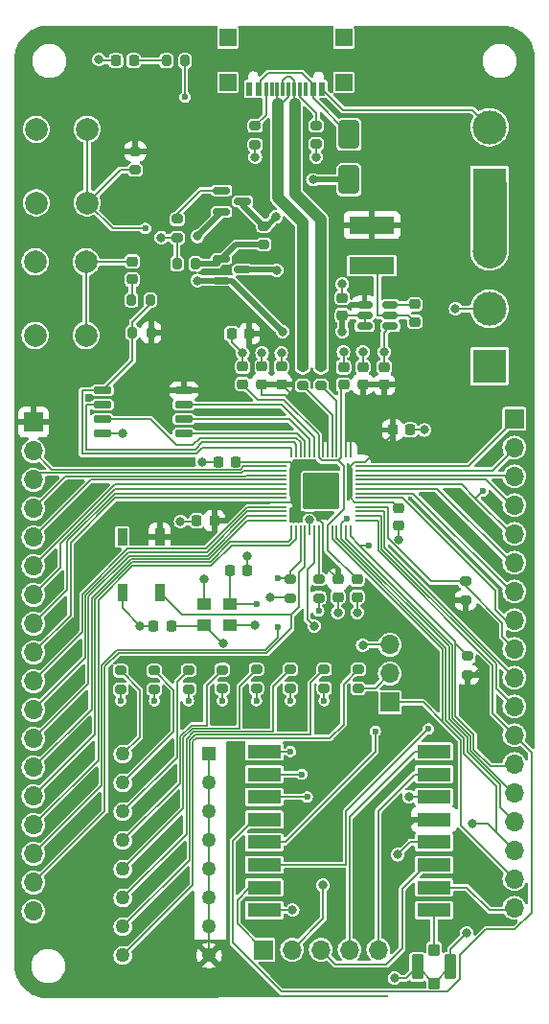
<source format=gtl>
G04 #@! TF.GenerationSoftware,KiCad,Pcbnew,8.0.6*
G04 #@! TF.CreationDate,2024-11-13T15:42:30-05:00*
G04 #@! TF.ProjectId,KiCAD-RFM69,4b694341-442d-4524-964d-36392e6b6963,rev?*
G04 #@! TF.SameCoordinates,Original*
G04 #@! TF.FileFunction,Copper,L1,Top*
G04 #@! TF.FilePolarity,Positive*
%FSLAX46Y46*%
G04 Gerber Fmt 4.6, Leading zero omitted, Abs format (unit mm)*
G04 Created by KiCad (PCBNEW 8.0.6) date 2024-11-13 15:42:30*
%MOMM*%
%LPD*%
G01*
G04 APERTURE LIST*
G04 Aperture macros list*
%AMRoundRect*
0 Rectangle with rounded corners*
0 $1 Rounding radius*
0 $2 $3 $4 $5 $6 $7 $8 $9 X,Y pos of 4 corners*
0 Add a 4 corners polygon primitive as box body*
4,1,4,$2,$3,$4,$5,$6,$7,$8,$9,$2,$3,0*
0 Add four circle primitives for the rounded corners*
1,1,$1+$1,$2,$3*
1,1,$1+$1,$4,$5*
1,1,$1+$1,$6,$7*
1,1,$1+$1,$8,$9*
0 Add four rect primitives between the rounded corners*
20,1,$1+$1,$2,$3,$4,$5,0*
20,1,$1+$1,$4,$5,$6,$7,0*
20,1,$1+$1,$6,$7,$8,$9,0*
20,1,$1+$1,$8,$9,$2,$3,0*%
G04 Aperture macros list end*
G04 #@! TA.AperFunction,SMDPad,CuDef*
%ADD10R,1.500000X1.500000*%
G04 #@! TD*
G04 #@! TA.AperFunction,SMDPad,CuDef*
%ADD11R,0.300000X1.150000*%
G04 #@! TD*
G04 #@! TA.AperFunction,SMDPad,CuDef*
%ADD12R,0.600000X1.150000*%
G04 #@! TD*
G04 #@! TA.AperFunction,SMDPad,CuDef*
%ADD13RoundRect,0.225000X0.225000X0.250000X-0.225000X0.250000X-0.225000X-0.250000X0.225000X-0.250000X0*%
G04 #@! TD*
G04 #@! TA.AperFunction,SMDPad,CuDef*
%ADD14RoundRect,0.218750X-0.218750X-0.256250X0.218750X-0.256250X0.218750X0.256250X-0.218750X0.256250X0*%
G04 #@! TD*
G04 #@! TA.AperFunction,SMDPad,CuDef*
%ADD15RoundRect,0.200000X0.275000X-0.200000X0.275000X0.200000X-0.275000X0.200000X-0.275000X-0.200000X0*%
G04 #@! TD*
G04 #@! TA.AperFunction,SMDPad,CuDef*
%ADD16RoundRect,0.090000X-0.360000X0.660000X-0.360000X-0.660000X0.360000X-0.660000X0.360000X0.660000X0*%
G04 #@! TD*
G04 #@! TA.AperFunction,ComponentPad*
%ADD17C,2.000000*%
G04 #@! TD*
G04 #@! TA.AperFunction,SMDPad,CuDef*
%ADD18R,4.000000X1.500000*%
G04 #@! TD*
G04 #@! TA.AperFunction,SMDPad,CuDef*
%ADD19RoundRect,0.200000X-0.275000X0.200000X-0.275000X-0.200000X0.275000X-0.200000X0.275000X0.200000X0*%
G04 #@! TD*
G04 #@! TA.AperFunction,ComponentPad*
%ADD20C,0.600000*%
G04 #@! TD*
G04 #@! TA.AperFunction,SMDPad,CuDef*
%ADD21RoundRect,0.144000X-1.456000X-1.456000X1.456000X-1.456000X1.456000X1.456000X-1.456000X1.456000X0*%
G04 #@! TD*
G04 #@! TA.AperFunction,SMDPad,CuDef*
%ADD22RoundRect,0.050000X-0.050000X-0.387500X0.050000X-0.387500X0.050000X0.387500X-0.050000X0.387500X0*%
G04 #@! TD*
G04 #@! TA.AperFunction,SMDPad,CuDef*
%ADD23RoundRect,0.050000X-0.387500X-0.050000X0.387500X-0.050000X0.387500X0.050000X-0.387500X0.050000X0*%
G04 #@! TD*
G04 #@! TA.AperFunction,SMDPad,CuDef*
%ADD24RoundRect,0.150000X-0.587500X-0.150000X0.587500X-0.150000X0.587500X0.150000X-0.587500X0.150000X0*%
G04 #@! TD*
G04 #@! TA.AperFunction,SMDPad,CuDef*
%ADD25RoundRect,0.100000X-0.400000X-0.400000X0.400000X-0.400000X0.400000X0.400000X-0.400000X0.400000X0*%
G04 #@! TD*
G04 #@! TA.AperFunction,SMDPad,CuDef*
%ADD26RoundRect,0.105000X-0.420000X-0.995000X0.420000X-0.995000X0.420000X0.995000X-0.420000X0.995000X0*%
G04 #@! TD*
G04 #@! TA.AperFunction,SMDPad,CuDef*
%ADD27RoundRect,0.225000X-0.250000X0.225000X-0.250000X-0.225000X0.250000X-0.225000X0.250000X0.225000X0*%
G04 #@! TD*
G04 #@! TA.AperFunction,ComponentPad*
%ADD28R,1.700000X1.700000*%
G04 #@! TD*
G04 #@! TA.AperFunction,ComponentPad*
%ADD29O,1.700000X1.700000*%
G04 #@! TD*
G04 #@! TA.AperFunction,SMDPad,CuDef*
%ADD30RoundRect,0.250000X0.650000X-1.000000X0.650000X1.000000X-0.650000X1.000000X-0.650000X-1.000000X0*%
G04 #@! TD*
G04 #@! TA.AperFunction,SMDPad,CuDef*
%ADD31RoundRect,0.225000X0.250000X-0.225000X0.250000X0.225000X-0.250000X0.225000X-0.250000X-0.225000X0*%
G04 #@! TD*
G04 #@! TA.AperFunction,SMDPad,CuDef*
%ADD32RoundRect,0.150000X-0.650000X-0.150000X0.650000X-0.150000X0.650000X0.150000X-0.650000X0.150000X0*%
G04 #@! TD*
G04 #@! TA.AperFunction,SMDPad,CuDef*
%ADD33RoundRect,0.218750X-0.256250X0.218750X-0.256250X-0.218750X0.256250X-0.218750X0.256250X0.218750X0*%
G04 #@! TD*
G04 #@! TA.AperFunction,ComponentPad*
%ADD34R,3.000000X3.000000*%
G04 #@! TD*
G04 #@! TA.AperFunction,ComponentPad*
%ADD35C,3.000000*%
G04 #@! TD*
G04 #@! TA.AperFunction,SMDPad,CuDef*
%ADD36RoundRect,0.200000X0.200000X0.275000X-0.200000X0.275000X-0.200000X-0.275000X0.200000X-0.275000X0*%
G04 #@! TD*
G04 #@! TA.AperFunction,ComponentPad*
%ADD37R,1.269000X1.269000*%
G04 #@! TD*
G04 #@! TA.AperFunction,ComponentPad*
%ADD38C,1.269000*%
G04 #@! TD*
G04 #@! TA.AperFunction,SMDPad,CuDef*
%ADD39RoundRect,0.150000X-0.512500X-0.150000X0.512500X-0.150000X0.512500X0.150000X-0.512500X0.150000X0*%
G04 #@! TD*
G04 #@! TA.AperFunction,SMDPad,CuDef*
%ADD40R,1.300000X1.050000*%
G04 #@! TD*
G04 #@! TA.AperFunction,SMDPad,CuDef*
%ADD41RoundRect,0.225000X-0.225000X-0.250000X0.225000X-0.250000X0.225000X0.250000X-0.225000X0.250000X0*%
G04 #@! TD*
G04 #@! TA.AperFunction,SMDPad,CuDef*
%ADD42RoundRect,0.200000X-0.200000X-0.275000X0.200000X-0.275000X0.200000X0.275000X-0.200000X0.275000X0*%
G04 #@! TD*
G04 #@! TA.AperFunction,SMDPad,CuDef*
%ADD43R,3.000000X1.200000*%
G04 #@! TD*
G04 #@! TA.AperFunction,ViaPad*
%ADD44C,0.600000*%
G04 #@! TD*
G04 #@! TA.AperFunction,ViaPad*
%ADD45C,0.800000*%
G04 #@! TD*
G04 #@! TA.AperFunction,Conductor*
%ADD46C,0.150000*%
G04 #@! TD*
G04 #@! TA.AperFunction,Conductor*
%ADD47C,0.200000*%
G04 #@! TD*
G04 #@! TA.AperFunction,Conductor*
%ADD48C,0.500000*%
G04 #@! TD*
G04 #@! TA.AperFunction,Conductor*
%ADD49C,3.000000*%
G04 #@! TD*
G04 #@! TA.AperFunction,Conductor*
%ADD50C,1.000000*%
G04 #@! TD*
G04 APERTURE END LIST*
D10*
X119380000Y-64570000D03*
X129620000Y-64570000D03*
X119380000Y-68500000D03*
X129620000Y-68500000D03*
D11*
X126250000Y-69075000D03*
X125250000Y-69075000D03*
X123750000Y-69075000D03*
X122750000Y-69075000D03*
D12*
X121300000Y-69075000D03*
X122100000Y-69075000D03*
D11*
X123250000Y-69075000D03*
X124250000Y-69075000D03*
X124750000Y-69075000D03*
X125750000Y-69075000D03*
D12*
X126900000Y-69075000D03*
X127700000Y-69075000D03*
D13*
X114375000Y-116500000D03*
X112825000Y-116500000D03*
D14*
X109487500Y-66600000D03*
X111062500Y-66600000D03*
D15*
X121800000Y-74000000D03*
X121800000Y-72350000D03*
D16*
X113350000Y-113550000D03*
X110050000Y-113550000D03*
X110050000Y-108650000D03*
X113350000Y-108650000D03*
D15*
X118900000Y-122025000D03*
X118900000Y-120375000D03*
D17*
X102350000Y-90850000D03*
X102350000Y-84350000D03*
X106850000Y-90850000D03*
X106850000Y-84350000D03*
D18*
X132100000Y-81100000D03*
X132100000Y-84700000D03*
D19*
X114900000Y-80575000D03*
X114900000Y-82225000D03*
D15*
X111200000Y-76225000D03*
X111200000Y-74575000D03*
D20*
X128875000Y-105875000D03*
X128875000Y-104600000D03*
X128875000Y-103325000D03*
X127600000Y-105875000D03*
D21*
X127600000Y-104600000D03*
D20*
X127600000Y-104600000D03*
X127600000Y-103325000D03*
X126325000Y-105875000D03*
X126325000Y-104600000D03*
X126325000Y-103325000D03*
D22*
X125000000Y-101162500D03*
X125400000Y-101162500D03*
X125800000Y-101162500D03*
X126200000Y-101162500D03*
X126600000Y-101162500D03*
X127000000Y-101162500D03*
X127400000Y-101162500D03*
X127800000Y-101162500D03*
X128200000Y-101162500D03*
X128600000Y-101162500D03*
X129000000Y-101162500D03*
X129400000Y-101162500D03*
X129800000Y-101162500D03*
X130200000Y-101162500D03*
D23*
X131037500Y-102000000D03*
X131037500Y-102400000D03*
X131037500Y-102800000D03*
X131037500Y-103200000D03*
X131037500Y-103600000D03*
X131037500Y-104000000D03*
X131037500Y-104400000D03*
X131037500Y-104800000D03*
X131037500Y-105200000D03*
X131037500Y-105600000D03*
X131037500Y-106000000D03*
X131037500Y-106400000D03*
X131037500Y-106800000D03*
X131037500Y-107200000D03*
D22*
X130200000Y-108037500D03*
X129800000Y-108037500D03*
X129400000Y-108037500D03*
X129000000Y-108037500D03*
X128600000Y-108037500D03*
X128200000Y-108037500D03*
X127800000Y-108037500D03*
X127400000Y-108037500D03*
X127000000Y-108037500D03*
X126600000Y-108037500D03*
X126200000Y-108037500D03*
X125800000Y-108037500D03*
X125400000Y-108037500D03*
X125000000Y-108037500D03*
D23*
X124162500Y-107200000D03*
X124162500Y-106800000D03*
X124162500Y-106400000D03*
X124162500Y-106000000D03*
X124162500Y-105600000D03*
X124162500Y-105200000D03*
X124162500Y-104800000D03*
X124162500Y-104400000D03*
X124162500Y-104000000D03*
X124162500Y-103600000D03*
X124162500Y-103200000D03*
X124162500Y-102800000D03*
X124162500Y-102400000D03*
X124162500Y-102000000D03*
D15*
X121900000Y-122000000D03*
X121900000Y-120350000D03*
D19*
X127400000Y-112375000D03*
X127400000Y-114025000D03*
D24*
X118825000Y-84100000D03*
X118825000Y-86000000D03*
X120700000Y-85050000D03*
D25*
X137600000Y-145100000D03*
D26*
X139075000Y-146600000D03*
D25*
X137600000Y-148100000D03*
D26*
X136125000Y-146600000D03*
D27*
X129100000Y-112400000D03*
X129100000Y-113950000D03*
D28*
X122520000Y-145100000D03*
D29*
X125060000Y-145100000D03*
X127600000Y-145100000D03*
X130140000Y-145100000D03*
X132680000Y-145100000D03*
D30*
X130100000Y-77100000D03*
X130100000Y-73100000D03*
D31*
X133200000Y-95200000D03*
X133200000Y-93650000D03*
D19*
X140400000Y-112575000D03*
X140400000Y-114225000D03*
D17*
X102450000Y-79150000D03*
X102450000Y-72650000D03*
X106950000Y-79150000D03*
X106950000Y-72650000D03*
D32*
X108300000Y-95695000D03*
X108300000Y-96965000D03*
X108300000Y-98235000D03*
X108300000Y-99505000D03*
X115500000Y-99505000D03*
X115500000Y-98235000D03*
X115500000Y-96965000D03*
X115500000Y-95695000D03*
D33*
X110925000Y-84312500D03*
X110925000Y-85887500D03*
D19*
X140600000Y-119175000D03*
X140600000Y-120825000D03*
X127200000Y-72300000D03*
X127200000Y-73950000D03*
D31*
X129600000Y-95200000D03*
X129600000Y-93650000D03*
D34*
X142500000Y-93580000D03*
D35*
X142500000Y-88500000D03*
X142500000Y-83420000D03*
D31*
X129500000Y-89075000D03*
X129500000Y-87525000D03*
D27*
X130800000Y-112400000D03*
X130800000Y-113950000D03*
D13*
X121275000Y-90700000D03*
X119725000Y-90700000D03*
D36*
X112525000Y-87700000D03*
X110875000Y-87700000D03*
D15*
X124900000Y-122000000D03*
X124900000Y-120350000D03*
X112900000Y-122100000D03*
X112900000Y-120450000D03*
D31*
X124100000Y-95150000D03*
X124100000Y-93600000D03*
D15*
X115900000Y-122075000D03*
X115900000Y-120425000D03*
X127900000Y-122000000D03*
X127900000Y-120350000D03*
D28*
X102200000Y-98520000D03*
D29*
X102200000Y-101060000D03*
X102200000Y-103600000D03*
X102200000Y-106140000D03*
X102200000Y-108680000D03*
X102200000Y-111220000D03*
X102200000Y-113760000D03*
X102200000Y-116300000D03*
X102200000Y-118840000D03*
X102200000Y-121380000D03*
X102200000Y-123920000D03*
X102200000Y-126460000D03*
X102200000Y-129000000D03*
X102200000Y-131540000D03*
X102200000Y-134080000D03*
X102200000Y-136620000D03*
X102200000Y-139160000D03*
X102200000Y-141700000D03*
D19*
X126000000Y-93600000D03*
X126000000Y-95250000D03*
D37*
X117720000Y-127820000D03*
D38*
X117720000Y-130360000D03*
X117720000Y-132900000D03*
X117720000Y-135440000D03*
X117720000Y-137980000D03*
X117720000Y-140520000D03*
X117720000Y-143060000D03*
X117720000Y-145600000D03*
X110100000Y-127820000D03*
X110100000Y-130360000D03*
X110100000Y-132900000D03*
X110100000Y-135440000D03*
X110100000Y-137980000D03*
X110100000Y-140520000D03*
X110100000Y-143060000D03*
X110100000Y-145600000D03*
D15*
X130900000Y-122000000D03*
X130900000Y-120350000D03*
D13*
X118175000Y-107200000D03*
X116625000Y-107200000D03*
D31*
X122400000Y-95150000D03*
X122400000Y-93600000D03*
D19*
X122562500Y-81175000D03*
X122562500Y-82825000D03*
D13*
X120075000Y-102000000D03*
X118525000Y-102000000D03*
D39*
X131462500Y-88150000D03*
X131462500Y-89100000D03*
X131462500Y-90050000D03*
X133737500Y-90050000D03*
X133737500Y-89100000D03*
X133737500Y-88150000D03*
D40*
X117300000Y-116450000D03*
X119600000Y-116450000D03*
X119600000Y-114600000D03*
X117300000Y-114600000D03*
D36*
X116525000Y-84500000D03*
X114875000Y-84500000D03*
D28*
X133700000Y-123240000D03*
D29*
X133700000Y-120700000D03*
X133700000Y-118160000D03*
D41*
X119550000Y-111600000D03*
X121100000Y-111600000D03*
D19*
X127600000Y-93600000D03*
X127600000Y-95250000D03*
D42*
X113950000Y-66600000D03*
X115600000Y-66600000D03*
D27*
X135900000Y-88100000D03*
X135900000Y-89650000D03*
X134500000Y-106100000D03*
X134500000Y-107650000D03*
D28*
X144700000Y-98220000D03*
D29*
X144700000Y-100760000D03*
X144700000Y-103300000D03*
X144700000Y-105840000D03*
X144700000Y-108380000D03*
X144700000Y-110920000D03*
X144700000Y-113460000D03*
X144700000Y-116000000D03*
X144700000Y-118540000D03*
X144700000Y-121080000D03*
X144700000Y-123620000D03*
X144700000Y-126160000D03*
X144700000Y-128700000D03*
X144700000Y-131240000D03*
X144700000Y-133780000D03*
X144700000Y-136320000D03*
X144700000Y-138860000D03*
X144700000Y-141400000D03*
D19*
X124900000Y-112375000D03*
X124900000Y-114025000D03*
D24*
X118825000Y-78050000D03*
X118825000Y-79950000D03*
X120700000Y-79000000D03*
D31*
X120700000Y-95150000D03*
X120700000Y-93600000D03*
D15*
X109900000Y-122100000D03*
X109900000Y-120450000D03*
D31*
X131300000Y-95175000D03*
X131300000Y-93625000D03*
D36*
X112600000Y-90600000D03*
X110950000Y-90600000D03*
D43*
X122600000Y-127600000D03*
X122600000Y-129600000D03*
X122600000Y-131600000D03*
X122600000Y-133600000D03*
X122600000Y-135600000D03*
X122600000Y-137600000D03*
X122600000Y-139600000D03*
X122600000Y-141600000D03*
X137600000Y-141600000D03*
X137600000Y-139600000D03*
X137600000Y-137600000D03*
X137600000Y-135600000D03*
X137600000Y-133600000D03*
X137600000Y-131600000D03*
X137600000Y-129600000D03*
X137600000Y-127600000D03*
D41*
X133950000Y-99200000D03*
X135500000Y-99200000D03*
D34*
X142500000Y-77540000D03*
D35*
X142500000Y-72460000D03*
D44*
X133700000Y-142300000D03*
X112100000Y-81400000D03*
X129900000Y-107000000D03*
X115600000Y-69800000D03*
X141900000Y-104600000D03*
X141800000Y-117000000D03*
X141800000Y-120100000D03*
X125900000Y-129600000D03*
X126400000Y-131600000D03*
X127400000Y-115200000D03*
X121900000Y-114600000D03*
X131800000Y-109400000D03*
X132400000Y-125800000D03*
X137100000Y-125600000D03*
X124900000Y-127600000D03*
X127900000Y-123100000D03*
X124900000Y-123100000D03*
X121900000Y-123100000D03*
X118900000Y-123100000D03*
X115900000Y-123100000D03*
X112900000Y-123100000D03*
X109900000Y-123100000D03*
X123800000Y-112300000D03*
X123800000Y-116600000D03*
D45*
X127800000Y-139400000D03*
X134400000Y-136700000D03*
X135400000Y-131600000D03*
X119000000Y-118000000D03*
X127000000Y-116500000D03*
X129100000Y-115300000D03*
X108000000Y-66500000D03*
X129500000Y-86300000D03*
X140500000Y-143600000D03*
X134100000Y-147600000D03*
X129600000Y-92300000D03*
X120700000Y-92400000D03*
X131300000Y-92300000D03*
X115200000Y-107300000D03*
X130800000Y-115300000D03*
X122400000Y-92400000D03*
X110100000Y-99500000D03*
X121750000Y-116450000D03*
X111600000Y-116500000D03*
X121800000Y-75100000D03*
X133200000Y-92300000D03*
X121100000Y-110300000D03*
X127200000Y-75100000D03*
X117100000Y-102000000D03*
X126600000Y-107100000D03*
X113500000Y-82200000D03*
X125100000Y-141600000D03*
X136725000Y-99200000D03*
X134500000Y-108875000D03*
X124100000Y-92400000D03*
X117300000Y-112400000D03*
X116700000Y-86000000D03*
X124200000Y-90500000D03*
X129500000Y-90500000D03*
X116700000Y-82100000D03*
X123600000Y-80400000D03*
X126900000Y-77100000D03*
X131300000Y-118200000D03*
X141000000Y-134000000D03*
X123700000Y-85100000D03*
X123100000Y-114000000D03*
X139500000Y-88500000D03*
D46*
X133700000Y-135850000D02*
X133700000Y-142300000D01*
X135950000Y-133600000D02*
X133700000Y-135850000D01*
X137600000Y-133600000D02*
X135950000Y-133600000D01*
X120700000Y-92400000D02*
X119725000Y-91425000D01*
X119725000Y-91425000D02*
X119725000Y-90700000D01*
X109200000Y-81400000D02*
X106950000Y-79150000D01*
X112100000Y-81400000D02*
X109200000Y-81400000D01*
X129400000Y-107500000D02*
X129900000Y-107000000D01*
X129400000Y-108037500D02*
X129400000Y-107500000D01*
X115600000Y-69800000D02*
X115600000Y-66600000D01*
X141260000Y-105240000D02*
X141900000Y-104600000D01*
D47*
X141260000Y-105240000D02*
X144600000Y-108580000D01*
X140020000Y-104000000D02*
X141260000Y-105240000D01*
X131037500Y-104000000D02*
X140020000Y-104000000D01*
D46*
X130600000Y-105600000D02*
X131037500Y-105600000D01*
X130200000Y-105200000D02*
X130600000Y-105600000D01*
X130200000Y-102400000D02*
X130200000Y-105200000D01*
X130600000Y-102000000D02*
X130200000Y-102400000D01*
X131037500Y-102000000D02*
X130600000Y-102000000D01*
X140400000Y-115600000D02*
X140400000Y-114225000D01*
X141800000Y-117000000D02*
X140400000Y-115600000D01*
X141075000Y-120825000D02*
X141800000Y-120100000D01*
X140600000Y-120825000D02*
X141075000Y-120825000D01*
X125900000Y-106500000D02*
X125000000Y-105600000D01*
X126102000Y-106498000D02*
X126100000Y-106500000D01*
X126100000Y-106500000D02*
X125900000Y-106500000D01*
X126849357Y-106498000D02*
X126102000Y-106498000D01*
X127800000Y-107448643D02*
X126849357Y-106498000D01*
X127800000Y-108037500D02*
X127800000Y-107448643D01*
X125900000Y-129600000D02*
X122600000Y-129600000D01*
X126400000Y-131600000D02*
X122600000Y-131600000D01*
X142380000Y-134000000D02*
X143690000Y-135310000D01*
X141000000Y-134000000D02*
X142380000Y-134000000D01*
X146200000Y-141800000D02*
X146200000Y-127660000D01*
X144700000Y-143300000D02*
X146200000Y-141800000D01*
X146200000Y-127660000D02*
X144700000Y-126160000D01*
X139900000Y-147700000D02*
X139900000Y-145600000D01*
X138798000Y-148802000D02*
X139900000Y-147700000D01*
X124118000Y-148802000D02*
X138798000Y-148802000D01*
X119800000Y-144484000D02*
X124118000Y-148802000D01*
X139900000Y-145600000D02*
X142200000Y-143300000D01*
X119800000Y-135500000D02*
X119800000Y-144484000D01*
X142200000Y-143300000D02*
X144700000Y-143300000D01*
X121700000Y-133600000D02*
X119800000Y-135500000D01*
X122600000Y-133600000D02*
X121700000Y-133600000D01*
X127400000Y-115200000D02*
X127400000Y-114025000D01*
X119600000Y-114600000D02*
X121900000Y-114600000D01*
X131800000Y-109400000D02*
X131000000Y-109400000D01*
D47*
X131000000Y-109400000D02*
X139500000Y-117900000D01*
X130200000Y-108600000D02*
X131000000Y-109400000D01*
D46*
X132400000Y-127639956D02*
X132400000Y-125800000D01*
X124439956Y-135600000D02*
X132400000Y-127639956D01*
X122600000Y-135600000D02*
X124439956Y-135600000D01*
X129838000Y-132862000D02*
X137100000Y-125600000D01*
X129838000Y-137600000D02*
X129838000Y-132862000D01*
X122600000Y-137600000D02*
X129838000Y-137600000D01*
X142787131Y-119950607D02*
X142787131Y-124247131D01*
X142787131Y-124247131D02*
X144700000Y-126160000D01*
X131037500Y-107200000D02*
X132669000Y-107200000D01*
X132669000Y-107200000D02*
X132669000Y-109832476D01*
X132669000Y-109832476D02*
X142787131Y-119950607D01*
X143064131Y-121984131D02*
X144700000Y-123620000D01*
X132946000Y-109717738D02*
X143064131Y-119835869D01*
X143064131Y-119835869D02*
X143064131Y-121984131D01*
X132946000Y-106800000D02*
X132946000Y-109717738D01*
X131037500Y-106800000D02*
X132946000Y-106800000D01*
X131037500Y-106400000D02*
X133223000Y-106400000D01*
X133223000Y-106400000D02*
X133223000Y-109603000D01*
X133223000Y-109603000D02*
X144700000Y-121080000D01*
X143648000Y-116223000D02*
X143648000Y-117488000D01*
X143648000Y-117488000D02*
X144700000Y-118540000D01*
X140400000Y-112975000D02*
X143648000Y-116223000D01*
X140400000Y-112575000D02*
X140400000Y-112975000D01*
X133500000Y-108726357D02*
X137348643Y-112575000D01*
X133500000Y-106000000D02*
X133500000Y-108726357D01*
X131037500Y-106000000D02*
X133500000Y-106000000D01*
X137348643Y-112575000D02*
X140400000Y-112575000D01*
X136637694Y-123240000D02*
X138367000Y-124969306D01*
X133700000Y-123240000D02*
X136637694Y-123240000D01*
X139967000Y-134127000D02*
X144700000Y-138860000D01*
X138367000Y-124969306D02*
X139967000Y-126569306D01*
X139967000Y-126569306D02*
X139967000Y-134127000D01*
X138367000Y-118567000D02*
X138367000Y-124969306D01*
X128600000Y-108800000D02*
X138367000Y-118567000D01*
X128600000Y-108037500D02*
X128600000Y-108800000D01*
X143690000Y-135310000D02*
X144700000Y-136320000D01*
X143123000Y-134743000D02*
X143690000Y-135310000D01*
X143123000Y-130633568D02*
X143123000Y-134743000D01*
X140244000Y-127754568D02*
X143123000Y-130633568D01*
X140244000Y-126454568D02*
X140244000Y-127754568D01*
X138644000Y-124854568D02*
X140244000Y-126454568D01*
X138644000Y-118427475D02*
X138644000Y-124854568D01*
X129016525Y-108800000D02*
X138644000Y-118427475D01*
X129000000Y-108800000D02*
X129016525Y-108800000D01*
X129000000Y-108037500D02*
X129000000Y-108800000D01*
X129400000Y-108791738D02*
X129400000Y-108037500D01*
X138921000Y-118312738D02*
X129400000Y-108791738D01*
X138921000Y-124739830D02*
X138921000Y-118312738D01*
X140521000Y-126339830D02*
X138921000Y-124739830D01*
X140521000Y-127639830D02*
X140521000Y-126339830D01*
X143400000Y-130518830D02*
X140521000Y-127639830D01*
X143400000Y-132480000D02*
X143400000Y-130518830D01*
X144700000Y-133780000D02*
X143400000Y-132480000D01*
X144512908Y-131240000D02*
X144700000Y-131240000D01*
X140798000Y-127525092D02*
X144512908Y-131240000D01*
X140798000Y-126225092D02*
X140798000Y-127525092D01*
X139198000Y-124625092D02*
X140798000Y-126225092D01*
X139198000Y-118198000D02*
X139198000Y-124625092D01*
X129800000Y-108800000D02*
X139198000Y-118198000D01*
X129800000Y-108037500D02*
X129800000Y-108800000D01*
D47*
X130200000Y-108037500D02*
X130200000Y-108600000D01*
X117720000Y-130360000D02*
X117720000Y-127820000D01*
X117720000Y-132900000D02*
X117720000Y-130360000D01*
X117720000Y-135440000D02*
X117720000Y-132900000D01*
X117720000Y-137980000D02*
X117720000Y-135440000D01*
X117720000Y-140520000D02*
X117720000Y-137980000D01*
X117720000Y-143060000D02*
X117720000Y-140520000D01*
X117720000Y-145600000D02*
X117720000Y-143060000D01*
D46*
X111600000Y-126320000D02*
X110100000Y-127820000D01*
X111600000Y-122150000D02*
X111600000Y-126320000D01*
X109900000Y-120450000D02*
X111600000Y-122150000D01*
X114600000Y-125860000D02*
X110100000Y-130360000D01*
X114600000Y-122150000D02*
X114600000Y-125860000D01*
X112900000Y-120450000D02*
X114600000Y-122150000D01*
X114892000Y-128108000D02*
X110100000Y-132900000D01*
X115900000Y-120425000D02*
X114892000Y-121433000D01*
X114892000Y-121433000D02*
X114892000Y-128108000D01*
X115169000Y-130371000D02*
X110100000Y-135440000D01*
X115169000Y-126264048D02*
X115169000Y-130371000D01*
X117500000Y-125292000D02*
X116141048Y-125292000D01*
X117500000Y-121775000D02*
X117500000Y-125292000D01*
X118900000Y-120375000D02*
X117500000Y-121775000D01*
X116141048Y-125292000D02*
X115169000Y-126264048D01*
X115446000Y-126378786D02*
X115446000Y-132634000D01*
X116255786Y-125569000D02*
X115446000Y-126378786D01*
X120400000Y-125569000D02*
X116255786Y-125569000D01*
X120400000Y-121850000D02*
X120400000Y-125569000D01*
X121900000Y-120350000D02*
X120400000Y-121850000D01*
X115446000Y-132634000D02*
X110100000Y-137980000D01*
X116370524Y-125846000D02*
X115723000Y-126493524D01*
X115723000Y-134897000D02*
X110100000Y-140520000D01*
X123400000Y-125846000D02*
X116370524Y-125846000D01*
X123400000Y-121850000D02*
X123400000Y-125846000D01*
X115723000Y-126493524D02*
X115723000Y-134897000D01*
X124900000Y-120350000D02*
X123400000Y-121850000D01*
X129600000Y-125200000D02*
X128400000Y-126400000D01*
X129600000Y-121650000D02*
X129600000Y-125200000D01*
X130900000Y-120350000D02*
X129600000Y-121650000D01*
X128400000Y-126400000D02*
X116600000Y-126400000D01*
X116600000Y-126400000D02*
X116300000Y-126700000D01*
X116300000Y-126700000D02*
X116300000Y-139400000D01*
X116300000Y-139400000D02*
X110100000Y-145600000D01*
X116000000Y-137160000D02*
X110100000Y-143060000D01*
X126700000Y-126123000D02*
X116485262Y-126123000D01*
X126700000Y-121550000D02*
X126700000Y-126123000D01*
X116485262Y-126123000D02*
X116000000Y-126608262D01*
X127900000Y-120350000D02*
X126700000Y-121550000D01*
X116000000Y-126608262D02*
X116000000Y-137160000D01*
X122600000Y-127600000D02*
X124900000Y-127600000D01*
X127900000Y-122000000D02*
X127900000Y-123100000D01*
X124900000Y-122000000D02*
X124900000Y-123100000D01*
X121900000Y-122000000D02*
X121900000Y-123100000D01*
X118900000Y-122025000D02*
X118900000Y-123100000D01*
X115900000Y-122075000D02*
X115900000Y-123100000D01*
X112900000Y-122100000D02*
X112900000Y-123100000D01*
X109900000Y-122100000D02*
X109900000Y-123100000D01*
X108500000Y-132860000D02*
X102200000Y-139160000D01*
X108500000Y-120101016D02*
X108500000Y-132860000D01*
X109722016Y-118879000D02*
X108500000Y-120101016D01*
X125000000Y-116691738D02*
X122812738Y-118879000D01*
X122812738Y-118879000D02*
X109722016Y-118879000D01*
X125000000Y-115500000D02*
X125000000Y-116691738D01*
X124825000Y-112300000D02*
X124900000Y-112375000D01*
X123800000Y-112300000D02*
X124825000Y-112300000D01*
X122698000Y-118602000D02*
X122700000Y-118600000D01*
X109607278Y-118602000D02*
X122698000Y-118602000D01*
X123800000Y-117500000D02*
X123800000Y-116600000D01*
X108209278Y-120000000D02*
X109607278Y-118602000D01*
X108209278Y-121200000D02*
X108209278Y-120000000D01*
X108209278Y-130610722D02*
X108209278Y-121200000D01*
X102200000Y-136620000D02*
X108209278Y-130610722D01*
X122700000Y-118600000D02*
X123800000Y-117500000D01*
X115300000Y-115500000D02*
X113350000Y-113550000D01*
X125700000Y-114800000D02*
X125000000Y-115500000D01*
X125000000Y-115500000D02*
X115300000Y-115500000D01*
X125700000Y-111772908D02*
X125700000Y-114800000D01*
X126200000Y-111272908D02*
X125700000Y-111772908D01*
X126200000Y-108037500D02*
X126200000Y-111272908D01*
X107932278Y-114232278D02*
X107932278Y-128347722D01*
X107932278Y-114232278D02*
X110964556Y-111200000D01*
X107932278Y-128347722D02*
X102200000Y-134080000D01*
X110505866Y-109700000D02*
X106515000Y-113690866D01*
X106515000Y-113690866D02*
X106515000Y-117065000D01*
X106515000Y-117065000D02*
X102200000Y-121380000D01*
X111700000Y-109700000D02*
X110505866Y-109700000D01*
X106792000Y-113805604D02*
X106792000Y-119328000D01*
X110574604Y-110023000D02*
X106792000Y-113805604D01*
X106792000Y-119328000D02*
X102200000Y-123920000D01*
X110620605Y-109977000D02*
X110574604Y-110023000D01*
X117541830Y-109977000D02*
X110620605Y-109977000D01*
X121118830Y-106400000D02*
X117541830Y-109977000D01*
X124162500Y-106400000D02*
X121118830Y-106400000D01*
X107069000Y-121591000D02*
X102200000Y-126460000D01*
X107069000Y-113920342D02*
X107069000Y-121591000D01*
X117610568Y-110300000D02*
X110689342Y-110300000D01*
X121110568Y-106800000D02*
X117610568Y-110300000D01*
X124162500Y-106800000D02*
X121110568Y-106800000D01*
X110689342Y-110300000D02*
X107069000Y-113920342D01*
X107346000Y-123854000D02*
X102200000Y-129000000D01*
X107346000Y-114035080D02*
X107346000Y-123854000D01*
X117725306Y-110577000D02*
X110804080Y-110577000D01*
X121102306Y-107200000D02*
X117725306Y-110577000D01*
X124162500Y-107200000D02*
X121102306Y-107200000D01*
X110804080Y-110577000D02*
X107346000Y-114035080D01*
X119594044Y-109100000D02*
X124700000Y-109100000D01*
X117840044Y-110854000D02*
X119594044Y-109100000D01*
X110918818Y-110854000D02*
X117840044Y-110854000D01*
X107623000Y-114149818D02*
X110918818Y-110854000D01*
X125000000Y-108800000D02*
X125000000Y-108037500D01*
X107623000Y-126117000D02*
X107623000Y-114149818D01*
X124700000Y-109100000D02*
X125000000Y-108800000D01*
X102200000Y-131540000D02*
X107623000Y-126117000D01*
X125400000Y-108791738D02*
X125400000Y-108037500D01*
X124814738Y-109377000D02*
X125400000Y-108791738D01*
X117885782Y-111200000D02*
X119708782Y-109377000D01*
X110964556Y-111200000D02*
X117885782Y-111200000D01*
X119708782Y-109377000D02*
X124814738Y-109377000D01*
X109420000Y-104000000D02*
X124162500Y-104000000D01*
X109420000Y-104000000D02*
X102200000Y-111220000D01*
X105478738Y-115561262D02*
X102200000Y-118840000D01*
X109400000Y-105200000D02*
X105478738Y-109121262D01*
X105478738Y-109121262D02*
X105478738Y-115561262D01*
X124162500Y-105200000D02*
X109400000Y-105200000D01*
X105201738Y-113298262D02*
X102200000Y-116300000D01*
X105201738Y-109001738D02*
X105201738Y-113298262D01*
X109403476Y-104800000D02*
X105201738Y-109001738D01*
X124162500Y-104800000D02*
X109403476Y-104800000D01*
X104600000Y-111360000D02*
X102200000Y-113760000D01*
X109411738Y-104400000D02*
X104600000Y-109211738D01*
X124162500Y-104400000D02*
X109411738Y-104400000D01*
X104600000Y-109211738D02*
X104600000Y-111360000D01*
X107280000Y-103600000D02*
X102200000Y-108680000D01*
X124162500Y-103600000D02*
X107280000Y-103600000D01*
X120900000Y-103300000D02*
X105040000Y-103300000D01*
X105040000Y-103300000D02*
X102200000Y-106140000D01*
X121000000Y-103200000D02*
X120900000Y-103300000D01*
X124162500Y-103200000D02*
X121000000Y-103200000D01*
X102823000Y-102977000D02*
X102200000Y-103600000D01*
X120751842Y-102800000D02*
X120574842Y-102977000D01*
X120574842Y-102977000D02*
X102823000Y-102977000D01*
X124162500Y-102800000D02*
X120751842Y-102800000D01*
X120460104Y-102700000D02*
X103840000Y-102700000D01*
X103840000Y-102700000D02*
X102200000Y-101060000D01*
X124162500Y-102400000D02*
X120760104Y-102400000D01*
X120760104Y-102400000D02*
X120460104Y-102700000D01*
X117427092Y-109700000D02*
X111700000Y-109700000D01*
X121127092Y-106000000D02*
X117427092Y-109700000D01*
X124162500Y-106000000D02*
X121127092Y-106000000D01*
D47*
X122400000Y-95150000D02*
X124100000Y-95150000D01*
X135900000Y-127600000D02*
X137600000Y-127600000D01*
X130140000Y-133360000D02*
X135900000Y-127600000D01*
X130140000Y-145100000D02*
X130140000Y-133360000D01*
X122973000Y-67673000D02*
X125900000Y-67673000D01*
X122285000Y-68361000D02*
X122973000Y-67673000D01*
X122285000Y-68890000D02*
X122285000Y-68361000D01*
X122100000Y-69075000D02*
X122285000Y-68890000D01*
X125900000Y-67673000D02*
X126900000Y-68673000D01*
X126900000Y-68673000D02*
X126900000Y-69075000D01*
X127200000Y-71200000D02*
X127200000Y-72300000D01*
X125750000Y-69750000D02*
X127200000Y-71200000D01*
X125750000Y-69075000D02*
X125750000Y-69750000D01*
X126400000Y-115900000D02*
X127000000Y-116500000D01*
X126400000Y-111500000D02*
X126400000Y-115900000D01*
X127000000Y-110900000D02*
X126400000Y-111500000D01*
X127000000Y-108037500D02*
X127000000Y-110900000D01*
X119500000Y-107200000D02*
X118175000Y-107200000D01*
X124162500Y-105600000D02*
X121100000Y-105600000D01*
X121100000Y-105600000D02*
X119500000Y-107200000D01*
X116525000Y-107300000D02*
X115200000Y-107300000D01*
X116625000Y-107200000D02*
X116525000Y-107300000D01*
X139500000Y-118075000D02*
X140600000Y-119175000D01*
X139500000Y-117900000D02*
X139500000Y-118075000D01*
X135500000Y-135600000D02*
X137600000Y-135600000D01*
X134400000Y-136700000D02*
X135500000Y-135600000D01*
X127800000Y-142360000D02*
X127800000Y-139400000D01*
X125060000Y-145100000D02*
X127800000Y-142360000D01*
X134800000Y-139700000D02*
X136900000Y-137600000D01*
X134800000Y-145000000D02*
X134800000Y-139700000D01*
X133400000Y-146400000D02*
X134800000Y-145000000D01*
X136900000Y-137600000D02*
X137600000Y-137600000D01*
X128900000Y-146400000D02*
X133400000Y-146400000D01*
X127600000Y-145100000D02*
X128900000Y-146400000D01*
X135900000Y-129600000D02*
X137600000Y-129600000D01*
X132680000Y-132820000D02*
X135900000Y-129600000D01*
X132680000Y-145100000D02*
X132680000Y-132820000D01*
X137600000Y-131600000D02*
X135400000Y-131600000D01*
X110050000Y-114950000D02*
X111600000Y-116500000D01*
X110050000Y-113550000D02*
X110050000Y-114950000D01*
X118850000Y-118000000D02*
X117300000Y-116450000D01*
X119000000Y-118000000D02*
X118850000Y-118000000D01*
X125000000Y-102000000D02*
X125000000Y-105600000D01*
X124162500Y-102000000D02*
X125000000Y-102000000D01*
X108100000Y-66600000D02*
X108000000Y-66500000D01*
X114900000Y-82225000D02*
X113525000Y-82225000D01*
X120700000Y-93600000D02*
X120700000Y-92400000D01*
X121100000Y-111600000D02*
X121100000Y-110300000D01*
X134500000Y-107650000D02*
X134500000Y-108875000D01*
X121800000Y-74000000D02*
X121800000Y-75100000D01*
X119600000Y-116450000D02*
X121750000Y-116450000D01*
X133737500Y-90050000D02*
X133200000Y-90587500D01*
X122400000Y-93600000D02*
X122400000Y-92400000D01*
X131300000Y-93625000D02*
X131300000Y-92300000D01*
X121800000Y-116500000D02*
X121750000Y-116450000D01*
X137600000Y-139600000D02*
X140500000Y-139600000D01*
X112825000Y-116500000D02*
X111800000Y-116500000D01*
X141000000Y-70960000D02*
X142500000Y-72460000D01*
X108300000Y-99505000D02*
X110095000Y-99505000D01*
X122600000Y-141600000D02*
X125100000Y-141600000D01*
X130800000Y-113950000D02*
X130800000Y-115300000D01*
X127700000Y-69075000D02*
X129585000Y-70960000D01*
X130900000Y-122000000D02*
X132400000Y-122000000D01*
X139075000Y-145025000D02*
X140500000Y-143600000D01*
X137600000Y-148075000D02*
X137600000Y-148100000D01*
X129600000Y-93650000D02*
X129600000Y-92300000D01*
X113525000Y-82225000D02*
X113500000Y-82200000D01*
X137600000Y-148075000D02*
X139075000Y-146600000D01*
X129500000Y-87525000D02*
X129500000Y-86300000D01*
X132400000Y-122000000D02*
X133700000Y-120700000D01*
X136125000Y-146600000D02*
X137600000Y-148075000D01*
X117300000Y-114600000D02*
X117300000Y-112400000D01*
X126600000Y-108037500D02*
X126600000Y-107100000D01*
X135125000Y-147600000D02*
X134100000Y-147600000D01*
X135500000Y-99200000D02*
X136725000Y-99200000D01*
X133200000Y-93650000D02*
X133200000Y-92300000D01*
X139075000Y-146600000D02*
X139075000Y-145025000D01*
X110095000Y-99505000D02*
X110100000Y-99500000D01*
X136125000Y-146600000D02*
X135125000Y-147600000D01*
X118525000Y-102000000D02*
X117100000Y-102000000D01*
X129100000Y-113950000D02*
X129100000Y-115300000D01*
X114875000Y-82250000D02*
X114900000Y-82225000D01*
X129585000Y-70960000D02*
X141000000Y-70960000D01*
X142500000Y-141600000D02*
X144600000Y-141600000D01*
X133200000Y-90587500D02*
X133200000Y-92300000D01*
X140500000Y-139600000D02*
X142500000Y-141600000D01*
X111800000Y-116500000D02*
X111600000Y-116500000D01*
X114875000Y-84500000D02*
X114875000Y-82250000D01*
X124100000Y-93600000D02*
X124100000Y-92400000D01*
X109487500Y-66600000D02*
X108100000Y-66600000D01*
X127200000Y-73950000D02*
X127200000Y-75100000D01*
D48*
X118825000Y-86000000D02*
X119700000Y-86000000D01*
D47*
X131462500Y-89100000D02*
X129525000Y-89100000D01*
D48*
X116700000Y-86000000D02*
X118825000Y-86000000D01*
X129500000Y-89075000D02*
X129500000Y-90500000D01*
X118825000Y-79975000D02*
X116700000Y-82100000D01*
D47*
X129525000Y-89100000D02*
X129500000Y-89075000D01*
D48*
X119700000Y-86000000D02*
X124200000Y-90500000D01*
X118825000Y-79950000D02*
X118825000Y-79975000D01*
D47*
X131462500Y-89100000D02*
X131462500Y-90050000D01*
X114375000Y-116500000D02*
X117250000Y-116500000D01*
X117250000Y-116500000D02*
X117300000Y-116450000D01*
X119550000Y-111600000D02*
X119550000Y-114550000D01*
X119550000Y-114550000D02*
X119600000Y-114600000D01*
X131037500Y-105600000D02*
X134000000Y-105600000D01*
X131300000Y-95175000D02*
X131300000Y-98600000D01*
X131300000Y-98600000D02*
X129800000Y-100100000D01*
X122400000Y-96100000D02*
X122400000Y-95150000D01*
X127800000Y-111100000D02*
X129100000Y-112400000D01*
X133950000Y-99550000D02*
X133950000Y-99200000D01*
X128200000Y-101162500D02*
X128200000Y-99250000D01*
X127800000Y-99400000D02*
X124500000Y-96100000D01*
X124162500Y-105600000D02*
X125000000Y-105600000D01*
X127800000Y-108037500D02*
X127800000Y-111100000D01*
X127800000Y-101162500D02*
X127800000Y-99400000D01*
X128200000Y-99250000D02*
X124100000Y-95150000D01*
X124500000Y-96100000D02*
X122400000Y-96100000D01*
X131500000Y-102000000D02*
X133950000Y-99550000D01*
X133200000Y-97200000D02*
X133200000Y-95200000D01*
X130200000Y-101162500D02*
X130200000Y-100200000D01*
X124162500Y-102000000D02*
X120075000Y-102000000D01*
X129800000Y-100100000D02*
X129800000Y-101162500D01*
X134000000Y-105600000D02*
X134500000Y-106100000D01*
X130200000Y-100200000D02*
X133200000Y-97200000D01*
X131037500Y-102000000D02*
X131500000Y-102000000D01*
X133737500Y-88150000D02*
X135850000Y-88150000D01*
X135850000Y-88150000D02*
X135900000Y-88100000D01*
X132600000Y-85200000D02*
X132100000Y-84700000D01*
X135900000Y-89650000D02*
X135350000Y-89100000D01*
X132600000Y-89100000D02*
X132600000Y-85200000D01*
X135350000Y-89100000D02*
X133737500Y-89100000D01*
X133737500Y-89100000D02*
X132600000Y-89100000D01*
X128200000Y-108037500D02*
X128200000Y-109800000D01*
X124300000Y-96500000D02*
X122050000Y-96500000D01*
X129100000Y-101900000D02*
X129400000Y-101600000D01*
X129400000Y-101162500D02*
X129400000Y-95400000D01*
X127700000Y-101900000D02*
X129100000Y-101900000D01*
X128200000Y-109800000D02*
X130800000Y-112400000D01*
X127400000Y-101162500D02*
X127400000Y-99600000D01*
X128200000Y-107600000D02*
X128200000Y-108037500D01*
X127400000Y-99600000D02*
X124300000Y-96500000D01*
X127400000Y-101600000D02*
X127700000Y-101900000D01*
X129400000Y-101600000D02*
X129400000Y-101162500D01*
X129600000Y-106200000D02*
X128200000Y-107600000D01*
X127400000Y-101162500D02*
X127400000Y-101600000D01*
X129100000Y-101900000D02*
X129600000Y-102400000D01*
X129600000Y-102400000D02*
X129600000Y-106200000D01*
X122050000Y-96500000D02*
X120700000Y-95150000D01*
X129400000Y-95400000D02*
X129600000Y-95200000D01*
X111062500Y-66600000D02*
X113950000Y-66600000D01*
X110887500Y-84350000D02*
X110925000Y-84312500D01*
X106850000Y-84350000D02*
X110887500Y-84350000D01*
X106850000Y-90850000D02*
X106850000Y-84350000D01*
X110925000Y-85887500D02*
X110925000Y-87650000D01*
X110925000Y-87650000D02*
X110875000Y-87700000D01*
X126900000Y-69900000D02*
X130100000Y-73100000D01*
X126900000Y-69075000D02*
X126900000Y-69900000D01*
D48*
X120700000Y-79312500D02*
X122562500Y-81175000D01*
X120700000Y-79000000D02*
X120700000Y-79312500D01*
X126900000Y-77100000D02*
X130100000Y-77100000D01*
X122825000Y-81175000D02*
X123600000Y-80400000D01*
X122562500Y-81175000D02*
X122825000Y-81175000D01*
D47*
X125800000Y-110800000D02*
X124900000Y-111700000D01*
X125800000Y-108037500D02*
X125800000Y-110800000D01*
X124900000Y-111700000D02*
X124900000Y-112375000D01*
X140620000Y-102400000D02*
X144600000Y-98420000D01*
X131037500Y-102400000D02*
X140620000Y-102400000D01*
X131037500Y-104800000D02*
X135740000Y-104800000D01*
X135740000Y-104800000D02*
X144600000Y-113660000D01*
X137880000Y-104400000D02*
X144600000Y-111120000D01*
X131037500Y-104400000D02*
X137880000Y-104400000D01*
X144600000Y-120600000D02*
X144600000Y-121280000D01*
X142760000Y-102800000D02*
X144600000Y-100960000D01*
X131037500Y-102800000D02*
X142760000Y-102800000D01*
X133700000Y-118160000D02*
X131340000Y-118160000D01*
X131340000Y-118160000D02*
X131300000Y-118200000D01*
X134800000Y-105200000D02*
X143000000Y-113400000D01*
X143000000Y-115100000D02*
X144100000Y-116200000D01*
X131037500Y-105200000D02*
X134800000Y-105200000D01*
X143000000Y-113400000D02*
X143000000Y-115100000D01*
X144100000Y-116200000D02*
X144600000Y-116200000D01*
X141100000Y-126100000D02*
X141100000Y-127400000D01*
X142600000Y-128900000D02*
X144600000Y-128900000D01*
X139500000Y-117900000D02*
X139500000Y-124500000D01*
X141100000Y-127400000D02*
X142600000Y-128900000D01*
X131037500Y-103200000D02*
X144300000Y-103200000D01*
X144300000Y-103200000D02*
X144600000Y-103500000D01*
X106950000Y-79150000D02*
X106950000Y-72650000D01*
X106950000Y-79150000D02*
X109875000Y-76225000D01*
X109875000Y-76225000D02*
X111200000Y-76225000D01*
X142160000Y-103600000D02*
X144600000Y-106040000D01*
X131037500Y-103600000D02*
X142160000Y-103600000D01*
X120200000Y-142780000D02*
X120200000Y-140700000D01*
X120200000Y-140700000D02*
X121300000Y-139600000D01*
X122520000Y-145100000D02*
X120200000Y-142780000D01*
X121300000Y-139600000D02*
X122600000Y-139600000D01*
D48*
X120700000Y-85050000D02*
X123650000Y-85050000D01*
X123650000Y-85050000D02*
X123700000Y-85100000D01*
D49*
X142500000Y-77540000D02*
X142500000Y-83420000D01*
D47*
X142500000Y-88500000D02*
X139500000Y-88500000D01*
X123125000Y-114025000D02*
X123100000Y-114000000D01*
X124875000Y-114000000D02*
X124900000Y-114025000D01*
X123100000Y-114000000D02*
X124875000Y-114000000D01*
X137600000Y-145100000D02*
X137600000Y-141600000D01*
X116950000Y-78050000D02*
X118825000Y-78050000D01*
X114900000Y-80100000D02*
X116950000Y-78050000D01*
X114900000Y-80575000D02*
X114900000Y-80100000D01*
D48*
X120100000Y-82825000D02*
X118825000Y-84100000D01*
X122562500Y-82825000D02*
X120100000Y-82825000D01*
X118425000Y-84500000D02*
X118825000Y-84100000D01*
X116525000Y-84500000D02*
X118425000Y-84500000D01*
D47*
X125000000Y-101162500D02*
X125000000Y-100800000D01*
X106705000Y-95695000D02*
X108300000Y-95695000D01*
X110950000Y-89650000D02*
X110950000Y-90600000D01*
X112525000Y-87700000D02*
X112525000Y-88075000D01*
X116600000Y-101300000D02*
X106500000Y-101300000D01*
X110950000Y-93045000D02*
X108300000Y-95695000D01*
X106500000Y-101300000D02*
X106500000Y-95700000D01*
X125000000Y-100800000D02*
X117100000Y-100800000D01*
X106500000Y-95700000D02*
X106700000Y-95700000D01*
X112525000Y-88075000D02*
X110950000Y-89650000D01*
X117100000Y-100800000D02*
X116600000Y-101300000D01*
X110950000Y-90600000D02*
X110950000Y-93045000D01*
X106700000Y-95700000D02*
X106705000Y-95695000D01*
D50*
X126000000Y-93600000D02*
X126000000Y-80900000D01*
X123800000Y-78700000D02*
X123800000Y-74800000D01*
X123800000Y-74800000D02*
X123800000Y-70700000D01*
X126000000Y-80900000D02*
X123800000Y-78700000D01*
X123800000Y-70700000D02*
X123800000Y-70400000D01*
D47*
X123750000Y-70350000D02*
X123750000Y-69075000D01*
X124750000Y-69075000D02*
X124750000Y-69750000D01*
X124750000Y-69750000D02*
X123800000Y-70700000D01*
X123800000Y-70400000D02*
X123750000Y-70350000D01*
X128600000Y-101162500D02*
X128600000Y-97850000D01*
X128600000Y-97850000D02*
X126000000Y-95250000D01*
X129000000Y-96650000D02*
X127600000Y-95250000D01*
X129000000Y-101162500D02*
X129000000Y-96650000D01*
X125300000Y-70400000D02*
X125250000Y-70350000D01*
D50*
X127600000Y-93600000D02*
X127600000Y-80600000D01*
X125300000Y-78300000D02*
X125300000Y-70400000D01*
D47*
X124250000Y-69075000D02*
X124250000Y-68350000D01*
X124900000Y-68000000D02*
X125250000Y-68350000D01*
X124600000Y-68000000D02*
X124900000Y-68000000D01*
D50*
X127600000Y-80600000D02*
X125300000Y-78300000D01*
D47*
X125250000Y-70350000D02*
X125250000Y-69075000D01*
X124250000Y-68350000D02*
X124600000Y-68000000D01*
X125250000Y-68350000D02*
X125250000Y-69075000D01*
X127400000Y-112375000D02*
X127400000Y-108037500D01*
X126200000Y-101162500D02*
X126200000Y-100200000D01*
X125500000Y-99500000D02*
X125495000Y-99505000D01*
X125495000Y-99505000D02*
X115500000Y-99505000D01*
X126200000Y-100200000D02*
X125500000Y-99500000D01*
X127000000Y-101162500D02*
X127000000Y-99800000D01*
X124165000Y-96965000D02*
X115500000Y-96965000D01*
X127000000Y-99800000D02*
X124165000Y-96965000D01*
X124835000Y-98235000D02*
X115500000Y-98235000D01*
X126600000Y-101162500D02*
X126600000Y-100000000D01*
X126600000Y-100000000D02*
X124835000Y-98235000D01*
X116900000Y-99900000D02*
X116300000Y-100500000D01*
X114800000Y-100500000D02*
X112535000Y-98235000D01*
X112535000Y-98235000D02*
X108300000Y-98235000D01*
X116300000Y-100500000D02*
X114800000Y-100500000D01*
X125400000Y-99900000D02*
X116900000Y-99900000D01*
X125800000Y-100300000D02*
X125400000Y-99900000D01*
X125800000Y-101162500D02*
X125800000Y-100300000D01*
X107300000Y-97000000D02*
X107335000Y-96965000D01*
X125400000Y-100500000D02*
X125200000Y-100300000D01*
X125400000Y-101162500D02*
X125400000Y-100500000D01*
X106900000Y-97000000D02*
X107300000Y-97000000D01*
X117100000Y-100300000D02*
X116500000Y-100900000D01*
X107335000Y-96965000D02*
X108300000Y-96965000D01*
X116500000Y-100900000D02*
X106900000Y-100900000D01*
X106900000Y-100900000D02*
X106900000Y-97000000D01*
X125200000Y-100300000D02*
X117100000Y-100300000D01*
X122750000Y-69075000D02*
X122750000Y-71400000D01*
X122750000Y-71400000D02*
X121800000Y-72350000D01*
X139500000Y-124500000D02*
X141100000Y-126100000D01*
G04 #@! TA.AperFunction,Conductor*
G36*
X103591111Y-63500498D02*
G01*
X103594534Y-63500548D01*
X103646096Y-63502021D01*
X103651568Y-63502178D01*
X103651568Y-63502177D01*
X103651571Y-63502178D01*
X103651573Y-63502177D01*
X103659656Y-63501347D01*
X103659731Y-63502083D01*
X103673145Y-63500506D01*
X118369343Y-63502036D01*
X118436379Y-63521728D01*
X118482129Y-63574536D01*
X118492065Y-63643696D01*
X118472432Y-63694926D01*
X118441132Y-63741770D01*
X118441131Y-63741770D01*
X118429500Y-63800247D01*
X118429500Y-65339752D01*
X118441131Y-65398229D01*
X118441132Y-65398230D01*
X118485447Y-65464552D01*
X118551769Y-65508867D01*
X118551770Y-65508868D01*
X118610247Y-65520499D01*
X118610250Y-65520500D01*
X118610252Y-65520500D01*
X120149750Y-65520500D01*
X120149751Y-65520499D01*
X120164568Y-65517552D01*
X120208229Y-65508868D01*
X120208229Y-65508867D01*
X120208231Y-65508867D01*
X120274552Y-65464552D01*
X120318867Y-65398231D01*
X120318867Y-65398229D01*
X120318868Y-65398229D01*
X120330499Y-65339752D01*
X120330500Y-65339750D01*
X120330500Y-63800249D01*
X120330499Y-63800247D01*
X120318868Y-63741771D01*
X120318865Y-63741766D01*
X120287707Y-63695136D01*
X120266830Y-63628460D01*
X120285314Y-63561080D01*
X120337292Y-63514390D01*
X120390819Y-63502246D01*
X128608631Y-63503102D01*
X128675667Y-63522794D01*
X128721417Y-63575602D01*
X128731353Y-63644762D01*
X128711719Y-63695992D01*
X128681133Y-63741766D01*
X128681131Y-63741770D01*
X128669500Y-63800247D01*
X128669500Y-65339752D01*
X128681131Y-65398229D01*
X128681132Y-65398230D01*
X128725447Y-65464552D01*
X128791769Y-65508867D01*
X128791770Y-65508868D01*
X128850247Y-65520499D01*
X128850250Y-65520500D01*
X128850252Y-65520500D01*
X130389750Y-65520500D01*
X130389751Y-65520499D01*
X130404568Y-65517552D01*
X130448229Y-65508868D01*
X130448229Y-65508867D01*
X130448231Y-65508867D01*
X130514552Y-65464552D01*
X130558867Y-65398231D01*
X130558867Y-65398229D01*
X130558868Y-65398229D01*
X130570499Y-65339752D01*
X130570500Y-65339750D01*
X130570500Y-63800249D01*
X130570499Y-63800247D01*
X130558868Y-63741770D01*
X130558867Y-63741769D01*
X130528421Y-63696203D01*
X130507543Y-63629525D01*
X130526028Y-63562145D01*
X130578006Y-63515455D01*
X130631531Y-63503312D01*
X143527379Y-63504655D01*
X143541166Y-63506260D01*
X143541231Y-63505617D01*
X143549312Y-63506432D01*
X143549316Y-63506431D01*
X143549317Y-63506432D01*
X143605730Y-63504719D01*
X143609469Y-63504663D01*
X143622208Y-63504664D01*
X143625410Y-63504708D01*
X143927656Y-63512827D01*
X143941773Y-63514015D01*
X144244247Y-63557016D01*
X144258125Y-63559806D01*
X144553708Y-63637042D01*
X144567185Y-63641400D01*
X144825990Y-63741766D01*
X144852014Y-63751858D01*
X144864915Y-63757730D01*
X145135272Y-63899968D01*
X145147418Y-63907273D01*
X145374459Y-64062161D01*
X145399785Y-64079438D01*
X145411015Y-64088080D01*
X145526550Y-64188000D01*
X145642083Y-64287918D01*
X145652256Y-64297787D01*
X145859013Y-64522692D01*
X145867993Y-64533658D01*
X146047725Y-64780676D01*
X146055396Y-64792595D01*
X146205771Y-65058520D01*
X146212031Y-65071236D01*
X146331075Y-65352581D01*
X146335843Y-65365928D01*
X146422004Y-65659020D01*
X146425218Y-65672825D01*
X146477369Y-65973840D01*
X146478986Y-65987921D01*
X146496650Y-66296478D01*
X146496853Y-66303565D01*
X146496853Y-66365892D01*
X146497914Y-66373951D01*
X146497124Y-66374054D01*
X146499500Y-66392096D01*
X146499500Y-127270522D01*
X146479815Y-127337561D01*
X146427011Y-127383316D01*
X146357853Y-127393260D01*
X146294297Y-127364235D01*
X146287819Y-127358203D01*
X145676982Y-126747367D01*
X145643497Y-126686044D01*
X145648481Y-126616353D01*
X145655299Y-126601243D01*
X145675232Y-126563954D01*
X145735300Y-126365934D01*
X145755583Y-126160000D01*
X145735300Y-125954066D01*
X145675232Y-125756046D01*
X145577685Y-125573550D01*
X145503386Y-125483016D01*
X145446410Y-125413589D01*
X145286452Y-125282317D01*
X145286453Y-125282317D01*
X145286450Y-125282315D01*
X145103954Y-125184768D01*
X144905934Y-125124700D01*
X144905932Y-125124699D01*
X144905934Y-125124699D01*
X144700000Y-125104417D01*
X144494067Y-125124699D01*
X144377149Y-125160165D01*
X144296046Y-125184768D01*
X144296043Y-125184769D01*
X144296041Y-125184770D01*
X144296038Y-125184771D01*
X144258766Y-125204694D01*
X144190364Y-125218936D01*
X144125120Y-125193936D01*
X144112632Y-125183017D01*
X143098950Y-124169334D01*
X143065465Y-124108011D01*
X143062631Y-124081653D01*
X143062631Y-122671608D01*
X143082316Y-122604569D01*
X143135120Y-122558814D01*
X143204278Y-122548870D01*
X143267834Y-122577895D01*
X143274312Y-122583927D01*
X143723017Y-123032632D01*
X143756502Y-123093955D01*
X143751518Y-123163647D01*
X143744694Y-123178766D01*
X143724771Y-123216038D01*
X143724770Y-123216041D01*
X143724769Y-123216043D01*
X143724768Y-123216046D01*
X143712663Y-123255952D01*
X143664699Y-123414067D01*
X143644417Y-123620000D01*
X143664699Y-123825932D01*
X143664700Y-123825934D01*
X143724768Y-124023954D01*
X143822315Y-124206450D01*
X143822317Y-124206452D01*
X143953589Y-124366410D01*
X144025341Y-124425294D01*
X144113550Y-124497685D01*
X144296046Y-124595232D01*
X144494066Y-124655300D01*
X144494065Y-124655300D01*
X144512529Y-124657118D01*
X144700000Y-124675583D01*
X144905934Y-124655300D01*
X145103954Y-124595232D01*
X145286450Y-124497685D01*
X145446410Y-124366410D01*
X145577685Y-124206450D01*
X145675232Y-124023954D01*
X145735300Y-123825934D01*
X145755583Y-123620000D01*
X145735300Y-123414066D01*
X145675232Y-123216046D01*
X145577685Y-123033550D01*
X145521177Y-122964694D01*
X145446410Y-122873589D01*
X145306555Y-122758815D01*
X145286450Y-122742315D01*
X145103954Y-122644768D01*
X144905934Y-122584700D01*
X144905932Y-122584699D01*
X144905934Y-122584699D01*
X144700000Y-122564417D01*
X144494067Y-122584699D01*
X144408532Y-122610646D01*
X144296046Y-122644768D01*
X144296043Y-122644769D01*
X144296041Y-122644770D01*
X144296038Y-122644771D01*
X144258766Y-122664694D01*
X144190364Y-122678936D01*
X144125120Y-122653936D01*
X144112632Y-122643017D01*
X143757348Y-122287733D01*
X143375950Y-121906334D01*
X143342465Y-121845011D01*
X143339631Y-121818653D01*
X143339631Y-120408608D01*
X143359316Y-120341569D01*
X143412120Y-120295814D01*
X143481278Y-120285870D01*
X143544834Y-120314895D01*
X143551305Y-120320920D01*
X143638992Y-120408608D01*
X143723016Y-120492632D01*
X143756501Y-120553955D01*
X143751517Y-120623647D01*
X143744694Y-120638764D01*
X143724770Y-120676040D01*
X143724768Y-120676045D01*
X143724768Y-120676046D01*
X143717805Y-120699000D01*
X143664699Y-120874067D01*
X143644417Y-121080000D01*
X143664699Y-121285932D01*
X143684846Y-121352348D01*
X143724768Y-121483954D01*
X143822315Y-121666450D01*
X143847630Y-121697297D01*
X143953589Y-121826410D01*
X144029997Y-121889115D01*
X144113550Y-121957685D01*
X144296046Y-122055232D01*
X144494066Y-122115300D01*
X144494065Y-122115300D01*
X144511438Y-122117011D01*
X144700000Y-122135583D01*
X144905934Y-122115300D01*
X145103954Y-122055232D01*
X145286450Y-121957685D01*
X145446410Y-121826410D01*
X145577685Y-121666450D01*
X145675232Y-121483954D01*
X145735300Y-121285934D01*
X145755583Y-121080000D01*
X145735300Y-120874066D01*
X145675232Y-120676046D01*
X145577685Y-120493550D01*
X145455528Y-120344700D01*
X145446410Y-120333589D01*
X145328677Y-120236969D01*
X145286450Y-120202315D01*
X145103954Y-120104768D01*
X144905934Y-120044700D01*
X144905932Y-120044699D01*
X144905934Y-120044699D01*
X144700000Y-120024417D01*
X144494067Y-120044699D01*
X144345633Y-120089726D01*
X144296046Y-120104768D01*
X144296045Y-120104768D01*
X144296040Y-120104770D01*
X144258764Y-120124694D01*
X144190361Y-120138935D01*
X144125118Y-120113934D01*
X144112632Y-120103016D01*
X138491198Y-114481582D01*
X139425001Y-114481582D01*
X139431408Y-114552102D01*
X139431409Y-114552107D01*
X139481981Y-114714396D01*
X139569927Y-114859877D01*
X139690122Y-114980072D01*
X139835604Y-115068019D01*
X139835603Y-115068019D01*
X139997894Y-115118590D01*
X139997892Y-115118590D01*
X140068418Y-115124999D01*
X140149999Y-115124998D01*
X140150000Y-115124998D01*
X140150000Y-114475000D01*
X139425001Y-114475000D01*
X139425001Y-114481582D01*
X138491198Y-114481582D01*
X133534819Y-109525203D01*
X133501334Y-109463880D01*
X133498500Y-109437522D01*
X133498500Y-109413834D01*
X133518185Y-109346795D01*
X133570989Y-109301040D01*
X133640147Y-109291096D01*
X133703703Y-109320121D01*
X133710180Y-109326152D01*
X135480801Y-111096774D01*
X137192584Y-112808557D01*
X137192583Y-112808557D01*
X137199730Y-112811517D01*
X137217653Y-112818940D01*
X137217656Y-112818943D01*
X137217656Y-112818942D01*
X137293843Y-112850500D01*
X139637990Y-112850500D01*
X139705029Y-112870185D01*
X139748474Y-112918204D01*
X139796949Y-113013340D01*
X139796954Y-113013347D01*
X139886652Y-113103045D01*
X139886654Y-113103046D01*
X139886658Y-113103050D01*
X139935612Y-113127993D01*
X139986408Y-113175968D01*
X140003203Y-113243789D01*
X139980665Y-113309924D01*
X139925950Y-113353375D01*
X139916208Y-113356863D01*
X139835603Y-113381981D01*
X139690122Y-113469927D01*
X139569927Y-113590122D01*
X139481980Y-113735604D01*
X139431409Y-113897893D01*
X139425000Y-113968427D01*
X139425000Y-113975000D01*
X140526000Y-113975000D01*
X140593039Y-113994685D01*
X140638794Y-114047489D01*
X140650000Y-114099000D01*
X140650000Y-115124999D01*
X140731581Y-115124999D01*
X140802102Y-115118591D01*
X140802107Y-115118590D01*
X140964396Y-115068018D01*
X141109877Y-114980072D01*
X141230072Y-114859877D01*
X141318019Y-114714395D01*
X141359573Y-114581045D01*
X141398310Y-114522897D01*
X141462335Y-114494923D01*
X141531321Y-114506005D01*
X141565639Y-114530254D01*
X143336181Y-116300796D01*
X143369666Y-116362119D01*
X143372500Y-116388477D01*
X143372500Y-117542800D01*
X143402774Y-117615886D01*
X143402773Y-117615886D01*
X143402774Y-117615887D01*
X143414440Y-117644052D01*
X143414441Y-117644054D01*
X143414443Y-117644058D01*
X143414445Y-117644060D01*
X143723017Y-117952632D01*
X143756502Y-118013955D01*
X143751518Y-118083647D01*
X143744694Y-118098766D01*
X143724771Y-118136038D01*
X143724770Y-118136041D01*
X143724769Y-118136043D01*
X143724768Y-118136046D01*
X143716088Y-118164660D01*
X143664699Y-118334067D01*
X143644417Y-118540000D01*
X143664699Y-118745932D01*
X143664857Y-118746452D01*
X143724768Y-118943954D01*
X143822315Y-119126450D01*
X143829521Y-119135230D01*
X143953589Y-119286410D01*
X144050209Y-119365702D01*
X144113550Y-119417685D01*
X144296046Y-119515232D01*
X144494066Y-119575300D01*
X144494065Y-119575300D01*
X144512529Y-119577118D01*
X144700000Y-119595583D01*
X144905934Y-119575300D01*
X145103954Y-119515232D01*
X145286450Y-119417685D01*
X145446410Y-119286410D01*
X145577685Y-119126450D01*
X145675232Y-118943954D01*
X145735300Y-118745934D01*
X145755583Y-118540000D01*
X145735300Y-118334066D01*
X145675232Y-118136046D01*
X145577685Y-117953550D01*
X145501271Y-117860439D01*
X145446410Y-117793589D01*
X145328677Y-117696969D01*
X145286450Y-117662315D01*
X145103954Y-117564768D01*
X144905934Y-117504700D01*
X144905932Y-117504699D01*
X144905934Y-117504699D01*
X144700000Y-117484417D01*
X144494067Y-117504699D01*
X144377149Y-117540165D01*
X144296046Y-117564768D01*
X144296043Y-117564769D01*
X144296041Y-117564770D01*
X144296038Y-117564771D01*
X144258766Y-117584694D01*
X144190364Y-117598936D01*
X144125120Y-117573936D01*
X144112640Y-117563025D01*
X143959816Y-117410201D01*
X143926334Y-117348880D01*
X143923500Y-117322522D01*
X143923500Y-116982685D01*
X143943185Y-116915646D01*
X143995989Y-116869891D01*
X144065147Y-116859947D01*
X144107458Y-116876159D01*
X144108178Y-116874813D01*
X144113547Y-116877683D01*
X144113550Y-116877685D01*
X144296046Y-116975232D01*
X144494066Y-117035300D01*
X144494065Y-117035300D01*
X144512529Y-117037118D01*
X144700000Y-117055583D01*
X144905934Y-117035300D01*
X145103954Y-116975232D01*
X145286450Y-116877685D01*
X145446410Y-116746410D01*
X145577685Y-116586450D01*
X145675232Y-116403954D01*
X145735300Y-116205934D01*
X145755583Y-116000000D01*
X145735300Y-115794066D01*
X145675232Y-115596046D01*
X145577685Y-115413550D01*
X145501246Y-115320408D01*
X145446410Y-115253589D01*
X145286452Y-115122317D01*
X145286453Y-115122317D01*
X145286450Y-115122315D01*
X145103954Y-115024768D01*
X144905934Y-114964700D01*
X144905932Y-114964699D01*
X144905934Y-114964699D01*
X144700000Y-114944417D01*
X144494067Y-114964699D01*
X144296043Y-115024769D01*
X144191535Y-115080631D01*
X144113550Y-115122315D01*
X144113548Y-115122316D01*
X144113547Y-115122317D01*
X143953589Y-115253590D01*
X143871336Y-115353815D01*
X143813590Y-115393149D01*
X143743745Y-115395020D01*
X143687802Y-115362831D01*
X143336819Y-115011848D01*
X143303334Y-114950525D01*
X143300500Y-114924167D01*
X143300500Y-113360439D01*
X143293112Y-113332866D01*
X143280021Y-113284011D01*
X143262733Y-113254067D01*
X143240464Y-113215495D01*
X143240458Y-113215487D01*
X135337152Y-105312181D01*
X135303667Y-105250858D01*
X135308651Y-105181166D01*
X135350523Y-105125233D01*
X135415987Y-105100816D01*
X135424833Y-105100500D01*
X135564167Y-105100500D01*
X135631206Y-105120185D01*
X135651848Y-105136819D01*
X143636443Y-113121414D01*
X143669928Y-113182737D01*
X143667423Y-113245088D01*
X143664700Y-113254063D01*
X143664699Y-113254066D01*
X143644417Y-113460000D01*
X143664699Y-113665932D01*
X143693089Y-113759521D01*
X143724768Y-113863954D01*
X143822315Y-114046450D01*
X143829536Y-114055249D01*
X143953589Y-114206410D01*
X144040408Y-114277659D01*
X144113550Y-114337685D01*
X144296046Y-114435232D01*
X144494066Y-114495300D01*
X144494065Y-114495300D01*
X144512529Y-114497118D01*
X144700000Y-114515583D01*
X144905934Y-114495300D01*
X145103954Y-114435232D01*
X145286450Y-114337685D01*
X145446410Y-114206410D01*
X145577685Y-114046450D01*
X145675232Y-113863954D01*
X145735300Y-113665934D01*
X145755583Y-113460000D01*
X145735300Y-113254066D01*
X145675232Y-113056046D01*
X145577685Y-112873550D01*
X145482960Y-112758126D01*
X145446410Y-112713589D01*
X145315943Y-112606519D01*
X145286450Y-112582315D01*
X145103954Y-112484768D01*
X144905934Y-112424700D01*
X144905932Y-112424699D01*
X144905934Y-112424699D01*
X144700000Y-112404417D01*
X144494067Y-112424699D01*
X144296041Y-112484769D01*
X144113552Y-112582312D01*
X144109103Y-112585964D01*
X144044792Y-112613275D01*
X143975925Y-112601481D01*
X143942760Y-112577789D01*
X136277152Y-104912181D01*
X136243667Y-104850858D01*
X136248651Y-104781166D01*
X136290523Y-104725233D01*
X136355987Y-104700816D01*
X136364833Y-104700500D01*
X137704167Y-104700500D01*
X137771206Y-104720185D01*
X137791848Y-104736819D01*
X143636443Y-110581414D01*
X143669928Y-110642737D01*
X143667423Y-110705088D01*
X143664700Y-110714063D01*
X143664699Y-110714066D01*
X143644417Y-110920000D01*
X143664699Y-111125932D01*
X143664700Y-111125934D01*
X143724768Y-111323954D01*
X143822315Y-111506450D01*
X143829733Y-111515489D01*
X143953589Y-111666410D01*
X144050209Y-111745702D01*
X144113550Y-111797685D01*
X144296046Y-111895232D01*
X144494066Y-111955300D01*
X144494065Y-111955300D01*
X144501975Y-111956079D01*
X144700000Y-111975583D01*
X144905934Y-111955300D01*
X145103954Y-111895232D01*
X145286450Y-111797685D01*
X145446410Y-111666410D01*
X145577685Y-111506450D01*
X145675232Y-111323954D01*
X145735300Y-111125934D01*
X145755583Y-110920000D01*
X145735300Y-110714066D01*
X145675232Y-110516046D01*
X145577685Y-110333550D01*
X145455528Y-110184700D01*
X145446410Y-110173589D01*
X145286452Y-110042317D01*
X145286453Y-110042317D01*
X145286450Y-110042315D01*
X145103954Y-109944768D01*
X144905934Y-109884700D01*
X144905932Y-109884699D01*
X144905934Y-109884699D01*
X144700000Y-109864417D01*
X144494067Y-109884699D01*
X144296041Y-109944769D01*
X144113552Y-110042312D01*
X144109103Y-110045964D01*
X144044792Y-110073275D01*
X143975925Y-110061481D01*
X143942760Y-110037789D01*
X138417152Y-104512181D01*
X138383667Y-104450858D01*
X138388651Y-104381166D01*
X138430523Y-104325233D01*
X138495987Y-104300816D01*
X138504833Y-104300500D01*
X139844167Y-104300500D01*
X139911206Y-104320185D01*
X139931848Y-104336819D01*
X143636443Y-108041414D01*
X143669928Y-108102737D01*
X143667423Y-108165088D01*
X143664700Y-108174063D01*
X143664699Y-108174066D01*
X143644417Y-108380000D01*
X143664699Y-108585932D01*
X143688862Y-108665588D01*
X143724768Y-108783954D01*
X143822315Y-108966450D01*
X143822317Y-108966452D01*
X143953589Y-109126410D01*
X144016259Y-109177841D01*
X144113550Y-109257685D01*
X144296046Y-109355232D01*
X144494066Y-109415300D01*
X144494065Y-109415300D01*
X144512529Y-109417118D01*
X144700000Y-109435583D01*
X144905934Y-109415300D01*
X145103954Y-109355232D01*
X145286450Y-109257685D01*
X145446410Y-109126410D01*
X145577685Y-108966450D01*
X145675232Y-108783954D01*
X145735300Y-108585934D01*
X145755583Y-108380000D01*
X145735300Y-108174066D01*
X145675232Y-107976046D01*
X145577685Y-107793550D01*
X145503386Y-107703016D01*
X145446410Y-107633589D01*
X145308225Y-107520185D01*
X145286450Y-107502315D01*
X145103954Y-107404768D01*
X144905934Y-107344700D01*
X144905932Y-107344699D01*
X144905934Y-107344699D01*
X144700000Y-107324417D01*
X144494067Y-107344699D01*
X144296041Y-107404769D01*
X144113552Y-107502312D01*
X144109103Y-107505964D01*
X144044792Y-107533275D01*
X143975925Y-107521481D01*
X143942760Y-107497789D01*
X141757152Y-105312181D01*
X141723667Y-105250858D01*
X141728651Y-105181166D01*
X141770523Y-105125233D01*
X141835987Y-105100816D01*
X141844833Y-105100500D01*
X141971962Y-105100500D01*
X141971962Y-105100499D01*
X142110053Y-105059953D01*
X142231128Y-104982143D01*
X142325377Y-104873373D01*
X142385165Y-104742457D01*
X142405647Y-104600000D01*
X142403357Y-104584074D01*
X142413300Y-104514918D01*
X142459055Y-104462113D01*
X142526094Y-104442428D01*
X142593133Y-104462112D01*
X142613776Y-104478747D01*
X143636443Y-105501414D01*
X143669928Y-105562737D01*
X143667423Y-105625088D01*
X143664700Y-105634063D01*
X143664699Y-105634066D01*
X143644417Y-105840000D01*
X143664699Y-106045932D01*
X143689094Y-106126350D01*
X143724768Y-106243954D01*
X143822315Y-106426450D01*
X143822317Y-106426452D01*
X143953589Y-106586410D01*
X144024452Y-106644565D01*
X144113550Y-106717685D01*
X144296046Y-106815232D01*
X144494066Y-106875300D01*
X144494065Y-106875300D01*
X144512529Y-106877118D01*
X144700000Y-106895583D01*
X144905934Y-106875300D01*
X145103954Y-106815232D01*
X145286450Y-106717685D01*
X145446410Y-106586410D01*
X145577685Y-106426450D01*
X145675232Y-106243954D01*
X145735300Y-106045934D01*
X145755583Y-105840000D01*
X145735300Y-105634066D01*
X145675232Y-105436046D01*
X145577685Y-105253550D01*
X145498806Y-105157435D01*
X145446410Y-105093589D01*
X145324175Y-104993275D01*
X145286450Y-104962315D01*
X145103954Y-104864768D01*
X144905934Y-104804700D01*
X144905932Y-104804699D01*
X144905934Y-104804699D01*
X144700000Y-104784417D01*
X144494067Y-104804699D01*
X144296041Y-104864769D01*
X144113552Y-104962312D01*
X144109103Y-104965964D01*
X144044792Y-104993275D01*
X143975925Y-104981481D01*
X143942760Y-104957789D01*
X142697152Y-103712181D01*
X142663667Y-103650858D01*
X142668651Y-103581166D01*
X142710523Y-103525233D01*
X142775987Y-103500816D01*
X142784833Y-103500500D01*
X143571087Y-103500500D01*
X143638126Y-103520185D01*
X143683881Y-103572989D01*
X143689744Y-103588496D01*
X143724768Y-103703954D01*
X143822315Y-103886450D01*
X143854143Y-103925233D01*
X143953589Y-104046410D01*
X144025839Y-104105703D01*
X144113550Y-104177685D01*
X144296046Y-104275232D01*
X144494066Y-104335300D01*
X144494065Y-104335300D01*
X144509488Y-104336819D01*
X144700000Y-104355583D01*
X144905934Y-104335300D01*
X145103954Y-104275232D01*
X145286450Y-104177685D01*
X145446410Y-104046410D01*
X145577685Y-103886450D01*
X145675232Y-103703954D01*
X145735300Y-103505934D01*
X145755583Y-103300000D01*
X145735300Y-103094066D01*
X145675232Y-102896046D01*
X145577685Y-102713550D01*
X145504824Y-102624768D01*
X145446410Y-102553589D01*
X145286452Y-102422317D01*
X145286453Y-102422317D01*
X145286450Y-102422315D01*
X145103954Y-102324768D01*
X144905934Y-102264700D01*
X144905932Y-102264699D01*
X144905934Y-102264699D01*
X144700000Y-102244417D01*
X144494067Y-102264699D01*
X144296043Y-102324769D01*
X144229309Y-102360440D01*
X144113550Y-102422315D01*
X144113548Y-102422316D01*
X144113547Y-102422317D01*
X143953589Y-102553589D01*
X143822317Y-102713547D01*
X143822315Y-102713550D01*
X143777078Y-102798181D01*
X143757957Y-102833954D01*
X143708994Y-102883798D01*
X143648599Y-102899500D01*
X143384833Y-102899500D01*
X143317794Y-102879815D01*
X143272039Y-102827011D01*
X143262095Y-102757853D01*
X143291120Y-102694297D01*
X143297152Y-102687819D01*
X143521790Y-102463181D01*
X144207963Y-101777006D01*
X144269284Y-101743523D01*
X144331635Y-101746027D01*
X144494066Y-101795300D01*
X144494065Y-101795300D01*
X144508260Y-101796698D01*
X144700000Y-101815583D01*
X144905934Y-101795300D01*
X145103954Y-101735232D01*
X145286450Y-101637685D01*
X145446410Y-101506410D01*
X145577685Y-101346450D01*
X145675232Y-101163954D01*
X145735300Y-100965934D01*
X145755583Y-100760000D01*
X145735300Y-100554066D01*
X145675232Y-100356046D01*
X145577685Y-100173550D01*
X145518145Y-100101000D01*
X145446410Y-100013589D01*
X145295430Y-99889685D01*
X145286450Y-99882315D01*
X145104470Y-99785044D01*
X145103956Y-99784769D01*
X145103955Y-99784768D01*
X145103954Y-99784768D01*
X144905934Y-99724700D01*
X144905932Y-99724699D01*
X144905934Y-99724699D01*
X144700000Y-99704417D01*
X144494067Y-99724699D01*
X144296043Y-99784769D01*
X144185898Y-99843643D01*
X144113550Y-99882315D01*
X144113548Y-99882316D01*
X144113547Y-99882317D01*
X143953589Y-100013589D01*
X143822317Y-100173547D01*
X143822315Y-100173550D01*
X143805336Y-100205315D01*
X143724769Y-100356043D01*
X143664699Y-100554067D01*
X143644417Y-100760000D01*
X143664699Y-100965932D01*
X143664700Y-100965934D01*
X143716536Y-101136818D01*
X143724769Y-101163957D01*
X143729597Y-101172989D01*
X143767211Y-101243359D01*
X143781453Y-101311761D01*
X143756453Y-101377005D01*
X143745534Y-101389493D01*
X142671848Y-102463181D01*
X142610525Y-102496666D01*
X142584167Y-102499500D01*
X141244833Y-102499500D01*
X141177794Y-102479815D01*
X141132039Y-102427011D01*
X141122095Y-102357853D01*
X141151120Y-102294297D01*
X141157152Y-102287819D01*
X144138152Y-99306819D01*
X144199475Y-99273334D01*
X144225833Y-99270500D01*
X145569750Y-99270500D01*
X145569751Y-99270499D01*
X145584568Y-99267552D01*
X145628229Y-99258868D01*
X145628229Y-99258867D01*
X145628231Y-99258867D01*
X145694552Y-99214552D01*
X145738867Y-99148231D01*
X145738867Y-99148229D01*
X145738868Y-99148229D01*
X145750499Y-99089752D01*
X145750500Y-99089750D01*
X145750500Y-97350249D01*
X145750499Y-97350247D01*
X145738868Y-97291770D01*
X145738867Y-97291769D01*
X145694552Y-97225447D01*
X145628230Y-97181132D01*
X145628229Y-97181131D01*
X145569752Y-97169500D01*
X145569748Y-97169500D01*
X143830252Y-97169500D01*
X143830247Y-97169500D01*
X143771770Y-97181131D01*
X143771769Y-97181132D01*
X143705447Y-97225447D01*
X143661132Y-97291769D01*
X143661131Y-97291770D01*
X143649500Y-97350247D01*
X143649500Y-98894167D01*
X143629815Y-98961206D01*
X143613181Y-98981848D01*
X140531848Y-102063181D01*
X140470525Y-102096666D01*
X140444167Y-102099500D01*
X132099000Y-102099500D01*
X132031961Y-102079815D01*
X131986206Y-102027011D01*
X131975000Y-101975500D01*
X131975000Y-101906946D01*
X131964386Y-101818556D01*
X131908920Y-101677904D01*
X131817564Y-101557435D01*
X131697095Y-101466079D01*
X131556443Y-101410613D01*
X131468054Y-101400000D01*
X130924000Y-101400000D01*
X130856961Y-101380315D01*
X130811206Y-101327511D01*
X130800000Y-101276000D01*
X130800000Y-100731946D01*
X130789386Y-100643556D01*
X130733920Y-100502904D01*
X130642564Y-100382435D01*
X130522095Y-100291079D01*
X130381443Y-100235613D01*
X130293054Y-100225000D01*
X130106945Y-100225000D01*
X130014783Y-100236066D01*
X129985217Y-100236066D01*
X129893055Y-100225000D01*
X129824500Y-100225000D01*
X129757461Y-100205315D01*
X129711706Y-100152511D01*
X129700500Y-100101000D01*
X129700500Y-99498322D01*
X133000001Y-99498322D01*
X133010144Y-99597607D01*
X133063452Y-99758481D01*
X133063457Y-99758492D01*
X133152424Y-99902728D01*
X133152427Y-99902732D01*
X133272267Y-100022572D01*
X133272271Y-100022575D01*
X133416507Y-100111542D01*
X133416518Y-100111547D01*
X133577393Y-100164855D01*
X133676683Y-100174999D01*
X134200000Y-100174999D01*
X134223308Y-100174999D01*
X134223322Y-100174998D01*
X134322607Y-100164855D01*
X134483481Y-100111547D01*
X134483492Y-100111542D01*
X134627728Y-100022575D01*
X134627732Y-100022572D01*
X134747573Y-99902731D01*
X134809606Y-99802160D01*
X134861554Y-99755435D01*
X134930516Y-99744212D01*
X134994599Y-99772056D01*
X135002826Y-99779575D01*
X135021774Y-99798523D01*
X135021778Y-99798526D01*
X135021780Y-99798528D01*
X135141874Y-99859719D01*
X135141876Y-99859719D01*
X135141878Y-99859720D01*
X135241507Y-99875500D01*
X135241512Y-99875500D01*
X135758493Y-99875500D01*
X135858121Y-99859720D01*
X135858121Y-99859719D01*
X135858126Y-99859719D01*
X135978220Y-99798528D01*
X136073528Y-99703220D01*
X136096676Y-99657787D01*
X136144647Y-99606995D01*
X136212468Y-99590199D01*
X136278603Y-99612735D01*
X136294840Y-99626404D01*
X136296713Y-99628277D01*
X136296715Y-99628279D01*
X136296718Y-99628282D01*
X136422159Y-99724536D01*
X136568238Y-99785044D01*
X136646619Y-99795363D01*
X136724999Y-99805682D01*
X136725000Y-99805682D01*
X136725001Y-99805682D01*
X136779340Y-99798528D01*
X136881762Y-99785044D01*
X137027841Y-99724536D01*
X137153282Y-99628282D01*
X137249536Y-99502841D01*
X137310044Y-99356762D01*
X137330682Y-99200000D01*
X137328018Y-99179767D01*
X137313015Y-99065802D01*
X137310044Y-99043238D01*
X137249536Y-98897159D01*
X137153282Y-98771718D01*
X137027841Y-98675464D01*
X136998969Y-98663505D01*
X136881762Y-98614956D01*
X136881760Y-98614955D01*
X136725001Y-98594318D01*
X136724999Y-98594318D01*
X136568239Y-98614955D01*
X136568237Y-98614956D01*
X136422160Y-98675463D01*
X136296710Y-98771724D01*
X136294834Y-98773601D01*
X136292862Y-98774677D01*
X136290271Y-98776666D01*
X136289960Y-98776261D01*
X136233509Y-98807082D01*
X136163818Y-98802093D01*
X136107887Y-98760218D01*
X136096678Y-98742214D01*
X136073528Y-98696780D01*
X136073523Y-98696774D01*
X135978225Y-98601476D01*
X135978221Y-98601473D01*
X135978220Y-98601472D01*
X135858126Y-98540281D01*
X135858124Y-98540280D01*
X135858121Y-98540279D01*
X135758493Y-98524500D01*
X135758488Y-98524500D01*
X135241512Y-98524500D01*
X135241507Y-98524500D01*
X135141878Y-98540279D01*
X135021778Y-98601473D01*
X135002825Y-98620426D01*
X134941501Y-98653910D01*
X134871809Y-98648924D01*
X134815876Y-98607052D01*
X134809606Y-98597840D01*
X134747571Y-98497266D01*
X134627732Y-98377427D01*
X134627728Y-98377424D01*
X134483492Y-98288457D01*
X134483481Y-98288452D01*
X134322606Y-98235144D01*
X134223322Y-98225000D01*
X134200000Y-98225000D01*
X134200000Y-100174999D01*
X133676683Y-100174999D01*
X133700000Y-100174998D01*
X133700000Y-99450000D01*
X133000001Y-99450000D01*
X133000001Y-99498322D01*
X129700500Y-99498322D01*
X129700500Y-98901677D01*
X133000000Y-98901677D01*
X133000000Y-98950000D01*
X133700000Y-98950000D01*
X133700000Y-98224999D01*
X133676693Y-98225000D01*
X133676674Y-98225001D01*
X133577392Y-98235144D01*
X133416518Y-98288452D01*
X133416507Y-98288457D01*
X133272271Y-98377424D01*
X133272267Y-98377427D01*
X133152427Y-98497267D01*
X133152424Y-98497271D01*
X133063457Y-98641507D01*
X133063452Y-98641518D01*
X133010144Y-98802393D01*
X133000000Y-98901677D01*
X129700500Y-98901677D01*
X129700500Y-95974500D01*
X129720185Y-95907461D01*
X129772989Y-95861706D01*
X129824500Y-95850500D01*
X129883493Y-95850500D01*
X129983121Y-95834720D01*
X129983121Y-95834719D01*
X129983126Y-95834719D01*
X130103220Y-95773528D01*
X130193561Y-95683186D01*
X130254882Y-95649703D01*
X130324574Y-95654687D01*
X130380508Y-95696558D01*
X130386779Y-95705771D01*
X130477426Y-95852731D01*
X130597267Y-95972572D01*
X130597271Y-95972575D01*
X130741507Y-96061542D01*
X130741518Y-96061547D01*
X130902393Y-96114855D01*
X131001683Y-96124999D01*
X131550000Y-96124999D01*
X131598308Y-96124999D01*
X131598322Y-96124998D01*
X131697607Y-96114855D01*
X131858481Y-96061547D01*
X131858492Y-96061542D01*
X132002728Y-95972575D01*
X132002732Y-95972572D01*
X132122572Y-95852732D01*
X132122573Y-95852730D01*
X132136749Y-95829748D01*
X132188695Y-95783022D01*
X132257658Y-95771798D01*
X132321741Y-95799640D01*
X132347827Y-95829744D01*
X132377426Y-95877731D01*
X132497267Y-95997572D01*
X132497271Y-95997575D01*
X132641507Y-96086542D01*
X132641518Y-96086547D01*
X132802393Y-96139855D01*
X132901683Y-96149999D01*
X133450000Y-96149999D01*
X133498308Y-96149999D01*
X133498322Y-96149998D01*
X133597607Y-96139855D01*
X133758481Y-96086547D01*
X133758492Y-96086542D01*
X133902728Y-95997575D01*
X133902732Y-95997572D01*
X134022572Y-95877732D01*
X134022575Y-95877728D01*
X134111542Y-95733492D01*
X134111547Y-95733481D01*
X134164855Y-95572606D01*
X134174999Y-95473322D01*
X134175000Y-95473309D01*
X134175000Y-95450000D01*
X133450000Y-95450000D01*
X133450000Y-96149999D01*
X132901683Y-96149999D01*
X132949999Y-96149998D01*
X132950000Y-96149998D01*
X132950000Y-95450000D01*
X132258362Y-95450000D01*
X132191323Y-95430315D01*
X132184727Y-95425000D01*
X131550000Y-95425000D01*
X131550000Y-96124999D01*
X131001683Y-96124999D01*
X131049999Y-96124998D01*
X131050000Y-96124998D01*
X131050000Y-95049000D01*
X131069685Y-94981961D01*
X131122489Y-94936206D01*
X131174000Y-94925000D01*
X132241638Y-94925000D01*
X132308677Y-94944685D01*
X132315273Y-94950000D01*
X134174999Y-94950000D01*
X134174999Y-94926692D01*
X134174998Y-94926677D01*
X134164855Y-94827392D01*
X134111547Y-94666518D01*
X134111542Y-94666507D01*
X134022575Y-94522271D01*
X134022572Y-94522267D01*
X133902732Y-94402427D01*
X133902728Y-94402424D01*
X133802159Y-94340392D01*
X133755434Y-94288444D01*
X133744213Y-94219482D01*
X133772056Y-94155400D01*
X133779565Y-94147182D01*
X133798528Y-94128220D01*
X133859719Y-94008126D01*
X133863679Y-93983126D01*
X133875500Y-93908493D01*
X133875500Y-93391506D01*
X133859720Y-93291878D01*
X133859719Y-93291876D01*
X133859719Y-93291874D01*
X133798528Y-93171780D01*
X133798526Y-93171778D01*
X133798523Y-93171774D01*
X133703225Y-93076476D01*
X133703222Y-93076474D01*
X133703220Y-93076472D01*
X133583126Y-93015281D01*
X133583124Y-93015280D01*
X133574431Y-93010851D01*
X133575416Y-93008916D01*
X133528494Y-92976821D01*
X133501306Y-92912458D01*
X133500500Y-92898342D01*
X133500500Y-92887482D01*
X133520185Y-92820443D01*
X133549014Y-92789106D01*
X133560988Y-92779918D01*
X133628282Y-92728282D01*
X133724536Y-92602841D01*
X133785044Y-92456762D01*
X133805682Y-92300000D01*
X133796091Y-92227152D01*
X133785044Y-92143239D01*
X133785044Y-92143238D01*
X133750668Y-92060247D01*
X140799500Y-92060247D01*
X140799500Y-95099752D01*
X140811131Y-95158229D01*
X140811132Y-95158230D01*
X140855447Y-95224552D01*
X140921769Y-95268867D01*
X140921770Y-95268868D01*
X140980247Y-95280499D01*
X140980250Y-95280500D01*
X140980252Y-95280500D01*
X144019750Y-95280500D01*
X144019751Y-95280499D01*
X144034568Y-95277552D01*
X144078229Y-95268868D01*
X144078229Y-95268867D01*
X144078231Y-95268867D01*
X144144552Y-95224552D01*
X144188867Y-95158231D01*
X144188867Y-95158229D01*
X144188868Y-95158229D01*
X144200499Y-95099752D01*
X144200500Y-95099750D01*
X144200500Y-92060249D01*
X144200499Y-92060247D01*
X144188868Y-92001770D01*
X144188867Y-92001769D01*
X144144552Y-91935447D01*
X144078230Y-91891132D01*
X144078229Y-91891131D01*
X144019752Y-91879500D01*
X144019748Y-91879500D01*
X140980252Y-91879500D01*
X140980247Y-91879500D01*
X140921770Y-91891131D01*
X140921769Y-91891132D01*
X140855447Y-91935447D01*
X140811132Y-92001769D01*
X140811131Y-92001770D01*
X140799500Y-92060247D01*
X133750668Y-92060247D01*
X133724536Y-91997159D01*
X133628282Y-91871718D01*
X133628280Y-91871717D01*
X133628280Y-91871716D01*
X133554308Y-91814956D01*
X133549013Y-91810893D01*
X133507811Y-91754466D01*
X133500500Y-91712518D01*
X133500500Y-90763333D01*
X133520185Y-90696294D01*
X133536819Y-90675652D01*
X133625652Y-90586819D01*
X133686975Y-90553334D01*
X133713333Y-90550500D01*
X134283261Y-90550500D01*
X134305971Y-90547191D01*
X134351393Y-90540573D01*
X134456483Y-90489198D01*
X134539198Y-90406483D01*
X134590573Y-90301393D01*
X134600500Y-90233260D01*
X134600500Y-89866740D01*
X134590573Y-89798607D01*
X134539198Y-89693517D01*
X134539196Y-89693515D01*
X134539196Y-89693514D01*
X134508363Y-89662681D01*
X134474878Y-89601358D01*
X134479862Y-89531666D01*
X134508363Y-89487319D01*
X134539194Y-89456487D01*
X134539198Y-89456483D01*
X134539200Y-89456477D01*
X134542077Y-89452450D01*
X134597051Y-89409326D01*
X134642997Y-89400500D01*
X135100500Y-89400500D01*
X135167539Y-89420185D01*
X135213294Y-89472989D01*
X135224500Y-89524500D01*
X135224500Y-89908493D01*
X135240279Y-90008121D01*
X135240280Y-90008124D01*
X135240281Y-90008126D01*
X135297500Y-90120424D01*
X135301473Y-90128221D01*
X135301476Y-90128225D01*
X135396774Y-90223523D01*
X135396778Y-90223526D01*
X135396780Y-90223528D01*
X135516874Y-90284719D01*
X135516876Y-90284719D01*
X135516878Y-90284720D01*
X135616507Y-90300500D01*
X135616512Y-90300500D01*
X136183493Y-90300500D01*
X136283121Y-90284720D01*
X136283121Y-90284719D01*
X136283126Y-90284719D01*
X136403220Y-90223528D01*
X136498528Y-90128220D01*
X136559719Y-90008126D01*
X136559720Y-90008121D01*
X136575500Y-89908493D01*
X136575500Y-89391506D01*
X136559720Y-89291878D01*
X136559719Y-89291876D01*
X136559719Y-89291874D01*
X136498528Y-89171780D01*
X136498526Y-89171778D01*
X136498523Y-89171774D01*
X136403225Y-89076476D01*
X136403221Y-89076473D01*
X136403220Y-89076472D01*
X136283126Y-89015281D01*
X136283124Y-89015280D01*
X136283121Y-89015279D01*
X136183493Y-88999500D01*
X136183488Y-88999500D01*
X135725833Y-88999500D01*
X135658794Y-88979815D01*
X135638152Y-88963181D01*
X135637152Y-88962181D01*
X135603667Y-88900858D01*
X135608651Y-88831166D01*
X135650523Y-88775233D01*
X135715987Y-88750816D01*
X135724833Y-88750500D01*
X136183493Y-88750500D01*
X136283121Y-88734720D01*
X136283121Y-88734719D01*
X136283126Y-88734719D01*
X136403220Y-88673528D01*
X136498528Y-88578220D01*
X136538384Y-88499998D01*
X138894318Y-88499998D01*
X138894318Y-88500001D01*
X138914955Y-88656760D01*
X138914956Y-88656762D01*
X138953914Y-88750816D01*
X138975464Y-88802841D01*
X139071718Y-88928282D01*
X139197159Y-89024536D01*
X139343238Y-89085044D01*
X139421619Y-89095363D01*
X139499999Y-89105682D01*
X139500000Y-89105682D01*
X139500001Y-89105682D01*
X139552254Y-89098802D01*
X139656762Y-89085044D01*
X139802841Y-89024536D01*
X139928282Y-88928282D01*
X139989106Y-88849013D01*
X140045534Y-88807811D01*
X140087482Y-88800500D01*
X140725468Y-88800500D01*
X140792507Y-88820185D01*
X140838262Y-88872989D01*
X140846359Y-88896907D01*
X140861258Y-88962181D01*
X140870492Y-89002637D01*
X140963607Y-89239888D01*
X141091041Y-89460612D01*
X141249950Y-89659877D01*
X141436783Y-89833232D01*
X141647366Y-89976805D01*
X141647371Y-89976807D01*
X141647372Y-89976808D01*
X141647373Y-89976809D01*
X141769328Y-90035538D01*
X141876992Y-90087387D01*
X141876993Y-90087387D01*
X141876996Y-90087389D01*
X142120542Y-90162513D01*
X142372565Y-90200500D01*
X142627435Y-90200500D01*
X142879458Y-90162513D01*
X143123004Y-90087389D01*
X143310794Y-89996954D01*
X143352626Y-89976809D01*
X143352626Y-89976808D01*
X143352634Y-89976805D01*
X143563217Y-89833232D01*
X143750050Y-89659877D01*
X143908959Y-89460612D01*
X144036393Y-89239888D01*
X144129508Y-89002637D01*
X144186222Y-88754157D01*
X144199407Y-88578216D01*
X144205268Y-88500004D01*
X144205268Y-88499995D01*
X144186222Y-88245845D01*
X144178803Y-88213342D01*
X144129508Y-87997363D01*
X144036393Y-87760112D01*
X143908959Y-87539388D01*
X143750050Y-87340123D01*
X143563217Y-87166768D01*
X143352634Y-87023195D01*
X143352630Y-87023193D01*
X143352627Y-87023191D01*
X143352626Y-87023190D01*
X143123006Y-86912612D01*
X143123008Y-86912612D01*
X142879466Y-86837489D01*
X142879462Y-86837488D01*
X142879458Y-86837487D01*
X142758231Y-86819214D01*
X142627440Y-86799500D01*
X142627435Y-86799500D01*
X142372565Y-86799500D01*
X142372559Y-86799500D01*
X142215609Y-86823157D01*
X142120542Y-86837487D01*
X142120539Y-86837488D01*
X142120533Y-86837489D01*
X141876992Y-86912612D01*
X141647373Y-87023190D01*
X141647372Y-87023191D01*
X141647366Y-87023194D01*
X141647366Y-87023195D01*
X141628970Y-87035737D01*
X141436782Y-87166768D01*
X141249952Y-87340121D01*
X141249950Y-87340123D01*
X141091041Y-87539388D01*
X140963608Y-87760109D01*
X140870492Y-87997362D01*
X140870490Y-87997369D01*
X140846359Y-88103093D01*
X140812250Y-88164071D01*
X140750588Y-88196929D01*
X140725468Y-88199500D01*
X140087482Y-88199500D01*
X140020443Y-88179815D01*
X139989106Y-88150986D01*
X139928283Y-88071719D01*
X139843319Y-88006524D01*
X139802841Y-87975464D01*
X139656762Y-87914956D01*
X139656760Y-87914955D01*
X139500001Y-87894318D01*
X139499999Y-87894318D01*
X139343239Y-87914955D01*
X139343237Y-87914956D01*
X139197160Y-87975463D01*
X139071718Y-88071718D01*
X138975463Y-88197160D01*
X138914956Y-88343237D01*
X138914955Y-88343239D01*
X138894318Y-88499998D01*
X136538384Y-88499998D01*
X136559719Y-88458126D01*
X136560927Y-88450500D01*
X136575500Y-88358493D01*
X136575500Y-87841506D01*
X136559720Y-87741878D01*
X136559719Y-87741876D01*
X136559719Y-87741874D01*
X136498528Y-87621780D01*
X136498526Y-87621778D01*
X136498523Y-87621774D01*
X136403225Y-87526476D01*
X136403221Y-87526473D01*
X136403220Y-87526472D01*
X136283126Y-87465281D01*
X136283124Y-87465280D01*
X136283121Y-87465279D01*
X136183493Y-87449500D01*
X136183488Y-87449500D01*
X135616512Y-87449500D01*
X135616507Y-87449500D01*
X135516878Y-87465279D01*
X135396778Y-87526473D01*
X135396774Y-87526476D01*
X135301476Y-87621774D01*
X135301473Y-87621778D01*
X135240279Y-87741877D01*
X135239801Y-87744901D01*
X135238198Y-87748280D01*
X135237263Y-87751160D01*
X135236890Y-87751039D01*
X135209869Y-87808035D01*
X135150557Y-87844965D01*
X135117328Y-87849500D01*
X134642997Y-87849500D01*
X134575958Y-87829815D01*
X134542077Y-87797550D01*
X134539194Y-87793512D01*
X134456485Y-87710803D01*
X134351391Y-87659426D01*
X134283261Y-87649500D01*
X134283260Y-87649500D01*
X133191740Y-87649500D01*
X133191739Y-87649500D01*
X133123607Y-87659426D01*
X133123606Y-87659426D01*
X133078959Y-87681253D01*
X133010086Y-87693011D01*
X132945789Y-87665667D01*
X132906482Y-87607903D01*
X132900500Y-87569852D01*
X132900500Y-85774500D01*
X132920185Y-85707461D01*
X132972989Y-85661706D01*
X133024500Y-85650500D01*
X134119750Y-85650500D01*
X134119751Y-85650499D01*
X134134568Y-85647552D01*
X134178229Y-85638868D01*
X134178229Y-85638867D01*
X134178231Y-85638867D01*
X134244552Y-85594552D01*
X134288867Y-85528231D01*
X134288867Y-85528229D01*
X134288868Y-85528229D01*
X134300499Y-85469752D01*
X134300500Y-85469750D01*
X134300500Y-83930249D01*
X134300499Y-83930247D01*
X134288868Y-83871770D01*
X134288867Y-83871769D01*
X134244552Y-83805447D01*
X134178230Y-83761132D01*
X134178229Y-83761131D01*
X134119752Y-83749500D01*
X134119748Y-83749500D01*
X130080252Y-83749500D01*
X130080247Y-83749500D01*
X130021770Y-83761131D01*
X130021769Y-83761132D01*
X129955447Y-83805447D01*
X129911132Y-83871769D01*
X129911131Y-83871770D01*
X129899500Y-83930247D01*
X129899500Y-85469752D01*
X129911131Y-85528229D01*
X129911132Y-85528230D01*
X129953886Y-85592215D01*
X129967592Y-85635990D01*
X130009197Y-85639464D01*
X130009790Y-85636485D01*
X130080247Y-85650499D01*
X130080250Y-85650500D01*
X130080252Y-85650500D01*
X132175500Y-85650500D01*
X132242539Y-85670185D01*
X132288294Y-85722989D01*
X132299500Y-85774500D01*
X132299500Y-87252247D01*
X132279815Y-87319286D01*
X132227011Y-87365041D01*
X132157853Y-87374985D01*
X132140905Y-87371323D01*
X132077495Y-87352900D01*
X132077489Y-87352899D01*
X132040649Y-87350000D01*
X131712500Y-87350000D01*
X131712500Y-88276000D01*
X131692815Y-88343039D01*
X131640011Y-88388794D01*
X131588500Y-88400000D01*
X130302705Y-88400000D01*
X130302704Y-88400001D01*
X130302899Y-88402488D01*
X130339376Y-88528042D01*
X130339176Y-88597911D01*
X130301233Y-88656581D01*
X130237595Y-88685424D01*
X130168465Y-88675283D01*
X130115792Y-88629377D01*
X130109818Y-88618939D01*
X130098528Y-88596780D01*
X130098524Y-88596776D01*
X130098523Y-88596774D01*
X130003225Y-88501476D01*
X130003221Y-88501473D01*
X130003220Y-88501472D01*
X129883126Y-88440281D01*
X129883124Y-88440280D01*
X129883121Y-88440279D01*
X129783493Y-88424500D01*
X129783488Y-88424500D01*
X129216512Y-88424500D01*
X129216507Y-88424500D01*
X129116878Y-88440279D01*
X128996778Y-88501473D01*
X128996774Y-88501476D01*
X128901476Y-88596774D01*
X128901473Y-88596778D01*
X128840279Y-88716878D01*
X128824500Y-88816506D01*
X128824500Y-89333493D01*
X128840279Y-89433121D01*
X128840280Y-89433124D01*
X128840281Y-89433126D01*
X128901472Y-89553220D01*
X128901473Y-89553221D01*
X128901476Y-89553225D01*
X128996774Y-89648523D01*
X128996777Y-89648525D01*
X128996780Y-89648528D01*
X128996782Y-89648529D01*
X128998379Y-89649689D01*
X128999858Y-89651607D01*
X129003680Y-89655429D01*
X129003186Y-89655922D01*
X129041048Y-89705017D01*
X129049500Y-89750012D01*
X129049500Y-90058580D01*
X129029815Y-90125619D01*
X129023876Y-90134066D01*
X128975464Y-90197157D01*
X128914956Y-90343237D01*
X128914955Y-90343239D01*
X128894318Y-90499998D01*
X128894318Y-90500001D01*
X128914955Y-90656760D01*
X128914956Y-90656762D01*
X128922780Y-90675652D01*
X128975464Y-90802841D01*
X129071718Y-90928282D01*
X129197159Y-91024536D01*
X129343238Y-91085044D01*
X129421619Y-91095363D01*
X129499999Y-91105682D01*
X129500000Y-91105682D01*
X129500001Y-91105682D01*
X129552254Y-91098802D01*
X129656762Y-91085044D01*
X129802841Y-91024536D01*
X129928282Y-90928282D01*
X130024536Y-90802841D01*
X130085044Y-90656762D01*
X130099371Y-90547938D01*
X130105682Y-90500001D01*
X130105682Y-90499998D01*
X130085044Y-90343239D01*
X130085044Y-90343238D01*
X130024536Y-90197159D01*
X130024535Y-90197158D01*
X130024535Y-90197157D01*
X129976124Y-90134066D01*
X129950930Y-90068896D01*
X129950500Y-90058580D01*
X129950500Y-89750012D01*
X129970185Y-89682973D01*
X130001621Y-89649689D01*
X130003213Y-89648531D01*
X130003220Y-89648528D01*
X130098528Y-89553220D01*
X130141845Y-89468204D01*
X130189820Y-89417409D01*
X130252330Y-89400500D01*
X130557003Y-89400500D01*
X130624042Y-89420185D01*
X130657923Y-89452450D01*
X130660805Y-89456487D01*
X130691637Y-89487319D01*
X130725122Y-89548642D01*
X130720138Y-89618334D01*
X130691637Y-89662681D01*
X130660803Y-89693514D01*
X130609426Y-89798608D01*
X130599500Y-89866739D01*
X130599500Y-90233260D01*
X130609426Y-90301391D01*
X130660803Y-90406485D01*
X130743514Y-90489196D01*
X130743515Y-90489196D01*
X130743517Y-90489198D01*
X130848607Y-90540573D01*
X130882673Y-90545536D01*
X130916739Y-90550500D01*
X130916740Y-90550500D01*
X132008261Y-90550500D01*
X132030971Y-90547191D01*
X132076393Y-90540573D01*
X132181483Y-90489198D01*
X132264198Y-90406483D01*
X132315573Y-90301393D01*
X132325500Y-90233260D01*
X132325500Y-89866740D01*
X132315573Y-89798607D01*
X132264198Y-89693517D01*
X132264196Y-89693515D01*
X132264196Y-89693514D01*
X132233363Y-89662681D01*
X132199878Y-89601358D01*
X132204862Y-89531666D01*
X132233363Y-89487319D01*
X132264196Y-89456485D01*
X132264198Y-89456483D01*
X132283388Y-89417228D01*
X132330512Y-89365649D01*
X132398046Y-89347733D01*
X132456785Y-89364302D01*
X132484011Y-89380021D01*
X132560438Y-89400500D01*
X132832003Y-89400500D01*
X132899042Y-89420185D01*
X132932923Y-89452450D01*
X132935805Y-89456487D01*
X132966637Y-89487319D01*
X133000122Y-89548642D01*
X132995138Y-89618334D01*
X132966637Y-89662681D01*
X132935803Y-89693514D01*
X132884426Y-89798608D01*
X132874500Y-89866739D01*
X132874500Y-90233260D01*
X132884426Y-90301391D01*
X132917255Y-90368544D01*
X132929013Y-90437417D01*
X132920419Y-90470446D01*
X132919982Y-90471500D01*
X132919979Y-90471510D01*
X132919979Y-90471511D01*
X132901474Y-90540573D01*
X132899500Y-90547939D01*
X132899500Y-91712518D01*
X132879815Y-91779557D01*
X132850986Y-91810892D01*
X132845693Y-91814955D01*
X132771719Y-91871716D01*
X132675463Y-91997160D01*
X132614956Y-92143237D01*
X132614955Y-92143239D01*
X132594318Y-92299998D01*
X132594318Y-92300001D01*
X132614955Y-92456760D01*
X132614956Y-92456762D01*
X132656376Y-92556760D01*
X132675464Y-92602841D01*
X132771718Y-92728282D01*
X132771719Y-92728283D01*
X132850986Y-92789106D01*
X132892189Y-92845534D01*
X132899500Y-92887482D01*
X132899500Y-92898342D01*
X132879815Y-92965381D01*
X132827011Y-93011136D01*
X132818518Y-93014443D01*
X132768723Y-93039814D01*
X132696780Y-93076472D01*
X132696779Y-93076473D01*
X132696774Y-93076476D01*
X132601476Y-93171774D01*
X132601473Y-93171778D01*
X132540279Y-93291878D01*
X132524500Y-93391506D01*
X132524500Y-93908493D01*
X132540279Y-94008121D01*
X132540280Y-94008124D01*
X132540281Y-94008126D01*
X132601472Y-94128220D01*
X132601473Y-94128221D01*
X132601476Y-94128225D01*
X132620424Y-94147173D01*
X132653909Y-94208496D01*
X132648925Y-94278188D01*
X132607053Y-94334121D01*
X132597841Y-94340392D01*
X132497268Y-94402426D01*
X132377426Y-94522268D01*
X132363248Y-94545255D01*
X132311299Y-94591979D01*
X132242336Y-94603200D01*
X132178255Y-94575356D01*
X132152172Y-94545254D01*
X132122575Y-94497271D01*
X132122572Y-94497267D01*
X132002732Y-94377427D01*
X132002728Y-94377424D01*
X131902159Y-94315392D01*
X131855434Y-94263444D01*
X131844213Y-94194482D01*
X131872056Y-94130400D01*
X131879565Y-94122182D01*
X131898528Y-94103220D01*
X131959719Y-93983126D01*
X131963679Y-93958126D01*
X131975500Y-93883493D01*
X131975500Y-93366506D01*
X131959720Y-93266878D01*
X131959719Y-93266876D01*
X131959719Y-93266874D01*
X131898528Y-93146780D01*
X131898526Y-93146778D01*
X131898523Y-93146774D01*
X131803225Y-93051476D01*
X131803222Y-93051474D01*
X131803220Y-93051472D01*
X131683126Y-92990281D01*
X131683125Y-92990280D01*
X131680178Y-92988779D01*
X131629382Y-92940804D01*
X131612587Y-92872983D01*
X131635125Y-92806848D01*
X131660982Y-92779922D01*
X131728282Y-92728282D01*
X131824536Y-92602841D01*
X131885044Y-92456762D01*
X131905682Y-92300000D01*
X131896091Y-92227152D01*
X131885044Y-92143239D01*
X131885044Y-92143238D01*
X131824536Y-91997159D01*
X131728282Y-91871718D01*
X131602841Y-91775464D01*
X131600499Y-91774494D01*
X131456762Y-91714956D01*
X131456760Y-91714955D01*
X131300001Y-91694318D01*
X131299999Y-91694318D01*
X131143239Y-91714955D01*
X131143237Y-91714956D01*
X130997160Y-91775463D01*
X130871718Y-91871718D01*
X130775463Y-91997160D01*
X130714956Y-92143237D01*
X130714955Y-92143239D01*
X130694318Y-92299998D01*
X130694318Y-92300001D01*
X130714955Y-92456760D01*
X130714956Y-92456762D01*
X130756376Y-92556760D01*
X130775464Y-92602841D01*
X130871718Y-92728282D01*
X130871719Y-92728283D01*
X130939012Y-92779918D01*
X130980215Y-92836346D01*
X130984370Y-92906092D01*
X130950158Y-92967012D01*
X130919822Y-92988778D01*
X130796781Y-93051471D01*
X130796774Y-93051476D01*
X130701476Y-93146774D01*
X130701473Y-93146778D01*
X130640279Y-93266878D01*
X130624500Y-93366506D01*
X130624500Y-93883493D01*
X130640279Y-93983121D01*
X130640280Y-93983124D01*
X130640281Y-93983126D01*
X130698390Y-94097171D01*
X130701473Y-94103221D01*
X130701476Y-94103225D01*
X130720424Y-94122173D01*
X130753909Y-94183496D01*
X130748925Y-94253188D01*
X130707053Y-94309121D01*
X130697841Y-94315392D01*
X130597268Y-94377426D01*
X130477427Y-94497267D01*
X130477424Y-94497271D01*
X130388457Y-94641507D01*
X130388451Y-94641521D01*
X130384439Y-94653629D01*
X130344666Y-94711073D01*
X130280150Y-94737895D01*
X130211374Y-94725579D01*
X130179053Y-94702304D01*
X130103225Y-94626476D01*
X130103221Y-94626473D01*
X130103220Y-94626472D01*
X129983126Y-94565281D01*
X129983124Y-94565280D01*
X129983121Y-94565279D01*
X129883493Y-94549500D01*
X129883488Y-94549500D01*
X129316512Y-94549500D01*
X129316507Y-94549500D01*
X129216878Y-94565279D01*
X129216874Y-94565280D01*
X129216874Y-94565281D01*
X129194903Y-94576476D01*
X129096778Y-94626473D01*
X129096774Y-94626476D01*
X129001476Y-94721774D01*
X129001473Y-94721778D01*
X128940279Y-94841878D01*
X128924500Y-94941506D01*
X128924500Y-95458493D01*
X128940279Y-95558121D01*
X128940280Y-95558124D01*
X128940281Y-95558126D01*
X129001472Y-95678220D01*
X129001473Y-95678221D01*
X129001476Y-95678225D01*
X129063181Y-95739930D01*
X129096666Y-95801253D01*
X129099500Y-95827611D01*
X129099500Y-96025167D01*
X129079815Y-96092206D01*
X129027011Y-96137961D01*
X128957853Y-96147905D01*
X128894297Y-96118880D01*
X128887819Y-96112848D01*
X128311818Y-95536847D01*
X128278333Y-95475524D01*
X128275499Y-95449174D01*
X128275499Y-95018482D01*
X128260646Y-94924696D01*
X128203050Y-94811658D01*
X128203046Y-94811654D01*
X128203045Y-94811652D01*
X128113347Y-94721954D01*
X128113344Y-94721952D01*
X128113342Y-94721950D01*
X128036517Y-94682805D01*
X128000301Y-94664352D01*
X127906524Y-94649500D01*
X127293482Y-94649500D01*
X127212519Y-94662323D01*
X127199696Y-94664354D01*
X127086658Y-94721950D01*
X127086657Y-94721951D01*
X127086652Y-94721954D01*
X126996954Y-94811652D01*
X126996951Y-94811657D01*
X126939352Y-94924698D01*
X126924500Y-95018475D01*
X126924500Y-95450167D01*
X126904815Y-95517206D01*
X126852011Y-95562961D01*
X126782853Y-95572905D01*
X126719297Y-95543880D01*
X126712819Y-95537848D01*
X126711818Y-95536847D01*
X126678333Y-95475524D01*
X126675499Y-95449174D01*
X126675499Y-95018482D01*
X126660646Y-94924696D01*
X126603050Y-94811658D01*
X126603046Y-94811654D01*
X126603045Y-94811652D01*
X126513347Y-94721954D01*
X126513344Y-94721952D01*
X126513342Y-94721950D01*
X126436517Y-94682805D01*
X126400301Y-94664352D01*
X126306524Y-94649500D01*
X125693482Y-94649500D01*
X125612519Y-94662323D01*
X125599696Y-94664354D01*
X125486658Y-94721950D01*
X125486657Y-94721951D01*
X125486652Y-94721954D01*
X125396954Y-94811652D01*
X125396951Y-94811657D01*
X125339352Y-94924698D01*
X125324500Y-95018475D01*
X125324500Y-95481517D01*
X125333422Y-95537848D01*
X125339354Y-95575304D01*
X125396950Y-95688342D01*
X125396952Y-95688344D01*
X125396954Y-95688347D01*
X125486652Y-95778045D01*
X125486654Y-95778046D01*
X125486658Y-95778050D01*
X125584164Y-95827732D01*
X125599698Y-95835647D01*
X125693475Y-95850499D01*
X125693481Y-95850500D01*
X126124166Y-95850499D01*
X126191205Y-95870183D01*
X126211847Y-95886818D01*
X128263181Y-97938152D01*
X128296666Y-97999475D01*
X128299500Y-98025833D01*
X128299500Y-100101000D01*
X128279815Y-100168039D01*
X128227011Y-100213794D01*
X128175500Y-100225000D01*
X128106945Y-100225000D01*
X128014783Y-100236066D01*
X127985217Y-100236066D01*
X127893055Y-100225000D01*
X127824500Y-100225000D01*
X127757461Y-100205315D01*
X127711706Y-100152511D01*
X127700500Y-100101000D01*
X127700500Y-99560439D01*
X127700500Y-99560438D01*
X127680021Y-99484011D01*
X127641810Y-99417827D01*
X127640464Y-99415495D01*
X127640458Y-99415487D01*
X124502471Y-96277500D01*
X124468986Y-96216177D01*
X124473970Y-96146485D01*
X124515842Y-96090552D01*
X124551149Y-96072113D01*
X124658479Y-96036548D01*
X124658492Y-96036542D01*
X124802728Y-95947575D01*
X124802732Y-95947572D01*
X124922572Y-95827732D01*
X124922575Y-95827728D01*
X125011542Y-95683492D01*
X125011547Y-95683481D01*
X125064855Y-95522606D01*
X125074999Y-95423322D01*
X125075000Y-95423309D01*
X125075000Y-95400000D01*
X122274000Y-95400000D01*
X122206961Y-95380315D01*
X122161206Y-95327511D01*
X122150000Y-95276000D01*
X122150000Y-95024000D01*
X122169685Y-94956961D01*
X122222489Y-94911206D01*
X122274000Y-94900000D01*
X125074999Y-94900000D01*
X125074999Y-94876692D01*
X125074998Y-94876677D01*
X125064855Y-94777392D01*
X125011547Y-94616518D01*
X125011542Y-94616507D01*
X124922575Y-94472271D01*
X124922572Y-94472267D01*
X124802732Y-94352427D01*
X124802728Y-94352424D01*
X124702159Y-94290392D01*
X124655434Y-94238444D01*
X124644213Y-94169482D01*
X124672056Y-94105400D01*
X124679565Y-94097182D01*
X124698528Y-94078220D01*
X124759719Y-93958126D01*
X124759720Y-93958121D01*
X124775500Y-93858493D01*
X124775500Y-93341506D01*
X124759720Y-93241878D01*
X124759719Y-93241876D01*
X124759719Y-93241874D01*
X124698528Y-93121780D01*
X124698526Y-93121778D01*
X124698523Y-93121774D01*
X124603225Y-93026476D01*
X124603221Y-93026473D01*
X124603220Y-93026472D01*
X124572855Y-93011000D01*
X124522061Y-92963028D01*
X124505266Y-92895207D01*
X124527803Y-92829072D01*
X124530744Y-92825072D01*
X124624536Y-92702841D01*
X124685044Y-92556762D01*
X124705682Y-92400000D01*
X124685044Y-92243238D01*
X124624536Y-92097159D01*
X124528282Y-91971718D01*
X124402841Y-91875464D01*
X124393797Y-91871718D01*
X124256762Y-91814956D01*
X124256760Y-91814955D01*
X124100001Y-91794318D01*
X124099999Y-91794318D01*
X123943239Y-91814955D01*
X123943237Y-91814956D01*
X123797160Y-91875463D01*
X123671718Y-91971718D01*
X123575463Y-92097160D01*
X123514956Y-92243237D01*
X123514955Y-92243239D01*
X123494318Y-92399998D01*
X123494318Y-92400001D01*
X123514955Y-92556760D01*
X123514956Y-92556762D01*
X123575464Y-92702842D01*
X123669223Y-92825031D01*
X123694417Y-92890200D01*
X123680379Y-92958645D01*
X123631565Y-93008634D01*
X123627143Y-93011001D01*
X123596781Y-93026471D01*
X123596774Y-93026476D01*
X123501476Y-93121774D01*
X123501473Y-93121778D01*
X123440279Y-93241878D01*
X123424500Y-93341506D01*
X123424500Y-93858493D01*
X123440279Y-93958121D01*
X123440280Y-93958124D01*
X123440281Y-93958126D01*
X123481156Y-94038347D01*
X123501473Y-94078221D01*
X123501476Y-94078225D01*
X123520424Y-94097173D01*
X123553909Y-94158496D01*
X123548925Y-94228188D01*
X123507053Y-94284121D01*
X123497841Y-94290392D01*
X123397270Y-94352425D01*
X123337681Y-94412014D01*
X123276357Y-94445498D01*
X123206666Y-94440513D01*
X123162319Y-94412014D01*
X123102728Y-94352424D01*
X123002159Y-94290392D01*
X122955434Y-94238444D01*
X122944213Y-94169482D01*
X122972056Y-94105400D01*
X122979565Y-94097182D01*
X122998528Y-94078220D01*
X123059719Y-93958126D01*
X123059720Y-93958121D01*
X123075500Y-93858493D01*
X123075500Y-93341506D01*
X123059720Y-93241878D01*
X123059719Y-93241876D01*
X123059719Y-93241874D01*
X122998528Y-93121780D01*
X122998526Y-93121778D01*
X122998523Y-93121774D01*
X122903225Y-93026476D01*
X122903221Y-93026473D01*
X122903220Y-93026472D01*
X122872855Y-93011000D01*
X122822061Y-92963028D01*
X122805266Y-92895207D01*
X122827803Y-92829072D01*
X122830744Y-92825072D01*
X122924536Y-92702841D01*
X122985044Y-92556762D01*
X123005682Y-92400000D01*
X122985044Y-92243238D01*
X122924536Y-92097159D01*
X122828282Y-91971718D01*
X122702841Y-91875464D01*
X122693797Y-91871718D01*
X122556762Y-91814956D01*
X122556760Y-91814955D01*
X122400001Y-91794318D01*
X122399999Y-91794318D01*
X122243239Y-91814955D01*
X122243237Y-91814956D01*
X122097160Y-91875463D01*
X121971718Y-91971718D01*
X121875463Y-92097160D01*
X121814956Y-92243237D01*
X121814955Y-92243239D01*
X121794318Y-92399998D01*
X121794318Y-92400001D01*
X121814955Y-92556760D01*
X121814956Y-92556762D01*
X121875464Y-92702842D01*
X121969223Y-92825031D01*
X121994417Y-92890200D01*
X121980379Y-92958645D01*
X121931565Y-93008634D01*
X121927143Y-93011001D01*
X121896781Y-93026471D01*
X121896774Y-93026476D01*
X121801476Y-93121774D01*
X121801473Y-93121778D01*
X121740279Y-93241878D01*
X121724500Y-93341506D01*
X121724500Y-93858493D01*
X121740279Y-93958121D01*
X121740280Y-93958124D01*
X121740281Y-93958126D01*
X121781156Y-94038347D01*
X121801473Y-94078221D01*
X121801476Y-94078225D01*
X121820424Y-94097173D01*
X121853909Y-94158496D01*
X121848925Y-94228188D01*
X121807053Y-94284121D01*
X121797841Y-94290392D01*
X121697268Y-94352426D01*
X121577427Y-94472267D01*
X121577424Y-94472271D01*
X121488457Y-94616507D01*
X121485403Y-94623059D01*
X121482528Y-94621718D01*
X121450564Y-94667556D01*
X121385959Y-94694161D01*
X121317225Y-94681615D01*
X121285275Y-94658526D01*
X121203225Y-94576476D01*
X121203221Y-94576473D01*
X121203220Y-94576472D01*
X121083126Y-94515281D01*
X121083124Y-94515280D01*
X121083121Y-94515279D01*
X120983493Y-94499500D01*
X120983488Y-94499500D01*
X120416512Y-94499500D01*
X120416507Y-94499500D01*
X120316878Y-94515279D01*
X120196778Y-94576473D01*
X120196774Y-94576476D01*
X120101476Y-94671774D01*
X120101473Y-94671778D01*
X120040279Y-94791878D01*
X120024500Y-94891506D01*
X120024500Y-95408493D01*
X120040279Y-95508121D01*
X120040280Y-95508124D01*
X120040281Y-95508126D01*
X120101472Y-95628220D01*
X120101473Y-95628221D01*
X120101476Y-95628225D01*
X120196774Y-95723523D01*
X120196778Y-95723526D01*
X120196780Y-95723528D01*
X120316874Y-95784719D01*
X120316876Y-95784719D01*
X120316878Y-95784720D01*
X120416507Y-95800500D01*
X120416512Y-95800500D01*
X120874167Y-95800500D01*
X120941206Y-95820185D01*
X120961848Y-95836819D01*
X121577848Y-96452819D01*
X121611333Y-96514142D01*
X121606349Y-96583834D01*
X121564477Y-96639767D01*
X121499013Y-96664184D01*
X121490167Y-96664500D01*
X116542997Y-96664500D01*
X116475958Y-96644815D01*
X116442077Y-96612550D01*
X116433225Y-96600151D01*
X116434339Y-96599355D01*
X116406029Y-96547509D01*
X116411013Y-96477817D01*
X116452885Y-96421884D01*
X116464075Y-96414419D01*
X116551550Y-96362687D01*
X116551561Y-96362678D01*
X116667678Y-96246561D01*
X116667685Y-96246552D01*
X116751281Y-96105198D01*
X116797100Y-95947486D01*
X116797295Y-95945001D01*
X116797295Y-95945000D01*
X114202705Y-95945000D01*
X114202704Y-95945001D01*
X114202899Y-95947486D01*
X114248718Y-96105198D01*
X114332314Y-96246552D01*
X114332321Y-96246561D01*
X114448438Y-96362678D01*
X114448446Y-96362684D01*
X114535925Y-96414419D01*
X114583608Y-96465488D01*
X114596112Y-96534230D01*
X114569467Y-96598819D01*
X114560927Y-96608340D01*
X114560804Y-96608513D01*
X114509426Y-96713608D01*
X114499500Y-96781739D01*
X114499500Y-97148260D01*
X114509426Y-97216391D01*
X114509427Y-97216393D01*
X114559529Y-97318880D01*
X114560803Y-97321485D01*
X114643514Y-97404196D01*
X114643515Y-97404196D01*
X114643517Y-97404198D01*
X114748607Y-97455573D01*
X114782673Y-97460536D01*
X114816739Y-97465500D01*
X114816740Y-97465500D01*
X116183261Y-97465500D01*
X116217275Y-97460544D01*
X116251393Y-97455573D01*
X116356483Y-97404198D01*
X116439198Y-97321483D01*
X116439200Y-97321477D01*
X116442077Y-97317450D01*
X116497051Y-97274326D01*
X116542997Y-97265500D01*
X123989167Y-97265500D01*
X124056206Y-97285185D01*
X124076848Y-97301819D01*
X124497848Y-97722819D01*
X124531333Y-97784142D01*
X124526349Y-97853834D01*
X124484477Y-97909767D01*
X124419013Y-97934184D01*
X124410167Y-97934500D01*
X116542997Y-97934500D01*
X116475958Y-97914815D01*
X116442077Y-97882550D01*
X116439194Y-97878512D01*
X116356485Y-97795803D01*
X116251391Y-97744426D01*
X116183261Y-97734500D01*
X116183260Y-97734500D01*
X114816740Y-97734500D01*
X114816739Y-97734500D01*
X114748608Y-97744426D01*
X114643514Y-97795803D01*
X114560803Y-97878514D01*
X114509426Y-97983608D01*
X114499500Y-98051739D01*
X114499500Y-98418260D01*
X114509426Y-98486391D01*
X114509427Y-98486393D01*
X114558036Y-98585826D01*
X114560803Y-98591485D01*
X114643514Y-98674196D01*
X114643515Y-98674196D01*
X114643517Y-98674198D01*
X114748607Y-98725573D01*
X114782673Y-98730536D01*
X114816739Y-98735500D01*
X114816740Y-98735500D01*
X116183261Y-98735500D01*
X116217275Y-98730544D01*
X116251393Y-98725573D01*
X116356483Y-98674198D01*
X116439198Y-98591483D01*
X116439200Y-98591477D01*
X116442077Y-98587450D01*
X116497051Y-98544326D01*
X116542997Y-98535500D01*
X124659167Y-98535500D01*
X124726206Y-98555185D01*
X124746848Y-98571819D01*
X125167848Y-98992819D01*
X125201333Y-99054142D01*
X125196349Y-99123834D01*
X125154477Y-99179767D01*
X125089013Y-99204184D01*
X125080167Y-99204500D01*
X116542997Y-99204500D01*
X116475958Y-99184815D01*
X116442077Y-99152550D01*
X116439194Y-99148512D01*
X116356485Y-99065803D01*
X116251391Y-99014426D01*
X116183261Y-99004500D01*
X116183260Y-99004500D01*
X114816740Y-99004500D01*
X114816739Y-99004500D01*
X114748608Y-99014426D01*
X114643514Y-99065803D01*
X114560803Y-99148514D01*
X114509426Y-99253608D01*
X114499500Y-99321739D01*
X114499500Y-99475167D01*
X114479815Y-99542206D01*
X114427011Y-99587961D01*
X114357853Y-99597905D01*
X114294297Y-99568880D01*
X114287819Y-99562848D01*
X112719510Y-97994539D01*
X112684750Y-97974471D01*
X112670057Y-97965988D01*
X112666025Y-97963660D01*
X112650990Y-97954979D01*
X112650991Y-97954979D01*
X112612775Y-97944739D01*
X112574562Y-97934500D01*
X112574560Y-97934500D01*
X109342997Y-97934500D01*
X109275958Y-97914815D01*
X109242077Y-97882550D01*
X109239194Y-97878512D01*
X109156485Y-97795803D01*
X109051391Y-97744426D01*
X108983261Y-97734500D01*
X108983260Y-97734500D01*
X107616740Y-97734500D01*
X107616739Y-97734500D01*
X107548608Y-97744426D01*
X107443514Y-97795803D01*
X107412181Y-97827137D01*
X107350858Y-97860622D01*
X107281166Y-97855638D01*
X107225233Y-97813766D01*
X107200816Y-97748302D01*
X107200500Y-97739456D01*
X107200500Y-97460544D01*
X107220185Y-97393505D01*
X107272989Y-97347750D01*
X107342147Y-97337806D01*
X107405703Y-97366831D01*
X107412181Y-97372863D01*
X107443514Y-97404196D01*
X107443515Y-97404196D01*
X107443517Y-97404198D01*
X107548607Y-97455573D01*
X107582673Y-97460536D01*
X107616739Y-97465500D01*
X107616740Y-97465500D01*
X108983261Y-97465500D01*
X109017275Y-97460544D01*
X109051393Y-97455573D01*
X109156483Y-97404198D01*
X109239198Y-97321483D01*
X109290573Y-97216393D01*
X109300500Y-97148260D01*
X109300500Y-96781740D01*
X109290573Y-96713607D01*
X109239198Y-96608517D01*
X109239196Y-96608515D01*
X109239196Y-96608514D01*
X109156485Y-96525803D01*
X109051391Y-96474426D01*
X108983261Y-96464500D01*
X108983260Y-96464500D01*
X107616740Y-96464500D01*
X107616739Y-96464500D01*
X107548608Y-96474426D01*
X107443514Y-96525803D01*
X107360802Y-96608515D01*
X107354832Y-96616878D01*
X107352168Y-96614976D01*
X107316804Y-96653670D01*
X107284645Y-96667391D01*
X107219012Y-96684978D01*
X107211500Y-96688090D01*
X107210671Y-96686090D01*
X107160634Y-96699500D01*
X106924500Y-96699500D01*
X106857461Y-96679815D01*
X106811706Y-96627011D01*
X106800500Y-96575500D01*
X106800500Y-96119500D01*
X106820185Y-96052461D01*
X106872989Y-96006706D01*
X106924500Y-95995500D01*
X107257003Y-95995500D01*
X107324042Y-96015185D01*
X107357923Y-96047450D01*
X107360805Y-96051487D01*
X107443514Y-96134196D01*
X107443515Y-96134196D01*
X107443517Y-96134198D01*
X107548607Y-96185573D01*
X107582673Y-96190536D01*
X107616739Y-96195500D01*
X107616740Y-96195500D01*
X108983261Y-96195500D01*
X109005971Y-96192191D01*
X109051393Y-96185573D01*
X109156483Y-96134198D01*
X109239198Y-96051483D01*
X109290573Y-95946393D01*
X109300500Y-95878260D01*
X109300500Y-95511740D01*
X109299973Y-95508126D01*
X109290776Y-95444998D01*
X114202704Y-95444998D01*
X114202705Y-95445000D01*
X115250000Y-95445000D01*
X115750000Y-95445000D01*
X116797295Y-95445000D01*
X116797295Y-95444998D01*
X116797100Y-95442513D01*
X116751281Y-95284801D01*
X116667685Y-95143447D01*
X116667678Y-95143438D01*
X116551561Y-95027321D01*
X116551552Y-95027314D01*
X116410196Y-94943717D01*
X116410193Y-94943716D01*
X116252495Y-94897900D01*
X116252489Y-94897899D01*
X116215649Y-94895000D01*
X115750000Y-94895000D01*
X115750000Y-95445000D01*
X115250000Y-95445000D01*
X115250000Y-94895000D01*
X114784350Y-94895000D01*
X114747510Y-94897899D01*
X114747504Y-94897900D01*
X114589806Y-94943716D01*
X114589803Y-94943717D01*
X114448447Y-95027314D01*
X114448438Y-95027321D01*
X114332321Y-95143438D01*
X114332314Y-95143447D01*
X114248718Y-95284801D01*
X114202899Y-95442513D01*
X114202704Y-95444998D01*
X109290776Y-95444998D01*
X109290573Y-95443608D01*
X109290038Y-95442513D01*
X109239198Y-95338517D01*
X109239193Y-95338512D01*
X109234514Y-95331958D01*
X109211578Y-95265960D01*
X109227964Y-95198039D01*
X109247745Y-95172225D01*
X111190460Y-93229511D01*
X111230021Y-93160989D01*
X111250500Y-93084562D01*
X111250500Y-91349271D01*
X111270185Y-91282232D01*
X111318203Y-91238787D01*
X111388342Y-91203050D01*
X111478050Y-91113342D01*
X111502995Y-91064384D01*
X111550967Y-91013591D01*
X111618788Y-90996796D01*
X111684923Y-91019333D01*
X111728375Y-91074048D01*
X111731863Y-91083791D01*
X111756981Y-91164396D01*
X111844927Y-91309877D01*
X111965122Y-91430072D01*
X112110604Y-91518019D01*
X112110603Y-91518019D01*
X112272894Y-91568590D01*
X112272893Y-91568590D01*
X112343408Y-91574998D01*
X112343426Y-91574999D01*
X112850000Y-91574999D01*
X112856581Y-91574999D01*
X112927102Y-91568591D01*
X112927107Y-91568590D01*
X113089396Y-91518018D01*
X113234877Y-91430072D01*
X113355072Y-91309877D01*
X113443019Y-91164395D01*
X113493590Y-91002106D01*
X113500000Y-90931572D01*
X113500000Y-90850000D01*
X112850000Y-90850000D01*
X112850000Y-91574999D01*
X112343426Y-91574999D01*
X112349999Y-91574998D01*
X112350000Y-91574998D01*
X112350000Y-90416506D01*
X119074500Y-90416506D01*
X119074500Y-90983493D01*
X119090279Y-91083121D01*
X119090280Y-91083124D01*
X119090281Y-91083126D01*
X119151472Y-91203220D01*
X119151473Y-91203221D01*
X119151476Y-91203225D01*
X119246774Y-91298523D01*
X119246778Y-91298526D01*
X119246780Y-91298528D01*
X119366874Y-91359719D01*
X119366876Y-91359719D01*
X119375570Y-91364149D01*
X119374581Y-91366088D01*
X119421486Y-91398154D01*
X119448690Y-91462510D01*
X119449500Y-91476656D01*
X119449500Y-91479802D01*
X119487549Y-91571658D01*
X119491442Y-91581057D01*
X120076214Y-92165829D01*
X120109699Y-92227152D01*
X120111472Y-92269695D01*
X120094318Y-92399998D01*
X120094318Y-92400001D01*
X120114955Y-92556760D01*
X120114956Y-92556762D01*
X120175464Y-92702842D01*
X120269223Y-92825031D01*
X120294417Y-92890200D01*
X120280379Y-92958645D01*
X120231565Y-93008634D01*
X120227143Y-93011001D01*
X120196781Y-93026471D01*
X120196774Y-93026476D01*
X120101476Y-93121774D01*
X120101473Y-93121778D01*
X120040279Y-93241878D01*
X120024500Y-93341506D01*
X120024500Y-93858493D01*
X120040279Y-93958121D01*
X120040280Y-93958124D01*
X120040281Y-93958126D01*
X120081156Y-94038347D01*
X120101473Y-94078221D01*
X120101476Y-94078225D01*
X120196774Y-94173523D01*
X120196778Y-94173526D01*
X120196780Y-94173528D01*
X120316874Y-94234719D01*
X120316876Y-94234719D01*
X120316878Y-94234720D01*
X120416507Y-94250500D01*
X120416512Y-94250500D01*
X120983493Y-94250500D01*
X121083121Y-94234720D01*
X121083121Y-94234719D01*
X121083126Y-94234719D01*
X121203220Y-94173528D01*
X121298528Y-94078220D01*
X121359719Y-93958126D01*
X121359720Y-93958121D01*
X121375500Y-93858493D01*
X121375500Y-93341506D01*
X121359720Y-93241878D01*
X121359719Y-93241876D01*
X121359719Y-93241874D01*
X121298528Y-93121780D01*
X121298526Y-93121778D01*
X121298523Y-93121774D01*
X121203225Y-93026476D01*
X121203221Y-93026473D01*
X121203220Y-93026472D01*
X121172855Y-93011000D01*
X121122061Y-92963028D01*
X121105266Y-92895207D01*
X121127803Y-92829072D01*
X121130744Y-92825072D01*
X121224536Y-92702841D01*
X121285044Y-92556762D01*
X121305682Y-92400000D01*
X121285044Y-92243238D01*
X121224536Y-92097159D01*
X121128282Y-91971718D01*
X121128280Y-91971717D01*
X121128280Y-91971716D01*
X121014127Y-91884124D01*
X120972924Y-91827696D01*
X120968769Y-91757950D01*
X121001931Y-91698067D01*
X121024998Y-91674999D01*
X121525000Y-91674999D01*
X121548308Y-91674999D01*
X121548322Y-91674998D01*
X121647607Y-91664855D01*
X121808481Y-91611547D01*
X121808492Y-91611542D01*
X121952728Y-91522575D01*
X121952732Y-91522572D01*
X122072572Y-91402732D01*
X122072575Y-91402728D01*
X122161542Y-91258492D01*
X122161547Y-91258481D01*
X122214855Y-91097606D01*
X122224999Y-90998322D01*
X122225000Y-90998309D01*
X122225000Y-90950000D01*
X121525000Y-90950000D01*
X121525000Y-91674999D01*
X121024998Y-91674999D01*
X121025000Y-91674997D01*
X121025000Y-90450000D01*
X121525000Y-90450000D01*
X122224999Y-90450000D01*
X122224999Y-90401692D01*
X122224998Y-90401677D01*
X122214855Y-90302392D01*
X122161547Y-90141518D01*
X122161542Y-90141507D01*
X122072575Y-89997271D01*
X122072572Y-89997267D01*
X121952732Y-89877427D01*
X121952728Y-89877424D01*
X121808492Y-89788457D01*
X121808481Y-89788452D01*
X121647606Y-89735144D01*
X121548322Y-89725000D01*
X121525000Y-89725000D01*
X121525000Y-90450000D01*
X121025000Y-90450000D01*
X121025000Y-89724999D01*
X121001693Y-89725000D01*
X121001674Y-89725001D01*
X120902392Y-89735144D01*
X120741518Y-89788452D01*
X120741507Y-89788457D01*
X120597271Y-89877424D01*
X120597267Y-89877427D01*
X120477426Y-89997268D01*
X120415392Y-90097841D01*
X120363444Y-90144565D01*
X120294481Y-90155786D01*
X120230399Y-90127943D01*
X120222173Y-90120424D01*
X120203225Y-90101476D01*
X120203221Y-90101473D01*
X120203220Y-90101472D01*
X120083126Y-90040281D01*
X120083124Y-90040280D01*
X120083121Y-90040279D01*
X119983493Y-90024500D01*
X119983488Y-90024500D01*
X119466512Y-90024500D01*
X119466507Y-90024500D01*
X119366878Y-90040279D01*
X119246778Y-90101473D01*
X119246774Y-90101476D01*
X119151476Y-90196774D01*
X119151473Y-90196778D01*
X119090279Y-90316878D01*
X119074500Y-90416506D01*
X112350000Y-90416506D01*
X112350000Y-90350000D01*
X112850000Y-90350000D01*
X113499999Y-90350000D01*
X113499999Y-90268417D01*
X113493591Y-90197897D01*
X113493590Y-90197892D01*
X113443018Y-90035603D01*
X113355072Y-89890122D01*
X113234877Y-89769927D01*
X113089395Y-89681980D01*
X113089396Y-89681980D01*
X112927105Y-89631409D01*
X112927106Y-89631409D01*
X112856572Y-89625000D01*
X112850000Y-89625000D01*
X112850000Y-90350000D01*
X112350000Y-90350000D01*
X112350000Y-89625000D01*
X112349999Y-89624999D01*
X112343436Y-89625000D01*
X112343417Y-89625001D01*
X112272897Y-89631408D01*
X112272892Y-89631409D01*
X112110603Y-89681981D01*
X111965122Y-89769927D01*
X111844927Y-89890122D01*
X111756981Y-90035603D01*
X111731863Y-90116209D01*
X111693125Y-90174356D01*
X111629100Y-90202330D01*
X111560115Y-90191248D01*
X111508072Y-90144629D01*
X111503002Y-90135630D01*
X111478050Y-90086658D01*
X111478048Y-90086656D01*
X111478045Y-90086652D01*
X111388347Y-89996954D01*
X111388343Y-89996951D01*
X111388342Y-89996950D01*
X111386582Y-89996053D01*
X111318204Y-89961212D01*
X111267408Y-89913237D01*
X111250500Y-89850728D01*
X111250500Y-89825832D01*
X111270185Y-89758793D01*
X111286814Y-89738156D01*
X112613152Y-88411817D01*
X112674475Y-88378333D01*
X112700833Y-88375499D01*
X112756517Y-88375499D01*
X112756518Y-88375499D01*
X112850304Y-88360646D01*
X112963342Y-88303050D01*
X113053050Y-88213342D01*
X113110646Y-88100304D01*
X113110646Y-88100302D01*
X113110647Y-88100301D01*
X113125499Y-88006524D01*
X113125500Y-88006519D01*
X113125499Y-87393482D01*
X113110646Y-87299696D01*
X113053050Y-87186658D01*
X113053046Y-87186654D01*
X113053045Y-87186652D01*
X112963347Y-87096954D01*
X112963344Y-87096952D01*
X112963342Y-87096950D01*
X112875500Y-87052192D01*
X112850301Y-87039352D01*
X112756524Y-87024500D01*
X112293482Y-87024500D01*
X112212519Y-87037323D01*
X112199696Y-87039354D01*
X112086658Y-87096950D01*
X112086657Y-87096951D01*
X112086652Y-87096954D01*
X111996954Y-87186652D01*
X111996951Y-87186657D01*
X111939352Y-87299698D01*
X111924500Y-87393475D01*
X111924500Y-88006517D01*
X111939354Y-88100305D01*
X111944148Y-88109714D01*
X111957042Y-88178383D01*
X111930763Y-88243123D01*
X111921342Y-88253685D01*
X110765489Y-89409540D01*
X110709541Y-89465487D01*
X110709535Y-89465495D01*
X110669982Y-89534004D01*
X110669979Y-89534009D01*
X110649500Y-89610439D01*
X110649500Y-89850728D01*
X110629815Y-89917767D01*
X110581796Y-89961212D01*
X110511659Y-89996949D01*
X110511652Y-89996954D01*
X110421954Y-90086652D01*
X110421952Y-90086656D01*
X110421950Y-90086658D01*
X110414400Y-90101476D01*
X110364352Y-90199698D01*
X110349500Y-90293475D01*
X110349500Y-90906517D01*
X110356387Y-90950000D01*
X110364354Y-91000304D01*
X110421950Y-91113342D01*
X110421952Y-91113344D01*
X110421954Y-91113347D01*
X110511652Y-91203045D01*
X110511654Y-91203046D01*
X110511658Y-91203050D01*
X110581796Y-91238787D01*
X110632591Y-91286761D01*
X110649500Y-91349271D01*
X110649500Y-92869167D01*
X110629815Y-92936206D01*
X110613181Y-92956848D01*
X108411848Y-95158181D01*
X108350525Y-95191666D01*
X108324167Y-95194500D01*
X107616739Y-95194500D01*
X107548608Y-95204426D01*
X107443514Y-95255803D01*
X107360805Y-95338512D01*
X107357923Y-95342550D01*
X107302949Y-95385674D01*
X107257003Y-95394500D01*
X106665438Y-95394500D01*
X106662540Y-95395276D01*
X106630453Y-95399500D01*
X106539562Y-95399500D01*
X106460438Y-95399500D01*
X106422224Y-95409739D01*
X106384009Y-95419979D01*
X106384004Y-95419982D01*
X106315495Y-95459535D01*
X106315487Y-95459541D01*
X106259541Y-95515487D01*
X106259535Y-95515495D01*
X106219982Y-95584004D01*
X106219979Y-95584009D01*
X106208133Y-95628220D01*
X106199500Y-95660438D01*
X106199500Y-101339562D01*
X106210420Y-101380315D01*
X106219979Y-101415990D01*
X106219982Y-101415995D01*
X106259535Y-101484504D01*
X106259539Y-101484509D01*
X106259540Y-101484511D01*
X106315489Y-101540460D01*
X106315491Y-101540461D01*
X106315495Y-101540464D01*
X106384004Y-101580017D01*
X106384011Y-101580021D01*
X106460438Y-101600500D01*
X106460440Y-101600500D01*
X116429922Y-101600500D01*
X116496961Y-101620185D01*
X116542716Y-101672989D01*
X116552660Y-101742147D01*
X116544483Y-101771952D01*
X116514957Y-101843234D01*
X116514955Y-101843239D01*
X116494318Y-101999998D01*
X116494318Y-102000001D01*
X116514955Y-102156760D01*
X116514956Y-102156762D01*
X116554839Y-102253047D01*
X116562308Y-102322516D01*
X116531033Y-102384996D01*
X116470944Y-102420648D01*
X116440278Y-102424500D01*
X104005478Y-102424500D01*
X103938439Y-102404815D01*
X103917797Y-102388181D01*
X103555677Y-102026061D01*
X103176981Y-101647366D01*
X103143497Y-101586044D01*
X103148481Y-101516353D01*
X103155299Y-101501243D01*
X103175232Y-101463954D01*
X103235300Y-101265934D01*
X103255583Y-101060000D01*
X103235300Y-100854066D01*
X103175232Y-100656046D01*
X103077685Y-100473550D01*
X103007328Y-100387819D01*
X102946410Y-100313589D01*
X102828677Y-100216969D01*
X102786450Y-100182315D01*
X102638732Y-100103357D01*
X102588889Y-100054395D01*
X102573429Y-99986257D01*
X102597261Y-99920578D01*
X102652819Y-99878209D01*
X102697187Y-99870000D01*
X103097828Y-99870000D01*
X103097844Y-99869999D01*
X103157372Y-99863598D01*
X103157379Y-99863596D01*
X103292086Y-99813354D01*
X103292093Y-99813350D01*
X103407187Y-99727190D01*
X103407190Y-99727187D01*
X103493350Y-99612093D01*
X103493354Y-99612086D01*
X103543596Y-99477379D01*
X103543598Y-99477372D01*
X103549999Y-99417844D01*
X103550000Y-99417827D01*
X103550000Y-98770000D01*
X102633012Y-98770000D01*
X102665925Y-98712993D01*
X102700000Y-98585826D01*
X102700000Y-98454174D01*
X102665925Y-98327007D01*
X102633012Y-98270000D01*
X103550000Y-98270000D01*
X103550000Y-97622172D01*
X103549999Y-97622155D01*
X103543598Y-97562627D01*
X103543596Y-97562620D01*
X103493354Y-97427913D01*
X103493350Y-97427906D01*
X103407190Y-97312812D01*
X103407187Y-97312809D01*
X103292093Y-97226649D01*
X103292086Y-97226645D01*
X103157379Y-97176403D01*
X103157372Y-97176401D01*
X103097844Y-97170000D01*
X102450000Y-97170000D01*
X102450000Y-98086988D01*
X102392993Y-98054075D01*
X102265826Y-98020000D01*
X102134174Y-98020000D01*
X102007007Y-98054075D01*
X101950000Y-98086988D01*
X101950000Y-97170000D01*
X101302155Y-97170000D01*
X101242627Y-97176401D01*
X101242620Y-97176403D01*
X101107913Y-97226645D01*
X101107906Y-97226649D01*
X100992812Y-97312809D01*
X100992809Y-97312812D01*
X100906649Y-97427906D01*
X100906645Y-97427913D01*
X100856403Y-97562620D01*
X100856401Y-97562627D01*
X100850000Y-97622155D01*
X100850000Y-98270000D01*
X101766988Y-98270000D01*
X101734075Y-98327007D01*
X101700000Y-98454174D01*
X101700000Y-98585826D01*
X101734075Y-98712993D01*
X101766988Y-98770000D01*
X100850000Y-98770000D01*
X100850000Y-99417844D01*
X100856401Y-99477372D01*
X100856403Y-99477379D01*
X100906645Y-99612086D01*
X100906649Y-99612093D01*
X100992809Y-99727187D01*
X100992812Y-99727190D01*
X101107906Y-99813350D01*
X101107913Y-99813354D01*
X101242620Y-99863596D01*
X101242627Y-99863598D01*
X101302155Y-99869999D01*
X101302172Y-99870000D01*
X101702813Y-99870000D01*
X101769852Y-99889685D01*
X101815607Y-99942489D01*
X101825551Y-100011647D01*
X101796526Y-100075203D01*
X101761267Y-100103357D01*
X101613550Y-100182315D01*
X101613548Y-100182316D01*
X101613547Y-100182317D01*
X101453589Y-100313589D01*
X101322317Y-100473547D01*
X101224769Y-100656043D01*
X101164699Y-100854067D01*
X101144417Y-101060000D01*
X101164699Y-101265932D01*
X101187253Y-101340281D01*
X101224768Y-101463954D01*
X101322315Y-101646450D01*
X101349697Y-101679815D01*
X101453589Y-101806410D01*
X101550209Y-101885702D01*
X101613550Y-101937685D01*
X101796046Y-102035232D01*
X101994066Y-102095300D01*
X101994065Y-102095300D01*
X102007935Y-102096666D01*
X102200000Y-102115583D01*
X102405934Y-102095300D01*
X102603954Y-102035232D01*
X102641233Y-102015305D01*
X102709632Y-102001063D01*
X102774877Y-102026061D01*
X102787367Y-102036982D01*
X103240203Y-102489819D01*
X103273688Y-102551142D01*
X103268704Y-102620834D01*
X103226832Y-102676767D01*
X103161368Y-102701184D01*
X103152522Y-102701500D01*
X102778569Y-102701500D01*
X102720117Y-102686858D01*
X102649938Y-102649347D01*
X102603957Y-102624769D01*
X102590985Y-102620834D01*
X102405934Y-102564700D01*
X102405932Y-102564699D01*
X102405934Y-102564699D01*
X102200000Y-102544417D01*
X101994067Y-102564699D01*
X101796043Y-102624769D01*
X101685898Y-102683643D01*
X101613550Y-102722315D01*
X101613548Y-102722316D01*
X101613547Y-102722317D01*
X101453589Y-102853589D01*
X101333435Y-103000000D01*
X101322315Y-103013550D01*
X101283643Y-103085898D01*
X101224769Y-103196043D01*
X101164699Y-103394067D01*
X101144417Y-103600000D01*
X101164699Y-103805932D01*
X101178755Y-103852267D01*
X101224768Y-104003954D01*
X101322315Y-104186450D01*
X101322317Y-104186452D01*
X101453589Y-104346410D01*
X101550209Y-104425702D01*
X101613550Y-104477685D01*
X101796046Y-104575232D01*
X101994066Y-104635300D01*
X101994065Y-104635300D01*
X102012529Y-104637118D01*
X102200000Y-104655583D01*
X102405934Y-104635300D01*
X102603954Y-104575232D01*
X102786450Y-104477685D01*
X102946410Y-104346410D01*
X103077685Y-104186450D01*
X103175232Y-104003954D01*
X103235300Y-103805934D01*
X103255583Y-103600000D01*
X103235300Y-103394066D01*
X103234767Y-103388654D01*
X103247786Y-103320008D01*
X103295851Y-103269298D01*
X103358170Y-103252500D01*
X104398522Y-103252500D01*
X104465561Y-103272185D01*
X104511316Y-103324989D01*
X104521260Y-103394147D01*
X104492235Y-103457703D01*
X104486203Y-103464181D01*
X102787367Y-105163016D01*
X102726044Y-105196501D01*
X102656352Y-105191517D01*
X102641234Y-105184694D01*
X102603957Y-105164769D01*
X102511817Y-105136819D01*
X102405934Y-105104700D01*
X102405932Y-105104699D01*
X102405934Y-105104699D01*
X102200000Y-105084417D01*
X101994067Y-105104699D01*
X101796043Y-105164769D01*
X101736678Y-105196501D01*
X101613550Y-105262315D01*
X101613548Y-105262316D01*
X101613547Y-105262317D01*
X101453589Y-105393589D01*
X101323069Y-105552631D01*
X101322315Y-105553550D01*
X101288047Y-105617661D01*
X101224769Y-105736043D01*
X101164699Y-105934067D01*
X101144417Y-106140000D01*
X101164699Y-106345932D01*
X101181252Y-106400499D01*
X101224768Y-106543954D01*
X101322315Y-106726450D01*
X101356969Y-106768677D01*
X101453589Y-106886410D01*
X101534169Y-106952539D01*
X101613550Y-107017685D01*
X101796046Y-107115232D01*
X101994066Y-107175300D01*
X101994065Y-107175300D01*
X102012529Y-107177118D01*
X102200000Y-107195583D01*
X102405934Y-107175300D01*
X102603954Y-107115232D01*
X102786450Y-107017685D01*
X102946410Y-106886410D01*
X103077685Y-106726450D01*
X103175232Y-106543954D01*
X103235300Y-106345934D01*
X103255583Y-106140000D01*
X103235300Y-105934066D01*
X103175232Y-105736046D01*
X103155304Y-105698765D01*
X103141063Y-105630364D01*
X103166062Y-105565119D01*
X103176974Y-105552639D01*
X105117797Y-103611819D01*
X105179120Y-103578334D01*
X105205478Y-103575500D01*
X106615523Y-103575500D01*
X106682562Y-103595185D01*
X106728317Y-103647989D01*
X106738261Y-103717147D01*
X106709236Y-103780703D01*
X106703204Y-103787181D01*
X102787367Y-107703016D01*
X102726044Y-107736501D01*
X102656352Y-107731517D01*
X102641234Y-107724694D01*
X102603957Y-107704769D01*
X102586594Y-107699502D01*
X102405934Y-107644700D01*
X102405932Y-107644699D01*
X102405934Y-107644699D01*
X102200000Y-107624417D01*
X101994067Y-107644699D01*
X101836630Y-107692457D01*
X101813413Y-107699500D01*
X101796043Y-107704769D01*
X101718559Y-107746186D01*
X101613550Y-107802315D01*
X101613548Y-107802316D01*
X101613547Y-107802317D01*
X101453589Y-107933589D01*
X101323069Y-108092631D01*
X101322315Y-108093550D01*
X101303783Y-108128221D01*
X101224769Y-108276043D01*
X101164699Y-108474067D01*
X101144417Y-108680000D01*
X101164699Y-108885932D01*
X101181114Y-108940045D01*
X101224768Y-109083954D01*
X101322315Y-109266450D01*
X101329426Y-109275115D01*
X101453589Y-109426410D01*
X101529715Y-109488884D01*
X101613550Y-109557685D01*
X101796046Y-109655232D01*
X101994066Y-109715300D01*
X101994065Y-109715300D01*
X102012529Y-109717118D01*
X102200000Y-109735583D01*
X102405934Y-109715300D01*
X102603954Y-109655232D01*
X102786450Y-109557685D01*
X102946410Y-109426410D01*
X103077685Y-109266450D01*
X103175232Y-109083954D01*
X103235300Y-108885934D01*
X103255583Y-108680000D01*
X103235300Y-108474066D01*
X103175232Y-108276046D01*
X103155304Y-108238765D01*
X103141063Y-108170364D01*
X103166062Y-108105119D01*
X103176974Y-108092639D01*
X107357796Y-103911819D01*
X107419119Y-103878334D01*
X107445477Y-103875500D01*
X108855523Y-103875500D01*
X108922562Y-103895185D01*
X108968317Y-103947989D01*
X108978261Y-104017147D01*
X108949236Y-104080703D01*
X108943204Y-104087181D01*
X102787367Y-110243016D01*
X102726044Y-110276501D01*
X102656352Y-110271517D01*
X102641234Y-110264694D01*
X102603957Y-110244769D01*
X102598178Y-110243016D01*
X102405934Y-110184700D01*
X102405932Y-110184699D01*
X102405934Y-110184699D01*
X102200000Y-110164417D01*
X101994067Y-110184699D01*
X101796043Y-110244769D01*
X101736678Y-110276501D01*
X101613550Y-110342315D01*
X101613548Y-110342316D01*
X101613547Y-110342317D01*
X101453589Y-110473589D01*
X101330015Y-110624167D01*
X101322315Y-110633550D01*
X101299877Y-110675529D01*
X101224769Y-110816043D01*
X101164699Y-111014067D01*
X101144417Y-111220000D01*
X101164699Y-111425932D01*
X101180595Y-111478334D01*
X101224768Y-111623954D01*
X101322315Y-111806450D01*
X101322317Y-111806452D01*
X101453589Y-111966410D01*
X101532660Y-112031301D01*
X101613550Y-112097685D01*
X101796046Y-112195232D01*
X101994066Y-112255300D01*
X101994065Y-112255300D01*
X102012529Y-112257118D01*
X102200000Y-112275583D01*
X102405934Y-112255300D01*
X102603954Y-112195232D01*
X102786450Y-112097685D01*
X102946410Y-111966410D01*
X103077685Y-111806450D01*
X103175232Y-111623954D01*
X103235300Y-111425934D01*
X103255583Y-111220000D01*
X103235300Y-111014066D01*
X103175232Y-110816046D01*
X103155304Y-110778765D01*
X103141063Y-110710364D01*
X103166062Y-110645119D01*
X103176974Y-110632639D01*
X104112820Y-109696794D01*
X104174142Y-109663310D01*
X104243834Y-109668294D01*
X104299767Y-109710166D01*
X104324184Y-109775630D01*
X104324500Y-109784476D01*
X104324500Y-111194522D01*
X104304815Y-111261561D01*
X104288181Y-111282203D01*
X102787367Y-112783016D01*
X102726044Y-112816501D01*
X102656352Y-112811517D01*
X102641234Y-112804694D01*
X102603957Y-112784769D01*
X102522152Y-112759954D01*
X102405934Y-112724700D01*
X102405932Y-112724699D01*
X102405934Y-112724699D01*
X102200000Y-112704417D01*
X101994067Y-112724699D01*
X101796043Y-112784769D01*
X101714636Y-112828283D01*
X101613550Y-112882315D01*
X101613548Y-112882316D01*
X101613547Y-112882317D01*
X101453589Y-113013589D01*
X101323069Y-113172631D01*
X101322315Y-113173550D01*
X101308272Y-113199823D01*
X101224769Y-113356043D01*
X101164699Y-113554067D01*
X101144417Y-113760000D01*
X101164699Y-113965932D01*
X101175034Y-114000001D01*
X101224768Y-114163954D01*
X101322315Y-114346450D01*
X101325478Y-114350304D01*
X101453589Y-114506410D01*
X101548997Y-114584708D01*
X101613550Y-114637685D01*
X101796046Y-114735232D01*
X101994066Y-114795300D01*
X101994065Y-114795300D01*
X102012529Y-114797118D01*
X102200000Y-114815583D01*
X102405934Y-114795300D01*
X102603954Y-114735232D01*
X102786450Y-114637685D01*
X102946410Y-114506410D01*
X103077685Y-114346450D01*
X103175232Y-114163954D01*
X103235300Y-113965934D01*
X103255583Y-113760000D01*
X103235300Y-113554066D01*
X103175232Y-113356046D01*
X103155304Y-113318765D01*
X103141063Y-113250364D01*
X103166062Y-113185119D01*
X103176974Y-113172639D01*
X104714558Y-111635056D01*
X104775880Y-111601573D01*
X104845572Y-111606557D01*
X104901505Y-111648429D01*
X104925922Y-111713893D01*
X104926238Y-111722739D01*
X104926238Y-113132784D01*
X104906553Y-113199823D01*
X104889919Y-113220465D01*
X102787367Y-115323016D01*
X102726044Y-115356501D01*
X102656352Y-115351517D01*
X102641234Y-115344694D01*
X102603957Y-115324769D01*
X102522307Y-115300001D01*
X102405934Y-115264700D01*
X102405932Y-115264699D01*
X102405934Y-115264699D01*
X102200000Y-115244417D01*
X101994067Y-115264699D01*
X101796043Y-115324769D01*
X101699998Y-115376107D01*
X101613550Y-115422315D01*
X101613548Y-115422316D01*
X101613547Y-115422317D01*
X101453589Y-115553589D01*
X101323069Y-115712631D01*
X101322315Y-115713550D01*
X101314441Y-115728281D01*
X101224769Y-115896043D01*
X101164699Y-116094067D01*
X101144417Y-116300000D01*
X101164699Y-116505932D01*
X101186446Y-116577622D01*
X101224768Y-116703954D01*
X101322315Y-116886450D01*
X101352585Y-116923334D01*
X101453589Y-117046410D01*
X101542714Y-117119552D01*
X101613550Y-117177685D01*
X101796046Y-117275232D01*
X101994066Y-117335300D01*
X101994065Y-117335300D01*
X102012529Y-117337118D01*
X102200000Y-117355583D01*
X102405934Y-117335300D01*
X102603954Y-117275232D01*
X102786450Y-117177685D01*
X102946410Y-117046410D01*
X103077685Y-116886450D01*
X103175232Y-116703954D01*
X103235300Y-116505934D01*
X103255583Y-116300000D01*
X103235300Y-116094066D01*
X103175232Y-115896046D01*
X103155304Y-115858765D01*
X103141063Y-115790364D01*
X103166062Y-115725119D01*
X103176974Y-115712639D01*
X104991558Y-113898055D01*
X105052880Y-113864572D01*
X105122572Y-113869556D01*
X105178505Y-113911428D01*
X105202922Y-113976892D01*
X105203238Y-113985738D01*
X105203238Y-115395784D01*
X105183553Y-115462823D01*
X105166919Y-115483465D01*
X102787367Y-117863016D01*
X102726044Y-117896501D01*
X102656352Y-117891517D01*
X102641234Y-117884694D01*
X102603957Y-117864769D01*
X102589683Y-117860439D01*
X102405934Y-117804700D01*
X102405932Y-117804699D01*
X102405934Y-117804699D01*
X102200000Y-117784417D01*
X101994067Y-117804699D01*
X101867018Y-117843239D01*
X101813413Y-117859500D01*
X101796043Y-117864769D01*
X101685898Y-117923643D01*
X101613550Y-117962315D01*
X101613548Y-117962316D01*
X101613547Y-117962317D01*
X101453589Y-118093589D01*
X101346142Y-118224516D01*
X101322315Y-118253550D01*
X101304438Y-118286995D01*
X101224769Y-118436043D01*
X101164699Y-118634067D01*
X101144417Y-118840000D01*
X101164699Y-119045932D01*
X101189124Y-119126450D01*
X101224768Y-119243954D01*
X101322315Y-119426450D01*
X101322317Y-119426452D01*
X101453589Y-119586410D01*
X101524272Y-119644417D01*
X101613550Y-119717685D01*
X101796046Y-119815232D01*
X101994066Y-119875300D01*
X101994065Y-119875300D01*
X102012529Y-119877118D01*
X102200000Y-119895583D01*
X102405934Y-119875300D01*
X102603954Y-119815232D01*
X102786450Y-119717685D01*
X102946410Y-119586410D01*
X103077685Y-119426450D01*
X103175232Y-119243954D01*
X103235300Y-119045934D01*
X103255583Y-118840000D01*
X103235300Y-118634066D01*
X103175232Y-118436046D01*
X103155304Y-118398765D01*
X103141063Y-118330364D01*
X103166062Y-118265119D01*
X103176974Y-118252639D01*
X105712296Y-115717320D01*
X105712296Y-115717318D01*
X105712298Y-115717317D01*
X105733770Y-115665477D01*
X105754238Y-115616062D01*
X105754238Y-115506462D01*
X105754238Y-109286739D01*
X105773923Y-109219700D01*
X105790557Y-109199058D01*
X107689617Y-107299998D01*
X114594318Y-107299998D01*
X114594318Y-107300001D01*
X114614955Y-107456760D01*
X114614956Y-107456762D01*
X114652743Y-107547989D01*
X114675464Y-107602841D01*
X114771718Y-107728282D01*
X114897159Y-107824536D01*
X115043238Y-107885044D01*
X115121619Y-107895363D01*
X115199999Y-107905682D01*
X115200000Y-107905682D01*
X115200001Y-107905682D01*
X115252254Y-107898802D01*
X115356762Y-107885044D01*
X115502841Y-107824536D01*
X115628282Y-107728282D01*
X115689106Y-107649013D01*
X115745534Y-107607811D01*
X115787482Y-107600500D01*
X115923147Y-107600500D01*
X115990186Y-107620185D01*
X116033632Y-107668206D01*
X116051471Y-107703218D01*
X116051476Y-107703225D01*
X116146774Y-107798523D01*
X116146778Y-107798526D01*
X116146780Y-107798528D01*
X116266874Y-107859719D01*
X116266876Y-107859719D01*
X116266878Y-107859720D01*
X116366507Y-107875500D01*
X116366512Y-107875500D01*
X116883493Y-107875500D01*
X116983121Y-107859720D01*
X116983121Y-107859719D01*
X116983126Y-107859719D01*
X117103220Y-107798528D01*
X117122173Y-107779574D01*
X117183494Y-107746090D01*
X117253185Y-107751073D01*
X117309120Y-107792944D01*
X117315392Y-107802159D01*
X117377424Y-107902728D01*
X117377427Y-107902732D01*
X117497267Y-108022572D01*
X117497271Y-108022575D01*
X117641507Y-108111542D01*
X117641518Y-108111547D01*
X117802393Y-108164855D01*
X117901683Y-108174999D01*
X117925000Y-108174998D01*
X117925000Y-106950000D01*
X118425000Y-106950000D01*
X119124999Y-106950000D01*
X119124999Y-106901692D01*
X119124998Y-106901677D01*
X119114855Y-106802392D01*
X119061547Y-106641518D01*
X119061542Y-106641507D01*
X118972575Y-106497271D01*
X118972572Y-106497267D01*
X118852732Y-106377427D01*
X118852728Y-106377424D01*
X118708492Y-106288457D01*
X118708481Y-106288452D01*
X118547606Y-106235144D01*
X118448322Y-106225000D01*
X118425000Y-106225000D01*
X118425000Y-106950000D01*
X117925000Y-106950000D01*
X117925000Y-106224999D01*
X117901693Y-106225000D01*
X117901674Y-106225001D01*
X117802392Y-106235144D01*
X117641518Y-106288452D01*
X117641507Y-106288457D01*
X117497271Y-106377424D01*
X117497267Y-106377427D01*
X117377426Y-106497268D01*
X117315392Y-106597841D01*
X117263444Y-106644565D01*
X117194481Y-106655786D01*
X117130399Y-106627943D01*
X117122173Y-106620424D01*
X117103225Y-106601476D01*
X117103221Y-106601473D01*
X117103220Y-106601472D01*
X116983126Y-106540281D01*
X116983124Y-106540280D01*
X116983121Y-106540279D01*
X116883493Y-106524500D01*
X116883488Y-106524500D01*
X116366512Y-106524500D01*
X116366507Y-106524500D01*
X116266878Y-106540279D01*
X116146778Y-106601473D01*
X116146774Y-106601476D01*
X116051476Y-106696774D01*
X116051473Y-106696778D01*
X115990279Y-106816877D01*
X115977922Y-106894899D01*
X115947992Y-106958033D01*
X115888681Y-106994964D01*
X115855449Y-106999500D01*
X115787482Y-106999500D01*
X115720443Y-106979815D01*
X115689106Y-106950986D01*
X115688349Y-106950000D01*
X115646594Y-106895583D01*
X115628283Y-106871719D01*
X115628282Y-106871718D01*
X115502841Y-106775464D01*
X115356762Y-106714956D01*
X115356760Y-106714955D01*
X115200001Y-106694318D01*
X115199999Y-106694318D01*
X115043239Y-106714955D01*
X115043237Y-106714956D01*
X114897160Y-106775463D01*
X114771718Y-106871718D01*
X114675463Y-106997160D01*
X114614956Y-107143237D01*
X114614955Y-107143239D01*
X114594318Y-107299998D01*
X107689617Y-107299998D01*
X109477796Y-105511819D01*
X109539119Y-105478334D01*
X109565477Y-105475500D01*
X123101000Y-105475500D01*
X123168039Y-105495185D01*
X123213794Y-105547989D01*
X123225000Y-105599500D01*
X123225000Y-105600500D01*
X123205315Y-105667539D01*
X123152511Y-105713294D01*
X123101000Y-105724500D01*
X121072290Y-105724500D01*
X121000691Y-105754158D01*
X120971031Y-105766443D01*
X119293918Y-107443556D01*
X119232595Y-107477041D01*
X119162903Y-107472057D01*
X119128583Y-107450000D01*
X118425000Y-107450000D01*
X118425000Y-108190747D01*
X118439542Y-108217379D01*
X118434558Y-108287071D01*
X118406057Y-108331418D01*
X117349296Y-109388181D01*
X117287973Y-109421666D01*
X117261615Y-109424500D01*
X114424000Y-109424500D01*
X114356961Y-109404815D01*
X114311206Y-109352011D01*
X114300000Y-109300500D01*
X114300000Y-108900000D01*
X112400000Y-108900000D01*
X112400000Y-109300500D01*
X112380315Y-109367539D01*
X112327511Y-109413294D01*
X112276000Y-109424500D01*
X110824500Y-109424500D01*
X110757461Y-109404815D01*
X110711706Y-109352011D01*
X110700500Y-109300500D01*
X110700499Y-107951329D01*
X112400000Y-107951329D01*
X112400000Y-108400000D01*
X113100000Y-108400000D01*
X113600000Y-108400000D01*
X114300000Y-108400000D01*
X114300000Y-107951329D01*
X114284814Y-107835980D01*
X114284812Y-107835975D01*
X114225366Y-107692458D01*
X114225366Y-107692457D01*
X114130792Y-107569207D01*
X114007541Y-107474633D01*
X113864024Y-107415187D01*
X113864019Y-107415185D01*
X113748671Y-107400000D01*
X113600000Y-107400000D01*
X113600000Y-108400000D01*
X113100000Y-108400000D01*
X113100000Y-107400000D01*
X112951329Y-107400000D01*
X112835980Y-107415185D01*
X112835975Y-107415187D01*
X112692458Y-107474633D01*
X112692457Y-107474633D01*
X112569207Y-107569207D01*
X112474633Y-107692457D01*
X112474633Y-107692458D01*
X112415187Y-107835975D01*
X112415185Y-107835980D01*
X112400000Y-107951329D01*
X110700499Y-107951329D01*
X110700499Y-107946634D01*
X110700499Y-107946628D01*
X110697682Y-107922338D01*
X110653813Y-107822984D01*
X110577016Y-107746187D01*
X110536463Y-107728281D01*
X110477663Y-107702318D01*
X110453373Y-107699500D01*
X109646634Y-107699500D01*
X109646611Y-107699502D01*
X109622340Y-107702317D01*
X109622337Y-107702318D01*
X109522984Y-107746186D01*
X109446187Y-107822983D01*
X109402318Y-107922335D01*
X109402318Y-107922337D01*
X109399500Y-107946625D01*
X109399500Y-109353365D01*
X109399502Y-109353388D01*
X109402317Y-109377659D01*
X109402318Y-109377662D01*
X109446186Y-109477015D01*
X109446187Y-109477016D01*
X109522984Y-109553813D01*
X109622338Y-109597682D01*
X109646627Y-109600500D01*
X109916389Y-109600499D01*
X109983427Y-109620183D01*
X110029182Y-109672987D01*
X110039126Y-109742146D01*
X110010101Y-109805701D01*
X110004069Y-109812180D01*
X106358942Y-113457309D01*
X106281444Y-113534806D01*
X106239500Y-113636065D01*
X106239500Y-116899522D01*
X106219815Y-116966561D01*
X106203181Y-116987203D01*
X102787367Y-120403016D01*
X102726044Y-120436501D01*
X102656352Y-120431517D01*
X102641234Y-120424694D01*
X102603957Y-120404769D01*
X102598178Y-120403016D01*
X102405934Y-120344700D01*
X102405932Y-120344699D01*
X102405934Y-120344699D01*
X102200000Y-120324417D01*
X101994067Y-120344699D01*
X101796043Y-120404769D01*
X101736678Y-120436501D01*
X101613550Y-120502315D01*
X101613548Y-120502316D01*
X101613547Y-120502317D01*
X101453589Y-120633589D01*
X101323069Y-120792631D01*
X101322315Y-120793550D01*
X101311736Y-120813342D01*
X101224769Y-120976043D01*
X101164699Y-121174067D01*
X101144417Y-121380000D01*
X101164699Y-121585932D01*
X101187670Y-121661657D01*
X101224768Y-121783954D01*
X101322315Y-121966450D01*
X101332709Y-121979115D01*
X101453589Y-122126410D01*
X101530466Y-122189500D01*
X101613550Y-122257685D01*
X101796046Y-122355232D01*
X101994066Y-122415300D01*
X101994065Y-122415300D01*
X102012529Y-122417118D01*
X102200000Y-122435583D01*
X102405934Y-122415300D01*
X102603954Y-122355232D01*
X102786450Y-122257685D01*
X102946410Y-122126410D01*
X103077685Y-121966450D01*
X103175232Y-121783954D01*
X103235300Y-121585934D01*
X103255583Y-121380000D01*
X103235300Y-121174066D01*
X103175232Y-120976046D01*
X103155304Y-120938765D01*
X103141063Y-120870364D01*
X103166062Y-120805119D01*
X103176974Y-120792639D01*
X106304821Y-117664793D01*
X106366142Y-117631310D01*
X106435834Y-117636294D01*
X106491767Y-117678166D01*
X106516184Y-117743630D01*
X106516500Y-117752476D01*
X106516500Y-119162522D01*
X106496815Y-119229561D01*
X106480181Y-119250203D01*
X102787367Y-122943016D01*
X102726044Y-122976501D01*
X102656352Y-122971517D01*
X102641234Y-122964694D01*
X102603957Y-122944769D01*
X102430035Y-122892011D01*
X102405934Y-122884700D01*
X102405932Y-122884699D01*
X102405934Y-122884699D01*
X102200000Y-122864417D01*
X101994067Y-122884699D01*
X101796043Y-122944769D01*
X101736678Y-122976501D01*
X101613550Y-123042315D01*
X101613548Y-123042316D01*
X101613547Y-123042317D01*
X101453589Y-123173589D01*
X101323069Y-123332631D01*
X101322315Y-123333550D01*
X101301030Y-123373371D01*
X101224769Y-123516043D01*
X101164699Y-123714067D01*
X101144417Y-123920000D01*
X101164699Y-124125932D01*
X101177865Y-124169334D01*
X101224768Y-124323954D01*
X101322315Y-124506450D01*
X101322317Y-124506452D01*
X101453589Y-124666410D01*
X101464767Y-124675583D01*
X101613550Y-124797685D01*
X101796046Y-124895232D01*
X101994066Y-124955300D01*
X101994065Y-124955300D01*
X102012529Y-124957118D01*
X102200000Y-124975583D01*
X102405934Y-124955300D01*
X102603954Y-124895232D01*
X102786450Y-124797685D01*
X102946410Y-124666410D01*
X103077685Y-124506450D01*
X103175232Y-124323954D01*
X103235300Y-124125934D01*
X103255583Y-123920000D01*
X103235300Y-123714066D01*
X103175232Y-123516046D01*
X103155304Y-123478765D01*
X103141063Y-123410364D01*
X103166062Y-123345119D01*
X103176974Y-123332639D01*
X106581821Y-119927793D01*
X106643142Y-119894310D01*
X106712834Y-119899294D01*
X106768767Y-119941166D01*
X106793184Y-120006630D01*
X106793500Y-120015476D01*
X106793500Y-121425522D01*
X106773815Y-121492561D01*
X106757181Y-121513203D01*
X102787367Y-125483016D01*
X102726044Y-125516501D01*
X102656352Y-125511517D01*
X102641234Y-125504694D01*
X102603957Y-125484769D01*
X102514204Y-125457543D01*
X102405934Y-125424700D01*
X102405932Y-125424699D01*
X102405934Y-125424699D01*
X102200000Y-125404417D01*
X101994067Y-125424699D01*
X101796043Y-125484769D01*
X101736678Y-125516501D01*
X101613550Y-125582315D01*
X101613548Y-125582316D01*
X101613547Y-125582317D01*
X101453589Y-125713589D01*
X101322460Y-125873373D01*
X101322315Y-125873550D01*
X101299900Y-125915486D01*
X101224769Y-126056043D01*
X101164699Y-126254067D01*
X101144417Y-126460000D01*
X101164699Y-126665932D01*
X101185448Y-126734333D01*
X101224768Y-126863954D01*
X101322315Y-127046450D01*
X101322317Y-127046452D01*
X101453589Y-127206410D01*
X101531711Y-127270522D01*
X101613550Y-127337685D01*
X101796046Y-127435232D01*
X101994066Y-127495300D01*
X101994065Y-127495300D01*
X102012529Y-127497118D01*
X102200000Y-127515583D01*
X102405934Y-127495300D01*
X102603954Y-127435232D01*
X102786450Y-127337685D01*
X102946410Y-127206410D01*
X103077685Y-127046450D01*
X103175232Y-126863954D01*
X103235300Y-126665934D01*
X103255583Y-126460000D01*
X103235300Y-126254066D01*
X103175232Y-126056046D01*
X103155304Y-126018765D01*
X103141063Y-125950364D01*
X103166062Y-125885119D01*
X103176974Y-125872639D01*
X106858821Y-122190793D01*
X106920142Y-122157310D01*
X106989834Y-122162294D01*
X107045767Y-122204166D01*
X107070184Y-122269630D01*
X107070500Y-122278476D01*
X107070500Y-123688522D01*
X107050815Y-123755561D01*
X107034181Y-123776203D01*
X102787367Y-128023016D01*
X102726044Y-128056501D01*
X102656352Y-128051517D01*
X102641234Y-128044694D01*
X102603957Y-128024769D01*
X102598178Y-128023016D01*
X102405934Y-127964700D01*
X102405932Y-127964699D01*
X102405934Y-127964699D01*
X102200000Y-127944417D01*
X101994067Y-127964699D01*
X101796043Y-128024769D01*
X101736678Y-128056501D01*
X101613550Y-128122315D01*
X101613548Y-128122316D01*
X101613547Y-128122317D01*
X101453589Y-128253589D01*
X101323069Y-128412631D01*
X101322315Y-128413550D01*
X101307084Y-128442045D01*
X101224769Y-128596043D01*
X101164699Y-128794067D01*
X101144417Y-129000000D01*
X101164699Y-129205932D01*
X101182934Y-129266045D01*
X101224768Y-129403954D01*
X101322315Y-129586450D01*
X101322317Y-129586452D01*
X101453589Y-129746410D01*
X101464767Y-129755583D01*
X101613550Y-129877685D01*
X101796046Y-129975232D01*
X101994066Y-130035300D01*
X101994065Y-130035300D01*
X102012529Y-130037118D01*
X102200000Y-130055583D01*
X102405934Y-130035300D01*
X102603954Y-129975232D01*
X102786450Y-129877685D01*
X102946410Y-129746410D01*
X103077685Y-129586450D01*
X103175232Y-129403954D01*
X103235300Y-129205934D01*
X103255583Y-129000000D01*
X103235300Y-128794066D01*
X103175232Y-128596046D01*
X103155304Y-128558765D01*
X103141063Y-128490364D01*
X103166062Y-128425119D01*
X103176974Y-128412639D01*
X107135821Y-124453793D01*
X107197142Y-124420310D01*
X107266834Y-124425294D01*
X107322767Y-124467166D01*
X107347184Y-124532630D01*
X107347500Y-124541476D01*
X107347500Y-125951522D01*
X107327815Y-126018561D01*
X107311181Y-126039203D01*
X102787367Y-130563016D01*
X102726044Y-130596501D01*
X102656352Y-130591517D01*
X102641234Y-130584694D01*
X102603957Y-130564769D01*
X102598178Y-130563016D01*
X102405934Y-130504700D01*
X102405932Y-130504699D01*
X102405934Y-130504699D01*
X102200000Y-130484417D01*
X101994067Y-130504699D01*
X101796043Y-130564769D01*
X101736678Y-130596501D01*
X101613550Y-130662315D01*
X101613548Y-130662316D01*
X101613547Y-130662317D01*
X101453589Y-130793589D01*
X101323069Y-130952631D01*
X101322315Y-130953550D01*
X101300524Y-130994318D01*
X101224769Y-131136043D01*
X101164699Y-131334067D01*
X101144417Y-131540000D01*
X101164699Y-131745932D01*
X101189124Y-131826450D01*
X101224768Y-131943954D01*
X101322315Y-132126450D01*
X101322317Y-132126452D01*
X101453589Y-132286410D01*
X101537531Y-132355298D01*
X101613550Y-132417685D01*
X101796046Y-132515232D01*
X101994066Y-132575300D01*
X101994065Y-132575300D01*
X102012529Y-132577118D01*
X102200000Y-132595583D01*
X102405934Y-132575300D01*
X102603954Y-132515232D01*
X102786450Y-132417685D01*
X102946410Y-132286410D01*
X103077685Y-132126450D01*
X103175232Y-131943954D01*
X103235300Y-131745934D01*
X103255583Y-131540000D01*
X103235300Y-131334066D01*
X103175232Y-131136046D01*
X103155304Y-131098765D01*
X103141063Y-131030364D01*
X103166062Y-130965119D01*
X103176974Y-130952639D01*
X107445099Y-126684515D01*
X107506420Y-126651032D01*
X107576112Y-126656016D01*
X107632045Y-126697888D01*
X107656462Y-126763352D01*
X107656778Y-126772198D01*
X107656778Y-128182244D01*
X107637093Y-128249283D01*
X107620459Y-128269925D01*
X102787367Y-133103016D01*
X102726044Y-133136501D01*
X102656352Y-133131517D01*
X102641234Y-133124694D01*
X102603957Y-133104769D01*
X102598178Y-133103016D01*
X102405934Y-133044700D01*
X102405932Y-133044699D01*
X102405934Y-133044699D01*
X102200000Y-133024417D01*
X101994067Y-133044699D01*
X101796043Y-133104769D01*
X101736678Y-133136501D01*
X101613550Y-133202315D01*
X101613548Y-133202316D01*
X101613547Y-133202317D01*
X101453589Y-133333589D01*
X101323069Y-133492631D01*
X101322315Y-133493550D01*
X101306072Y-133523939D01*
X101224769Y-133676043D01*
X101164699Y-133874067D01*
X101144417Y-134080000D01*
X101164699Y-134285932D01*
X101176251Y-134324013D01*
X101224768Y-134483954D01*
X101322315Y-134666450D01*
X101322317Y-134666452D01*
X101453589Y-134826410D01*
X101550209Y-134905702D01*
X101613550Y-134957685D01*
X101796046Y-135055232D01*
X101994066Y-135115300D01*
X101994065Y-135115300D01*
X102012529Y-135117118D01*
X102200000Y-135135583D01*
X102405934Y-135115300D01*
X102603954Y-135055232D01*
X102786450Y-134957685D01*
X102946410Y-134826410D01*
X103077685Y-134666450D01*
X103175232Y-134483954D01*
X103235300Y-134285934D01*
X103255583Y-134080000D01*
X103235300Y-133874066D01*
X103175232Y-133676046D01*
X103155304Y-133638765D01*
X103141063Y-133570364D01*
X103166062Y-133505119D01*
X103176974Y-133492639D01*
X107722099Y-128947515D01*
X107783420Y-128914032D01*
X107853112Y-128919016D01*
X107909045Y-128960888D01*
X107933462Y-129026352D01*
X107933778Y-129035198D01*
X107933778Y-130445244D01*
X107914093Y-130512283D01*
X107897459Y-130532925D01*
X102787367Y-135643016D01*
X102726044Y-135676501D01*
X102656352Y-135671517D01*
X102641234Y-135664694D01*
X102603957Y-135644769D01*
X102598178Y-135643016D01*
X102405934Y-135584700D01*
X102405932Y-135584699D01*
X102405934Y-135584699D01*
X102200000Y-135564417D01*
X101994067Y-135584699D01*
X101796043Y-135644769D01*
X101736678Y-135676501D01*
X101613550Y-135742315D01*
X101613548Y-135742316D01*
X101613547Y-135742317D01*
X101453589Y-135873589D01*
X101323069Y-136032631D01*
X101322315Y-136033550D01*
X101306072Y-136063939D01*
X101224769Y-136216043D01*
X101164699Y-136414067D01*
X101144417Y-136620000D01*
X101164699Y-136825932D01*
X101173653Y-136855448D01*
X101224768Y-137023954D01*
X101322315Y-137206450D01*
X101322317Y-137206452D01*
X101453589Y-137366410D01*
X101464767Y-137375583D01*
X101613550Y-137497685D01*
X101796046Y-137595232D01*
X101994066Y-137655300D01*
X101994065Y-137655300D01*
X102012529Y-137657118D01*
X102200000Y-137675583D01*
X102405934Y-137655300D01*
X102603954Y-137595232D01*
X102786450Y-137497685D01*
X102946410Y-137366410D01*
X103077685Y-137206450D01*
X103175232Y-137023954D01*
X103235300Y-136825934D01*
X103255583Y-136620000D01*
X103235300Y-136414066D01*
X103175232Y-136216046D01*
X103155304Y-136178765D01*
X103141063Y-136110364D01*
X103166062Y-136045119D01*
X103176974Y-136032639D01*
X108012821Y-131196793D01*
X108074142Y-131163310D01*
X108143834Y-131168294D01*
X108199767Y-131210166D01*
X108224184Y-131275630D01*
X108224500Y-131284476D01*
X108224500Y-132694522D01*
X108204815Y-132761561D01*
X108188181Y-132782203D01*
X102787367Y-138183016D01*
X102726044Y-138216501D01*
X102656352Y-138211517D01*
X102641234Y-138204694D01*
X102603957Y-138184769D01*
X102598178Y-138183016D01*
X102405934Y-138124700D01*
X102405932Y-138124699D01*
X102405934Y-138124699D01*
X102200000Y-138104417D01*
X101994067Y-138124699D01*
X101796043Y-138184769D01*
X101730596Y-138219752D01*
X101613550Y-138282315D01*
X101613548Y-138282316D01*
X101613547Y-138282317D01*
X101453589Y-138413589D01*
X101323069Y-138572631D01*
X101322315Y-138573550D01*
X101306072Y-138603939D01*
X101224769Y-138756043D01*
X101164699Y-138954067D01*
X101144417Y-139160000D01*
X101164699Y-139365932D01*
X101175034Y-139400001D01*
X101224768Y-139563954D01*
X101322315Y-139746450D01*
X101322317Y-139746452D01*
X101453589Y-139906410D01*
X101501263Y-139945534D01*
X101613550Y-140037685D01*
X101796046Y-140135232D01*
X101994066Y-140195300D01*
X101994065Y-140195300D01*
X102012529Y-140197118D01*
X102200000Y-140215583D01*
X102405934Y-140195300D01*
X102603954Y-140135232D01*
X102786450Y-140037685D01*
X102946410Y-139906410D01*
X103077685Y-139746450D01*
X103175232Y-139563954D01*
X103235300Y-139365934D01*
X103255583Y-139160000D01*
X103235300Y-138954066D01*
X103175232Y-138756046D01*
X103155304Y-138718765D01*
X103141063Y-138650364D01*
X103166062Y-138585119D01*
X103176974Y-138572639D01*
X108733557Y-133016059D01*
X108745841Y-132986400D01*
X108775500Y-132914800D01*
X108775500Y-120266493D01*
X108795185Y-120199454D01*
X108811819Y-120178812D01*
X108940935Y-120049696D01*
X109073682Y-119916948D01*
X109135003Y-119883465D01*
X109204694Y-119888449D01*
X109260628Y-119930320D01*
X109285045Y-119995785D01*
X109271846Y-120060925D01*
X109239353Y-120124697D01*
X109224500Y-120218475D01*
X109224500Y-120681517D01*
X109227476Y-120700304D01*
X109239354Y-120775304D01*
X109296950Y-120888342D01*
X109296952Y-120888344D01*
X109296954Y-120888347D01*
X109386652Y-120978045D01*
X109386654Y-120978046D01*
X109386658Y-120978050D01*
X109499696Y-121035646D01*
X109499698Y-121035647D01*
X109593475Y-121050499D01*
X109593481Y-121050500D01*
X110059521Y-121050499D01*
X110126560Y-121070183D01*
X110147202Y-121086818D01*
X110356528Y-121296144D01*
X110390013Y-121357467D01*
X110385029Y-121427159D01*
X110343157Y-121483092D01*
X110277693Y-121507509D01*
X110249451Y-121506299D01*
X110206520Y-121499500D01*
X109593482Y-121499500D01*
X109512519Y-121512323D01*
X109499696Y-121514354D01*
X109386658Y-121571950D01*
X109386657Y-121571951D01*
X109386652Y-121571954D01*
X109296954Y-121661652D01*
X109296951Y-121661657D01*
X109296950Y-121661658D01*
X109290035Y-121675230D01*
X109239352Y-121774698D01*
X109224500Y-121868475D01*
X109224500Y-122331517D01*
X109230635Y-122370249D01*
X109239354Y-122425304D01*
X109296950Y-122538342D01*
X109296952Y-122538344D01*
X109296954Y-122538347D01*
X109386652Y-122628045D01*
X109386655Y-122628047D01*
X109386658Y-122628050D01*
X109391826Y-122630683D01*
X109426942Y-122648576D01*
X109477737Y-122696550D01*
X109494532Y-122764371D01*
X109477473Y-122818179D01*
X109478307Y-122818560D01*
X109475188Y-122825387D01*
X109474965Y-122826094D01*
X109474623Y-122826624D01*
X109414834Y-122957543D01*
X109394353Y-123100000D01*
X109414834Y-123242456D01*
X109456435Y-123333547D01*
X109474623Y-123373373D01*
X109568872Y-123482143D01*
X109689947Y-123559953D01*
X109689950Y-123559954D01*
X109689949Y-123559954D01*
X109828036Y-123600499D01*
X109828038Y-123600500D01*
X109828039Y-123600500D01*
X109971962Y-123600500D01*
X109971962Y-123600499D01*
X110110053Y-123559953D01*
X110231128Y-123482143D01*
X110325377Y-123373373D01*
X110385165Y-123242457D01*
X110405647Y-123100000D01*
X110385165Y-122957543D01*
X110325377Y-122826627D01*
X110325375Y-122826625D01*
X110325036Y-122826096D01*
X110324858Y-122825491D01*
X110321693Y-122818560D01*
X110322689Y-122818104D01*
X110305353Y-122759057D01*
X110325039Y-122692018D01*
X110373055Y-122648577D01*
X110413342Y-122628050D01*
X110503050Y-122538342D01*
X110560646Y-122425304D01*
X110560646Y-122425302D01*
X110560647Y-122425301D01*
X110575499Y-122331524D01*
X110575500Y-122331519D01*
X110575499Y-121868482D01*
X110568699Y-121825545D01*
X110577655Y-121756254D01*
X110622652Y-121702802D01*
X110689403Y-121682163D01*
X110756717Y-121700888D01*
X110778854Y-121718469D01*
X111288181Y-122227796D01*
X111321666Y-122289119D01*
X111324500Y-122315477D01*
X111324500Y-126154521D01*
X111304815Y-126221560D01*
X111288181Y-126242202D01*
X110523113Y-127007269D01*
X110461790Y-127040754D01*
X110392098Y-127035770D01*
X110384998Y-127032868D01*
X110359451Y-127021494D01*
X110359447Y-127021493D01*
X110187762Y-126985000D01*
X110012238Y-126985000D01*
X109840550Y-127021493D01*
X109840545Y-127021495D01*
X109680201Y-127092886D01*
X109680196Y-127092888D01*
X109538205Y-127196050D01*
X109538199Y-127196055D01*
X109420749Y-127326497D01*
X109332988Y-127478503D01*
X109332985Y-127478509D01*
X109278749Y-127645434D01*
X109278748Y-127645436D01*
X109260401Y-127820000D01*
X109278748Y-127994563D01*
X109278749Y-127994565D01*
X109332985Y-128161490D01*
X109332988Y-128161496D01*
X109420750Y-128313504D01*
X109452596Y-128348872D01*
X109538193Y-128443939D01*
X109538196Y-128443941D01*
X109538199Y-128443944D01*
X109644699Y-128521321D01*
X109680201Y-128547115D01*
X109840550Y-128618506D01*
X110012238Y-128655000D01*
X110187762Y-128655000D01*
X110359450Y-128618506D01*
X110483713Y-128563181D01*
X110519798Y-128547115D01*
X110519798Y-128547114D01*
X110519800Y-128547114D01*
X110661801Y-128443944D01*
X110779250Y-128313504D01*
X110867012Y-128161496D01*
X110921252Y-127994562D01*
X110939599Y-127820000D01*
X110921252Y-127645438D01*
X110881687Y-127523672D01*
X110879693Y-127453833D01*
X110911936Y-127397677D01*
X111833557Y-126476059D01*
X111859574Y-126413248D01*
X111875500Y-126374800D01*
X111875500Y-122095200D01*
X111838576Y-122006058D01*
X111833557Y-121993941D01*
X110611817Y-120772202D01*
X110578333Y-120710880D01*
X110575499Y-120684522D01*
X110575499Y-120681525D01*
X110575500Y-120681519D01*
X110575499Y-120218482D01*
X110560646Y-120124696D01*
X110503050Y-120011658D01*
X110503046Y-120011654D01*
X110503045Y-120011652D01*
X110413347Y-119921954D01*
X110413344Y-119921952D01*
X110413342Y-119921950D01*
X110321787Y-119875300D01*
X110300301Y-119864352D01*
X110206524Y-119849500D01*
X109593482Y-119849500D01*
X109499695Y-119864354D01*
X109435925Y-119896847D01*
X109367256Y-119909743D01*
X109302516Y-119883466D01*
X109262259Y-119826360D01*
X109259267Y-119756554D01*
X109291950Y-119698681D01*
X109325932Y-119664700D01*
X109799813Y-119190819D01*
X109861136Y-119157334D01*
X109887494Y-119154500D01*
X122867537Y-119154500D01*
X122867538Y-119154500D01*
X122968796Y-119112557D01*
X123046295Y-119035058D01*
X123046294Y-119035058D01*
X123104863Y-118976489D01*
X123881355Y-118199998D01*
X130694318Y-118199998D01*
X130694318Y-118200001D01*
X130714955Y-118356760D01*
X130714956Y-118356762D01*
X130766079Y-118480185D01*
X130775464Y-118502841D01*
X130871718Y-118628282D01*
X130997159Y-118724536D01*
X131143238Y-118785044D01*
X131221619Y-118795363D01*
X131299999Y-118805682D01*
X131300000Y-118805682D01*
X131300001Y-118805682D01*
X131352254Y-118798802D01*
X131456762Y-118785044D01*
X131602841Y-118724536D01*
X131728282Y-118628282D01*
X131819800Y-118509012D01*
X131876228Y-118467811D01*
X131918176Y-118460500D01*
X132601421Y-118460500D01*
X132668460Y-118480185D01*
X132714215Y-118532989D01*
X132720081Y-118548503D01*
X132724768Y-118563954D01*
X132822315Y-118746450D01*
X132853987Y-118785043D01*
X132953589Y-118906410D01*
X132999340Y-118943956D01*
X133113550Y-119037685D01*
X133296046Y-119135232D01*
X133494066Y-119195300D01*
X133494065Y-119195300D01*
X133512529Y-119197118D01*
X133700000Y-119215583D01*
X133905934Y-119195300D01*
X134103954Y-119135232D01*
X134286450Y-119037685D01*
X134446410Y-118906410D01*
X134577685Y-118746450D01*
X134675232Y-118563954D01*
X134735300Y-118365934D01*
X134755583Y-118160000D01*
X134735300Y-117954066D01*
X134675232Y-117756046D01*
X134577685Y-117573550D01*
X134504536Y-117484417D01*
X134446410Y-117413589D01*
X134286452Y-117282317D01*
X134286453Y-117282317D01*
X134286450Y-117282315D01*
X134103954Y-117184768D01*
X133905934Y-117124700D01*
X133905932Y-117124699D01*
X133905934Y-117124699D01*
X133700000Y-117104417D01*
X133494067Y-117124699D01*
X133296043Y-117184769D01*
X133217743Y-117226622D01*
X133113550Y-117282315D01*
X133113548Y-117282316D01*
X133113547Y-117282317D01*
X132953589Y-117413589D01*
X132823818Y-117571718D01*
X132822315Y-117573550D01*
X132800183Y-117614956D01*
X132724769Y-117756043D01*
X132724768Y-117756046D01*
X132720081Y-117771497D01*
X132681783Y-117829935D01*
X132617970Y-117858391D01*
X132601421Y-117859500D01*
X131856789Y-117859500D01*
X131789750Y-117839815D01*
X131758413Y-117810986D01*
X131728283Y-117771719D01*
X131727994Y-117771497D01*
X131602841Y-117675464D01*
X131571101Y-117662317D01*
X131456762Y-117614956D01*
X131456760Y-117614955D01*
X131300001Y-117594318D01*
X131299999Y-117594318D01*
X131143239Y-117614955D01*
X131143237Y-117614956D01*
X130997160Y-117675463D01*
X130871718Y-117771718D01*
X130775463Y-117897160D01*
X130714956Y-118043237D01*
X130714955Y-118043239D01*
X130694318Y-118199998D01*
X123881355Y-118199998D01*
X125233558Y-116847796D01*
X125233558Y-116847794D01*
X125233560Y-116847793D01*
X125272889Y-116752841D01*
X125275500Y-116746538D01*
X125275500Y-116636938D01*
X125275500Y-115665477D01*
X125295185Y-115598438D01*
X125311819Y-115577796D01*
X125589617Y-115299998D01*
X125887821Y-115001794D01*
X125949142Y-114968311D01*
X126018834Y-114973295D01*
X126074767Y-115015167D01*
X126099184Y-115080631D01*
X126099500Y-115089477D01*
X126099500Y-115939562D01*
X126109120Y-115975463D01*
X126119979Y-116015991D01*
X126119981Y-116015994D01*
X126149396Y-116066941D01*
X126149397Y-116066942D01*
X126152157Y-116071722D01*
X126159541Y-116084513D01*
X126372101Y-116297072D01*
X126405586Y-116358395D01*
X126407359Y-116400938D01*
X126394318Y-116499998D01*
X126394318Y-116500001D01*
X126414955Y-116656760D01*
X126414956Y-116656762D01*
X126468587Y-116786240D01*
X126475464Y-116802841D01*
X126571718Y-116928282D01*
X126697159Y-117024536D01*
X126843238Y-117085044D01*
X126921619Y-117095363D01*
X126999999Y-117105682D01*
X127000000Y-117105682D01*
X127000001Y-117105682D01*
X127054340Y-117098528D01*
X127156762Y-117085044D01*
X127302841Y-117024536D01*
X127428282Y-116928282D01*
X127524536Y-116802841D01*
X127585044Y-116656762D01*
X127605682Y-116500000D01*
X127600092Y-116457543D01*
X127585044Y-116343239D01*
X127585044Y-116343238D01*
X127524536Y-116197159D01*
X127428282Y-116071718D01*
X127302841Y-115975464D01*
X127156762Y-115914956D01*
X127156760Y-115914955D01*
X127000001Y-115894318D01*
X126999999Y-115894318D01*
X126900938Y-115907359D01*
X126831902Y-115896593D01*
X126797072Y-115872101D01*
X126736819Y-115811848D01*
X126703334Y-115750525D01*
X126700500Y-115724167D01*
X126700500Y-115443146D01*
X126720185Y-115376107D01*
X126772989Y-115330352D01*
X126842147Y-115320408D01*
X126905703Y-115349433D01*
X126937294Y-115391635D01*
X126974620Y-115473369D01*
X126974623Y-115473373D01*
X127068872Y-115582143D01*
X127189947Y-115659953D01*
X127189950Y-115659954D01*
X127189949Y-115659954D01*
X127328036Y-115700499D01*
X127328038Y-115700500D01*
X127328039Y-115700500D01*
X127471962Y-115700500D01*
X127471962Y-115700499D01*
X127610053Y-115659953D01*
X127731128Y-115582143D01*
X127825377Y-115473373D01*
X127885165Y-115342457D01*
X127905647Y-115200000D01*
X127885165Y-115057543D01*
X127825377Y-114926627D01*
X127731128Y-114817857D01*
X127731126Y-114817856D01*
X127727814Y-114814033D01*
X127698789Y-114750477D01*
X127708733Y-114681318D01*
X127754488Y-114628514D01*
X127791287Y-114614490D01*
X127791019Y-114613663D01*
X127800300Y-114610647D01*
X127800301Y-114610646D01*
X127800304Y-114610646D01*
X127913342Y-114553050D01*
X128003050Y-114463342D01*
X128060646Y-114350304D01*
X128060646Y-114350302D01*
X128060647Y-114350301D01*
X128075499Y-114256524D01*
X128075500Y-114256519D01*
X128075499Y-113793482D01*
X128060646Y-113699696D01*
X128003050Y-113586658D01*
X128003046Y-113586654D01*
X128003045Y-113586652D01*
X127913347Y-113496954D01*
X127913344Y-113496952D01*
X127913342Y-113496950D01*
X127826742Y-113452825D01*
X127800301Y-113439352D01*
X127706524Y-113424500D01*
X127093482Y-113424500D01*
X127012519Y-113437323D01*
X126999696Y-113439354D01*
X126886658Y-113496950D01*
X126886656Y-113496951D01*
X126880795Y-113499938D01*
X126812126Y-113512834D01*
X126747385Y-113486558D01*
X126707128Y-113429451D01*
X126700500Y-113389453D01*
X126700500Y-113010546D01*
X126720185Y-112943507D01*
X126772989Y-112897752D01*
X126842147Y-112887808D01*
X126880796Y-112900062D01*
X126886655Y-112903047D01*
X126886658Y-112903050D01*
X126999694Y-112960645D01*
X126999696Y-112960646D01*
X126999698Y-112960647D01*
X127093475Y-112975499D01*
X127093481Y-112975500D01*
X127706518Y-112975499D01*
X127800304Y-112960646D01*
X127913342Y-112903050D01*
X127970254Y-112846137D01*
X128031575Y-112812654D01*
X128101267Y-112817638D01*
X128157201Y-112859509D01*
X128175640Y-112894816D01*
X128188452Y-112933481D01*
X128188457Y-112933492D01*
X128277424Y-113077728D01*
X128277427Y-113077732D01*
X128397266Y-113197571D01*
X128497840Y-113259606D01*
X128544564Y-113311554D01*
X128555787Y-113380517D01*
X128527943Y-113444599D01*
X128520426Y-113452825D01*
X128501473Y-113471778D01*
X128501472Y-113471780D01*
X128450551Y-113571719D01*
X128440279Y-113591878D01*
X128424500Y-113691506D01*
X128424500Y-114208493D01*
X128440279Y-114308121D01*
X128440280Y-114308124D01*
X128440281Y-114308126D01*
X128501472Y-114428220D01*
X128501473Y-114428221D01*
X128501476Y-114428225D01*
X128596774Y-114523523D01*
X128596778Y-114523526D01*
X128596780Y-114523528D01*
X128716874Y-114584719D01*
X128716876Y-114584719D01*
X128725570Y-114589149D01*
X128724581Y-114591088D01*
X128771486Y-114623154D01*
X128798690Y-114687510D01*
X128799500Y-114701656D01*
X128799500Y-114712518D01*
X128779815Y-114779557D01*
X128750986Y-114810894D01*
X128671719Y-114871716D01*
X128575463Y-114997160D01*
X128514956Y-115143237D01*
X128514955Y-115143239D01*
X128494318Y-115299998D01*
X128494318Y-115300001D01*
X128514955Y-115456760D01*
X128514956Y-115456762D01*
X128566890Y-115582143D01*
X128575464Y-115602841D01*
X128671718Y-115728282D01*
X128797159Y-115824536D01*
X128943238Y-115885044D01*
X129013681Y-115894318D01*
X129099999Y-115905682D01*
X129100000Y-115905682D01*
X129100001Y-115905682D01*
X129173193Y-115896046D01*
X129256762Y-115885044D01*
X129402841Y-115824536D01*
X129528282Y-115728282D01*
X129624536Y-115602841D01*
X129685044Y-115456762D01*
X129705682Y-115300000D01*
X129698364Y-115244417D01*
X129685044Y-115143239D01*
X129685044Y-115143238D01*
X129624536Y-114997159D01*
X129528282Y-114871718D01*
X129528280Y-114871717D01*
X129528280Y-114871716D01*
X129468087Y-114825529D01*
X129449013Y-114810893D01*
X129407811Y-114754466D01*
X129400500Y-114712518D01*
X129400500Y-114701656D01*
X129420185Y-114634617D01*
X129472989Y-114588862D01*
X129481481Y-114585556D01*
X129483122Y-114584719D01*
X129483126Y-114584719D01*
X129603220Y-114523528D01*
X129698528Y-114428220D01*
X129759719Y-114308126D01*
X129759769Y-114307811D01*
X129775500Y-114208493D01*
X129775500Y-113691506D01*
X130124500Y-113691506D01*
X130124500Y-114208493D01*
X130140279Y-114308121D01*
X130140280Y-114308124D01*
X130140281Y-114308126D01*
X130201472Y-114428220D01*
X130201473Y-114428221D01*
X130201476Y-114428225D01*
X130296774Y-114523523D01*
X130296778Y-114523526D01*
X130296780Y-114523528D01*
X130416874Y-114584719D01*
X130416876Y-114584719D01*
X130425570Y-114589149D01*
X130424581Y-114591088D01*
X130471486Y-114623154D01*
X130498690Y-114687510D01*
X130499500Y-114701656D01*
X130499500Y-114712518D01*
X130479815Y-114779557D01*
X130450986Y-114810894D01*
X130371719Y-114871716D01*
X130275463Y-114997160D01*
X130214956Y-115143237D01*
X130214955Y-115143239D01*
X130194318Y-115299998D01*
X130194318Y-115300001D01*
X130214955Y-115456760D01*
X130214956Y-115456762D01*
X130266890Y-115582143D01*
X130275464Y-115602841D01*
X130371718Y-115728282D01*
X130497159Y-115824536D01*
X130643238Y-115885044D01*
X130713681Y-115894318D01*
X130799999Y-115905682D01*
X130800000Y-115905682D01*
X130800001Y-115905682D01*
X130873193Y-115896046D01*
X130956762Y-115885044D01*
X131102841Y-115824536D01*
X131228282Y-115728282D01*
X131324536Y-115602841D01*
X131385044Y-115456762D01*
X131405682Y-115300000D01*
X131398364Y-115244417D01*
X131385044Y-115143239D01*
X131385044Y-115143238D01*
X131324536Y-114997159D01*
X131228282Y-114871718D01*
X131228280Y-114871717D01*
X131228280Y-114871716D01*
X131168087Y-114825529D01*
X131149013Y-114810893D01*
X131107811Y-114754466D01*
X131100500Y-114712518D01*
X131100500Y-114701656D01*
X131120185Y-114634617D01*
X131172989Y-114588862D01*
X131181481Y-114585556D01*
X131183122Y-114584719D01*
X131183126Y-114584719D01*
X131303220Y-114523528D01*
X131398528Y-114428220D01*
X131459719Y-114308126D01*
X131459769Y-114307811D01*
X131475500Y-114208493D01*
X131475500Y-113691506D01*
X131459720Y-113591878D01*
X131459719Y-113591876D01*
X131459719Y-113591874D01*
X131398528Y-113471780D01*
X131398526Y-113471778D01*
X131398523Y-113471774D01*
X131303225Y-113376476D01*
X131303221Y-113376473D01*
X131303220Y-113376472D01*
X131183126Y-113315281D01*
X131183124Y-113315280D01*
X131183121Y-113315279D01*
X131083493Y-113299500D01*
X131083488Y-113299500D01*
X130516512Y-113299500D01*
X130516507Y-113299500D01*
X130416878Y-113315279D01*
X130296778Y-113376473D01*
X130296774Y-113376476D01*
X130201476Y-113471774D01*
X130201473Y-113471778D01*
X130201472Y-113471780D01*
X130150551Y-113571719D01*
X130140279Y-113591878D01*
X130124500Y-113691506D01*
X129775500Y-113691506D01*
X129759720Y-113591878D01*
X129759719Y-113591876D01*
X129759719Y-113591874D01*
X129698528Y-113471780D01*
X129698526Y-113471778D01*
X129698523Y-113471774D01*
X129679575Y-113452826D01*
X129646090Y-113391503D01*
X129651074Y-113321811D01*
X129692946Y-113265878D01*
X129702160Y-113259606D01*
X129802731Y-113197573D01*
X129922572Y-113077732D01*
X129922575Y-113077728D01*
X130011542Y-112933492D01*
X130014597Y-112926941D01*
X130017590Y-112928336D01*
X130048821Y-112882939D01*
X130113256Y-112855923D01*
X130182068Y-112868031D01*
X130214724Y-112891473D01*
X130296774Y-112973523D01*
X130296778Y-112973526D01*
X130296780Y-112973528D01*
X130416874Y-113034719D01*
X130416876Y-113034719D01*
X130416878Y-113034720D01*
X130516507Y-113050500D01*
X130516512Y-113050500D01*
X131083493Y-113050500D01*
X131183121Y-113034720D01*
X131183121Y-113034719D01*
X131183126Y-113034719D01*
X131303220Y-112973528D01*
X131398528Y-112878220D01*
X131459719Y-112758126D01*
X131460001Y-112756346D01*
X131475500Y-112658493D01*
X131475500Y-112364477D01*
X131495185Y-112297438D01*
X131547989Y-112251683D01*
X131617147Y-112241739D01*
X131680703Y-112270764D01*
X131687181Y-112276796D01*
X138055181Y-118644796D01*
X138088666Y-118706119D01*
X138091500Y-118732477D01*
X138091500Y-124004829D01*
X138071815Y-124071868D01*
X138019011Y-124117623D01*
X137949853Y-124127567D01*
X137886297Y-124098542D01*
X137879819Y-124092510D01*
X136793751Y-123006442D01*
X136793752Y-123006442D01*
X136776328Y-122999226D01*
X136776327Y-122999225D01*
X136692496Y-122964500D01*
X136692494Y-122964500D01*
X134874500Y-122964500D01*
X134807461Y-122944815D01*
X134761706Y-122892011D01*
X134750500Y-122840500D01*
X134750500Y-122370249D01*
X134750499Y-122370247D01*
X134738868Y-122311770D01*
X134738867Y-122311769D01*
X134694552Y-122245447D01*
X134628230Y-122201132D01*
X134628229Y-122201131D01*
X134569752Y-122189500D01*
X134569748Y-122189500D01*
X132934833Y-122189500D01*
X132867794Y-122169815D01*
X132822039Y-122117011D01*
X132812095Y-122047853D01*
X132841120Y-121984297D01*
X132847152Y-121977819D01*
X133135672Y-121689298D01*
X133196995Y-121655813D01*
X133266686Y-121660797D01*
X133281805Y-121667620D01*
X133296046Y-121675232D01*
X133494066Y-121735300D01*
X133494065Y-121735300D01*
X133512529Y-121737118D01*
X133700000Y-121755583D01*
X133905934Y-121735300D01*
X134103954Y-121675232D01*
X134286450Y-121577685D01*
X134446410Y-121446410D01*
X134577685Y-121286450D01*
X134675232Y-121103954D01*
X134735300Y-120905934D01*
X134755583Y-120700000D01*
X134735300Y-120494066D01*
X134675232Y-120296046D01*
X134577685Y-120113550D01*
X134507807Y-120028403D01*
X134446410Y-119953589D01*
X134307210Y-119839352D01*
X134286450Y-119822315D01*
X134116554Y-119731502D01*
X134103956Y-119724769D01*
X134103955Y-119724768D01*
X134103954Y-119724768D01*
X133905934Y-119664700D01*
X133905932Y-119664699D01*
X133905934Y-119664699D01*
X133700000Y-119644417D01*
X133494067Y-119664699D01*
X133296043Y-119724769D01*
X133221990Y-119764352D01*
X133113550Y-119822315D01*
X133113548Y-119822316D01*
X133113547Y-119822317D01*
X132953589Y-119953589D01*
X132825847Y-120109246D01*
X132822315Y-120113550D01*
X132806316Y-120143482D01*
X132724769Y-120296043D01*
X132664699Y-120494067D01*
X132644417Y-120700000D01*
X132664699Y-120905932D01*
X132685802Y-120975499D01*
X132711986Y-121061818D01*
X132724769Y-121103956D01*
X132732379Y-121118193D01*
X132746620Y-121186596D01*
X132721619Y-121251840D01*
X132710701Y-121264326D01*
X132311848Y-121663181D01*
X132250525Y-121696666D01*
X132224167Y-121699500D01*
X131649272Y-121699500D01*
X131582233Y-121679815D01*
X131538788Y-121631796D01*
X131511216Y-121577685D01*
X131503050Y-121561658D01*
X131503047Y-121561655D01*
X131503045Y-121561652D01*
X131413347Y-121471954D01*
X131413344Y-121471952D01*
X131413342Y-121471950D01*
X131325435Y-121427159D01*
X131300301Y-121414352D01*
X131206524Y-121399500D01*
X130593482Y-121399500D01*
X130556933Y-121405289D01*
X130550545Y-121406300D01*
X130481252Y-121397345D01*
X130427801Y-121352348D01*
X130407162Y-121285596D01*
X130425888Y-121218283D01*
X130443468Y-121196146D01*
X130652796Y-120986818D01*
X130714119Y-120953333D01*
X130740477Y-120950499D01*
X131206517Y-120950499D01*
X131206518Y-120950499D01*
X131300304Y-120935646D01*
X131413342Y-120878050D01*
X131503050Y-120788342D01*
X131560646Y-120675304D01*
X131560646Y-120675302D01*
X131560647Y-120675301D01*
X131571541Y-120606518D01*
X131575500Y-120581519D01*
X131575499Y-120118482D01*
X131560646Y-120024696D01*
X131503050Y-119911658D01*
X131503046Y-119911654D01*
X131503045Y-119911652D01*
X131413347Y-119821954D01*
X131413344Y-119821952D01*
X131413342Y-119821950D01*
X131336517Y-119782805D01*
X131300301Y-119764352D01*
X131206524Y-119749500D01*
X130593482Y-119749500D01*
X130523109Y-119760646D01*
X130499696Y-119764354D01*
X130386658Y-119821950D01*
X130386657Y-119821951D01*
X130386652Y-119821954D01*
X130296954Y-119911652D01*
X130296951Y-119911657D01*
X130296950Y-119911658D01*
X130291704Y-119921954D01*
X130239352Y-120024698D01*
X130224500Y-120118475D01*
X130224500Y-120584520D01*
X130204815Y-120651559D01*
X130188181Y-120672201D01*
X129443942Y-121416443D01*
X129366444Y-121493940D01*
X129366443Y-121493941D01*
X129366443Y-121493942D01*
X129360823Y-121507509D01*
X129324500Y-121595199D01*
X129324500Y-125034522D01*
X129304815Y-125101561D01*
X129288181Y-125122203D01*
X128322204Y-126088181D01*
X128260881Y-126121666D01*
X128234523Y-126124500D01*
X127099500Y-126124500D01*
X127032461Y-126104815D01*
X126986706Y-126052011D01*
X126975500Y-126000500D01*
X126975500Y-121715476D01*
X126995185Y-121648437D01*
X127011805Y-121627809D01*
X127021145Y-121618469D01*
X127082460Y-121584985D01*
X127152152Y-121589966D01*
X127208088Y-121631834D01*
X127232509Y-121697297D01*
X127231299Y-121725545D01*
X127224500Y-121768478D01*
X127224500Y-122231517D01*
X127231938Y-122278476D01*
X127239354Y-122325304D01*
X127296950Y-122438342D01*
X127296952Y-122438344D01*
X127296954Y-122438347D01*
X127386652Y-122528045D01*
X127386654Y-122528046D01*
X127386658Y-122528050D01*
X127485976Y-122578655D01*
X127536771Y-122626629D01*
X127553566Y-122694450D01*
X127531029Y-122760585D01*
X127523394Y-122770341D01*
X127474623Y-122826626D01*
X127474622Y-122826628D01*
X127414834Y-122957543D01*
X127394353Y-123100000D01*
X127414834Y-123242456D01*
X127456435Y-123333547D01*
X127474623Y-123373373D01*
X127568872Y-123482143D01*
X127689947Y-123559953D01*
X127689950Y-123559954D01*
X127689949Y-123559954D01*
X127828036Y-123600499D01*
X127828038Y-123600500D01*
X127828039Y-123600500D01*
X127971962Y-123600500D01*
X127971962Y-123600499D01*
X128110053Y-123559953D01*
X128231128Y-123482143D01*
X128325377Y-123373373D01*
X128385165Y-123242457D01*
X128405647Y-123100000D01*
X128385165Y-122957543D01*
X128325377Y-122826627D01*
X128325375Y-122826625D01*
X128325374Y-122826622D01*
X128276606Y-122770341D01*
X128247581Y-122706786D01*
X128257525Y-122637627D01*
X128303280Y-122584823D01*
X128314004Y-122578665D01*
X128413342Y-122528050D01*
X128503050Y-122438342D01*
X128560646Y-122325304D01*
X128560646Y-122325302D01*
X128560647Y-122325301D01*
X128575499Y-122231524D01*
X128575500Y-122231519D01*
X128575499Y-121768482D01*
X128560646Y-121674696D01*
X128503050Y-121561658D01*
X128503046Y-121561654D01*
X128503045Y-121561652D01*
X128413347Y-121471954D01*
X128413344Y-121471952D01*
X128413342Y-121471950D01*
X128325435Y-121427159D01*
X128300301Y-121414352D01*
X128206524Y-121399500D01*
X127593482Y-121399500D01*
X127556933Y-121405289D01*
X127550545Y-121406300D01*
X127481252Y-121397345D01*
X127427801Y-121352348D01*
X127407162Y-121285596D01*
X127425888Y-121218283D01*
X127443468Y-121196146D01*
X127652796Y-120986818D01*
X127714119Y-120953333D01*
X127740477Y-120950499D01*
X128206517Y-120950499D01*
X128206518Y-120950499D01*
X128300304Y-120935646D01*
X128413342Y-120878050D01*
X128503050Y-120788342D01*
X128560646Y-120675304D01*
X128560646Y-120675302D01*
X128560647Y-120675301D01*
X128571541Y-120606518D01*
X128575500Y-120581519D01*
X128575499Y-120118482D01*
X128560646Y-120024696D01*
X128503050Y-119911658D01*
X128503046Y-119911654D01*
X128503045Y-119911652D01*
X128413347Y-119821954D01*
X128413344Y-119821952D01*
X128413342Y-119821950D01*
X128336517Y-119782805D01*
X128300301Y-119764352D01*
X128206524Y-119749500D01*
X127593482Y-119749500D01*
X127523109Y-119760646D01*
X127499696Y-119764354D01*
X127386658Y-119821950D01*
X127386657Y-119821951D01*
X127386652Y-119821954D01*
X127296954Y-119911652D01*
X127296951Y-119911657D01*
X127296950Y-119911658D01*
X127291704Y-119921954D01*
X127239352Y-120024698D01*
X127224500Y-120118475D01*
X127224500Y-120584520D01*
X127204815Y-120651559D01*
X127188181Y-120672201D01*
X126543942Y-121316443D01*
X126466444Y-121393940D01*
X126466443Y-121393941D01*
X126466443Y-121393942D01*
X126464141Y-121399500D01*
X126424500Y-121495199D01*
X126424500Y-125723500D01*
X126404815Y-125790539D01*
X126352011Y-125836294D01*
X126300500Y-125847500D01*
X123799500Y-125847500D01*
X123732461Y-125827815D01*
X123686706Y-125775011D01*
X123675500Y-125723500D01*
X123675500Y-122015476D01*
X123695185Y-121948437D01*
X123711814Y-121927799D01*
X124021146Y-121618468D01*
X124082468Y-121584984D01*
X124152160Y-121589968D01*
X124208093Y-121631840D01*
X124232510Y-121697304D01*
X124231299Y-121725548D01*
X124224500Y-121768475D01*
X124224500Y-122231517D01*
X124231938Y-122278476D01*
X124239354Y-122325304D01*
X124296950Y-122438342D01*
X124296952Y-122438344D01*
X124296954Y-122438347D01*
X124386652Y-122528045D01*
X124386654Y-122528046D01*
X124386658Y-122528050D01*
X124485976Y-122578655D01*
X124536771Y-122626629D01*
X124553566Y-122694450D01*
X124531029Y-122760585D01*
X124523394Y-122770341D01*
X124474623Y-122826626D01*
X124474622Y-122826628D01*
X124414834Y-122957543D01*
X124394353Y-123100000D01*
X124414834Y-123242456D01*
X124456435Y-123333547D01*
X124474623Y-123373373D01*
X124568872Y-123482143D01*
X124689947Y-123559953D01*
X124689950Y-123559954D01*
X124689949Y-123559954D01*
X124828036Y-123600499D01*
X124828038Y-123600500D01*
X124828039Y-123600500D01*
X124971962Y-123600500D01*
X124971962Y-123600499D01*
X125110053Y-123559953D01*
X125231128Y-123482143D01*
X125325377Y-123373373D01*
X125385165Y-123242457D01*
X125405647Y-123100000D01*
X125385165Y-122957543D01*
X125325377Y-122826627D01*
X125325375Y-122826625D01*
X125325374Y-122826622D01*
X125276606Y-122770341D01*
X125247581Y-122706786D01*
X125257525Y-122637627D01*
X125303280Y-122584823D01*
X125314004Y-122578665D01*
X125413342Y-122528050D01*
X125503050Y-122438342D01*
X125560646Y-122325304D01*
X125560646Y-122325302D01*
X125560647Y-122325301D01*
X125575499Y-122231524D01*
X125575500Y-122231519D01*
X125575499Y-121768482D01*
X125560646Y-121674696D01*
X125503050Y-121561658D01*
X125503046Y-121561654D01*
X125503045Y-121561652D01*
X125413347Y-121471954D01*
X125413344Y-121471952D01*
X125413342Y-121471950D01*
X125325435Y-121427159D01*
X125300301Y-121414352D01*
X125206524Y-121399500D01*
X124593482Y-121399500D01*
X124556933Y-121405289D01*
X124550545Y-121406300D01*
X124481252Y-121397345D01*
X124427801Y-121352348D01*
X124407162Y-121285596D01*
X124425888Y-121218283D01*
X124443468Y-121196146D01*
X124652796Y-120986818D01*
X124714119Y-120953333D01*
X124740477Y-120950499D01*
X125206517Y-120950499D01*
X125206518Y-120950499D01*
X125300304Y-120935646D01*
X125413342Y-120878050D01*
X125503050Y-120788342D01*
X125560646Y-120675304D01*
X125560646Y-120675302D01*
X125560647Y-120675301D01*
X125571541Y-120606518D01*
X125575500Y-120581519D01*
X125575499Y-120118482D01*
X125560646Y-120024696D01*
X125503050Y-119911658D01*
X125503046Y-119911654D01*
X125503045Y-119911652D01*
X125413347Y-119821954D01*
X125413344Y-119821952D01*
X125413342Y-119821950D01*
X125336517Y-119782805D01*
X125300301Y-119764352D01*
X125206524Y-119749500D01*
X124593482Y-119749500D01*
X124523109Y-119760646D01*
X124499696Y-119764354D01*
X124386658Y-119821950D01*
X124386657Y-119821951D01*
X124386652Y-119821954D01*
X124296954Y-119911652D01*
X124296951Y-119911657D01*
X124296950Y-119911658D01*
X124291704Y-119921954D01*
X124239352Y-120024698D01*
X124224500Y-120118475D01*
X124224500Y-120584520D01*
X124204815Y-120651559D01*
X124188181Y-120672201D01*
X123243942Y-121616443D01*
X123166444Y-121693940D01*
X123166443Y-121693941D01*
X123166443Y-121693942D01*
X123164141Y-121699500D01*
X123124500Y-121795199D01*
X123124500Y-125446500D01*
X123104815Y-125513539D01*
X123052011Y-125559294D01*
X123000500Y-125570500D01*
X120799500Y-125570500D01*
X120732461Y-125550815D01*
X120686706Y-125498011D01*
X120675500Y-125446500D01*
X120675500Y-122015476D01*
X120695185Y-121948437D01*
X120711814Y-121927799D01*
X121021146Y-121618468D01*
X121082468Y-121584984D01*
X121152160Y-121589968D01*
X121208093Y-121631840D01*
X121232510Y-121697304D01*
X121231299Y-121725548D01*
X121224500Y-121768475D01*
X121224500Y-122231517D01*
X121231938Y-122278476D01*
X121239354Y-122325304D01*
X121296950Y-122438342D01*
X121296952Y-122438344D01*
X121296954Y-122438347D01*
X121386652Y-122528045D01*
X121386654Y-122528046D01*
X121386658Y-122528050D01*
X121485976Y-122578655D01*
X121536771Y-122626629D01*
X121553566Y-122694450D01*
X121531029Y-122760585D01*
X121523394Y-122770341D01*
X121474623Y-122826626D01*
X121474622Y-122826628D01*
X121414834Y-122957543D01*
X121394353Y-123100000D01*
X121414834Y-123242456D01*
X121456435Y-123333547D01*
X121474623Y-123373373D01*
X121568872Y-123482143D01*
X121689947Y-123559953D01*
X121689950Y-123559954D01*
X121689949Y-123559954D01*
X121828036Y-123600499D01*
X121828038Y-123600500D01*
X121828039Y-123600500D01*
X121971962Y-123600500D01*
X121971962Y-123600499D01*
X122110053Y-123559953D01*
X122231128Y-123482143D01*
X122325377Y-123373373D01*
X122385165Y-123242457D01*
X122405647Y-123100000D01*
X122385165Y-122957543D01*
X122325377Y-122826627D01*
X122325375Y-122826625D01*
X122325374Y-122826622D01*
X122276606Y-122770341D01*
X122247581Y-122706786D01*
X122257525Y-122637627D01*
X122303280Y-122584823D01*
X122314004Y-122578665D01*
X122413342Y-122528050D01*
X122503050Y-122438342D01*
X122560646Y-122325304D01*
X122560646Y-122325302D01*
X122560647Y-122325301D01*
X122575499Y-122231524D01*
X122575500Y-122231519D01*
X122575499Y-121768482D01*
X122560646Y-121674696D01*
X122503050Y-121561658D01*
X122503046Y-121561654D01*
X122503045Y-121561652D01*
X122413347Y-121471954D01*
X122413344Y-121471952D01*
X122413342Y-121471950D01*
X122325435Y-121427159D01*
X122300301Y-121414352D01*
X122206524Y-121399500D01*
X121593482Y-121399500D01*
X121556933Y-121405289D01*
X121550545Y-121406300D01*
X121481252Y-121397345D01*
X121427801Y-121352348D01*
X121407162Y-121285596D01*
X121425888Y-121218283D01*
X121443468Y-121196146D01*
X121652796Y-120986818D01*
X121714119Y-120953333D01*
X121740477Y-120950499D01*
X122206517Y-120950499D01*
X122206518Y-120950499D01*
X122300304Y-120935646D01*
X122413342Y-120878050D01*
X122503050Y-120788342D01*
X122560646Y-120675304D01*
X122560646Y-120675302D01*
X122560647Y-120675301D01*
X122571541Y-120606518D01*
X122575500Y-120581519D01*
X122575499Y-120118482D01*
X122560646Y-120024696D01*
X122503050Y-119911658D01*
X122503046Y-119911654D01*
X122503045Y-119911652D01*
X122413347Y-119821954D01*
X122413344Y-119821952D01*
X122413342Y-119821950D01*
X122336517Y-119782805D01*
X122300301Y-119764352D01*
X122206524Y-119749500D01*
X121593482Y-119749500D01*
X121523109Y-119760646D01*
X121499696Y-119764354D01*
X121386658Y-119821950D01*
X121386657Y-119821951D01*
X121386652Y-119821954D01*
X121296954Y-119911652D01*
X121296951Y-119911657D01*
X121296950Y-119911658D01*
X121291704Y-119921954D01*
X121239352Y-120024698D01*
X121224500Y-120118475D01*
X121224500Y-120584520D01*
X121204815Y-120651559D01*
X121188181Y-120672201D01*
X120243942Y-121616443D01*
X120166444Y-121693940D01*
X120166443Y-121693941D01*
X120166443Y-121693942D01*
X120164141Y-121699500D01*
X120124500Y-121795199D01*
X120124500Y-125169500D01*
X120104815Y-125236539D01*
X120052011Y-125282294D01*
X120000500Y-125293500D01*
X117899500Y-125293500D01*
X117832461Y-125273815D01*
X117786706Y-125221011D01*
X117775500Y-125169500D01*
X117775500Y-121940476D01*
X117795185Y-121873437D01*
X117811815Y-121852799D01*
X118021147Y-121643466D01*
X118082467Y-121609984D01*
X118152158Y-121614968D01*
X118208092Y-121656839D01*
X118232509Y-121722304D01*
X118231299Y-121750545D01*
X118224500Y-121793478D01*
X118224500Y-122256517D01*
X118233251Y-122311769D01*
X118239354Y-122350304D01*
X118296950Y-122463342D01*
X118296952Y-122463344D01*
X118296954Y-122463347D01*
X118386652Y-122553045D01*
X118386654Y-122553046D01*
X118386658Y-122553050D01*
X118470948Y-122595998D01*
X118521743Y-122643972D01*
X118538538Y-122711793D01*
X118516000Y-122777928D01*
X118508367Y-122787683D01*
X118474623Y-122826627D01*
X118474622Y-122826628D01*
X118414834Y-122957543D01*
X118394353Y-123100000D01*
X118414834Y-123242456D01*
X118456435Y-123333547D01*
X118474623Y-123373373D01*
X118568872Y-123482143D01*
X118689947Y-123559953D01*
X118689950Y-123559954D01*
X118689949Y-123559954D01*
X118828036Y-123600499D01*
X118828038Y-123600500D01*
X118828039Y-123600500D01*
X118971962Y-123600500D01*
X118971962Y-123600499D01*
X119110053Y-123559953D01*
X119231128Y-123482143D01*
X119325377Y-123373373D01*
X119385165Y-123242457D01*
X119405647Y-123100000D01*
X119385165Y-122957543D01*
X119325377Y-122826627D01*
X119291632Y-122787682D01*
X119262608Y-122724130D01*
X119272551Y-122654971D01*
X119318306Y-122602167D01*
X119329035Y-122596006D01*
X119413342Y-122553050D01*
X119503050Y-122463342D01*
X119560646Y-122350304D01*
X119560646Y-122350302D01*
X119560647Y-122350301D01*
X119575499Y-122256524D01*
X119575500Y-122256519D01*
X119575499Y-121793482D01*
X119560646Y-121699696D01*
X119503050Y-121586658D01*
X119503046Y-121586654D01*
X119503045Y-121586652D01*
X119413347Y-121496954D01*
X119413344Y-121496952D01*
X119413342Y-121496950D01*
X119336517Y-121457805D01*
X119300301Y-121439352D01*
X119206524Y-121424500D01*
X118593482Y-121424500D01*
X118556933Y-121430289D01*
X118550545Y-121431300D01*
X118481252Y-121422345D01*
X118427801Y-121377348D01*
X118407162Y-121310596D01*
X118425888Y-121243283D01*
X118443468Y-121221146D01*
X118652796Y-121011818D01*
X118714119Y-120978333D01*
X118740477Y-120975499D01*
X119206517Y-120975499D01*
X119206518Y-120975499D01*
X119300304Y-120960646D01*
X119413342Y-120903050D01*
X119503050Y-120813342D01*
X119560646Y-120700304D01*
X119560646Y-120700302D01*
X119560647Y-120700301D01*
X119572787Y-120623647D01*
X119575500Y-120606519D01*
X119575499Y-120143482D01*
X119560646Y-120049696D01*
X119503050Y-119936658D01*
X119503046Y-119936654D01*
X119503045Y-119936652D01*
X119413347Y-119846954D01*
X119413344Y-119846952D01*
X119413342Y-119846950D01*
X119336517Y-119807805D01*
X119300301Y-119789352D01*
X119206524Y-119774500D01*
X118593482Y-119774500D01*
X118512519Y-119787323D01*
X118499696Y-119789354D01*
X118386658Y-119846950D01*
X118386657Y-119846951D01*
X118386652Y-119846954D01*
X118296954Y-119936652D01*
X118296951Y-119936657D01*
X118239352Y-120049698D01*
X118224500Y-120143475D01*
X118224500Y-120609521D01*
X118204815Y-120676560D01*
X118188181Y-120697202D01*
X117343942Y-121541443D01*
X117266444Y-121618940D01*
X117266443Y-121618941D01*
X117266443Y-121618942D01*
X117262774Y-121627799D01*
X117224500Y-121720199D01*
X117224500Y-124892500D01*
X117204815Y-124959539D01*
X117152011Y-125005294D01*
X117100500Y-125016500D01*
X116086247Y-125016500D01*
X116053123Y-125030221D01*
X116019998Y-125043942D01*
X116019996Y-125043943D01*
X115984989Y-125058442D01*
X115379181Y-125664251D01*
X115317858Y-125697736D01*
X115248166Y-125692752D01*
X115192233Y-125650880D01*
X115167816Y-125585416D01*
X115167500Y-125576570D01*
X115167500Y-123255952D01*
X115187185Y-123188913D01*
X115239989Y-123143158D01*
X115309147Y-123133214D01*
X115372703Y-123162239D01*
X115410477Y-123221017D01*
X115414238Y-123238305D01*
X115414834Y-123242456D01*
X115456435Y-123333547D01*
X115474623Y-123373373D01*
X115568872Y-123482143D01*
X115689947Y-123559953D01*
X115689950Y-123559954D01*
X115689949Y-123559954D01*
X115828036Y-123600499D01*
X115828038Y-123600500D01*
X115828039Y-123600500D01*
X115971962Y-123600500D01*
X115971962Y-123600499D01*
X116110053Y-123559953D01*
X116231128Y-123482143D01*
X116325377Y-123373373D01*
X116385165Y-123242457D01*
X116405647Y-123100000D01*
X116385165Y-122957543D01*
X116325377Y-122826627D01*
X116321688Y-122822370D01*
X116292664Y-122758815D01*
X116302608Y-122689656D01*
X116348363Y-122636852D01*
X116359096Y-122630689D01*
X116413342Y-122603050D01*
X116503050Y-122513342D01*
X116560646Y-122400304D01*
X116560646Y-122400302D01*
X116560647Y-122400301D01*
X116575499Y-122306524D01*
X116575500Y-122306519D01*
X116575499Y-121843482D01*
X116560646Y-121749696D01*
X116503050Y-121636658D01*
X116503046Y-121636654D01*
X116503045Y-121636652D01*
X116413347Y-121546954D01*
X116413344Y-121546952D01*
X116413342Y-121546950D01*
X116315212Y-121496950D01*
X116300301Y-121489352D01*
X116206524Y-121474500D01*
X115593478Y-121474500D01*
X115550543Y-121481300D01*
X115481250Y-121472343D01*
X115427799Y-121427345D01*
X115407162Y-121360593D01*
X115425889Y-121293280D01*
X115443462Y-121271152D01*
X115652796Y-121061817D01*
X115714119Y-121028333D01*
X115740477Y-121025499D01*
X116206517Y-121025499D01*
X116206518Y-121025499D01*
X116300304Y-121010646D01*
X116413342Y-120953050D01*
X116503050Y-120863342D01*
X116560646Y-120750304D01*
X116560646Y-120750302D01*
X116560647Y-120750301D01*
X116575499Y-120656524D01*
X116575500Y-120656519D01*
X116575499Y-120193482D01*
X116560646Y-120099696D01*
X116503050Y-119986658D01*
X116503046Y-119986654D01*
X116503045Y-119986652D01*
X116413347Y-119896954D01*
X116413344Y-119896952D01*
X116413342Y-119896950D01*
X116315212Y-119846950D01*
X116300301Y-119839352D01*
X116206524Y-119824500D01*
X115593482Y-119824500D01*
X115512519Y-119837323D01*
X115499696Y-119839354D01*
X115386658Y-119896950D01*
X115386657Y-119896951D01*
X115386652Y-119896954D01*
X115296954Y-119986652D01*
X115296951Y-119986657D01*
X115296950Y-119986658D01*
X115277751Y-120024337D01*
X115239352Y-120099698D01*
X115224500Y-120193475D01*
X115224500Y-120659520D01*
X115204815Y-120726559D01*
X115188181Y-120747201D01*
X114735942Y-121199443D01*
X114658444Y-121276940D01*
X114658443Y-121276941D01*
X114658443Y-121276942D01*
X114650489Y-121296144D01*
X114616500Y-121378199D01*
X114616500Y-121477522D01*
X114596815Y-121544561D01*
X114544011Y-121590316D01*
X114474853Y-121600260D01*
X114411297Y-121571235D01*
X114404819Y-121565203D01*
X113611818Y-120772203D01*
X113578333Y-120710880D01*
X113575499Y-120684522D01*
X113575499Y-120681525D01*
X113575500Y-120681519D01*
X113575499Y-120218482D01*
X113560646Y-120124696D01*
X113503050Y-120011658D01*
X113503046Y-120011654D01*
X113503045Y-120011652D01*
X113413347Y-119921954D01*
X113413344Y-119921952D01*
X113413342Y-119921950D01*
X113321787Y-119875300D01*
X113300301Y-119864352D01*
X113206524Y-119849500D01*
X112593482Y-119849500D01*
X112512519Y-119862323D01*
X112499696Y-119864354D01*
X112386658Y-119921950D01*
X112386657Y-119921951D01*
X112386652Y-119921954D01*
X112296954Y-120011652D01*
X112296951Y-120011657D01*
X112296950Y-120011658D01*
X112290306Y-120024698D01*
X112239352Y-120124698D01*
X112224500Y-120218475D01*
X112224500Y-120681517D01*
X112227476Y-120700304D01*
X112239354Y-120775304D01*
X112296950Y-120888342D01*
X112296952Y-120888344D01*
X112296954Y-120888347D01*
X112386652Y-120978045D01*
X112386654Y-120978046D01*
X112386658Y-120978050D01*
X112499696Y-121035646D01*
X112499698Y-121035647D01*
X112593475Y-121050499D01*
X112593481Y-121050500D01*
X113059521Y-121050499D01*
X113126560Y-121070183D01*
X113147202Y-121086818D01*
X113356528Y-121296144D01*
X113390013Y-121357467D01*
X113385029Y-121427159D01*
X113343157Y-121483092D01*
X113277693Y-121507509D01*
X113249451Y-121506299D01*
X113206520Y-121499500D01*
X112593482Y-121499500D01*
X112512519Y-121512323D01*
X112499696Y-121514354D01*
X112386658Y-121571950D01*
X112386657Y-121571951D01*
X112386652Y-121571954D01*
X112296954Y-121661652D01*
X112296951Y-121661657D01*
X112296950Y-121661658D01*
X112290035Y-121675230D01*
X112239352Y-121774698D01*
X112224500Y-121868475D01*
X112224500Y-122331517D01*
X112230635Y-122370249D01*
X112239354Y-122425304D01*
X112296950Y-122538342D01*
X112296952Y-122538344D01*
X112296954Y-122538347D01*
X112386652Y-122628045D01*
X112386655Y-122628047D01*
X112386658Y-122628050D01*
X112391826Y-122630683D01*
X112426942Y-122648576D01*
X112477737Y-122696550D01*
X112494532Y-122764371D01*
X112477473Y-122818179D01*
X112478307Y-122818560D01*
X112475188Y-122825387D01*
X112474965Y-122826094D01*
X112474623Y-122826624D01*
X112414834Y-122957543D01*
X112394353Y-123100000D01*
X112414834Y-123242456D01*
X112456435Y-123333547D01*
X112474623Y-123373373D01*
X112568872Y-123482143D01*
X112689947Y-123559953D01*
X112689950Y-123559954D01*
X112689949Y-123559954D01*
X112828036Y-123600499D01*
X112828038Y-123600500D01*
X112828039Y-123600500D01*
X112971962Y-123600500D01*
X112971962Y-123600499D01*
X113110053Y-123559953D01*
X113231128Y-123482143D01*
X113325377Y-123373373D01*
X113385165Y-123242457D01*
X113405647Y-123100000D01*
X113385165Y-122957543D01*
X113325377Y-122826627D01*
X113325375Y-122826625D01*
X113325036Y-122826096D01*
X113324858Y-122825491D01*
X113321693Y-122818560D01*
X113322689Y-122818104D01*
X113305353Y-122759057D01*
X113325039Y-122692018D01*
X113373055Y-122648577D01*
X113413342Y-122628050D01*
X113503050Y-122538342D01*
X113560646Y-122425304D01*
X113560646Y-122425302D01*
X113560647Y-122425301D01*
X113575499Y-122331524D01*
X113575500Y-122331519D01*
X113575499Y-121868482D01*
X113568699Y-121825545D01*
X113577655Y-121756254D01*
X113622652Y-121702802D01*
X113689403Y-121682163D01*
X113756717Y-121700888D01*
X113778854Y-121718469D01*
X114288181Y-122227796D01*
X114321666Y-122289119D01*
X114324500Y-122315477D01*
X114324500Y-125694522D01*
X114304815Y-125761561D01*
X114288181Y-125782203D01*
X110523114Y-129547269D01*
X110461791Y-129580754D01*
X110392099Y-129575770D01*
X110385001Y-129572869D01*
X110359451Y-129561494D01*
X110359447Y-129561493D01*
X110187762Y-129525000D01*
X110012238Y-129525000D01*
X109840550Y-129561493D01*
X109840545Y-129561495D01*
X109680201Y-129632886D01*
X109680196Y-129632888D01*
X109538205Y-129736050D01*
X109538199Y-129736055D01*
X109420749Y-129866497D01*
X109332988Y-130018503D01*
X109332985Y-130018509D01*
X109278749Y-130185434D01*
X109278748Y-130185436D01*
X109260401Y-130360000D01*
X109278748Y-130534563D01*
X109278749Y-130534565D01*
X109332985Y-130701490D01*
X109332988Y-130701496D01*
X109420750Y-130853504D01*
X109424859Y-130858067D01*
X109538193Y-130983939D01*
X109538196Y-130983941D01*
X109538199Y-130983944D01*
X109602091Y-131030364D01*
X109680201Y-131087115D01*
X109799090Y-131140047D01*
X109840550Y-131158506D01*
X110012238Y-131195000D01*
X110187762Y-131195000D01*
X110359450Y-131158506D01*
X110409903Y-131136043D01*
X110519798Y-131087115D01*
X110519798Y-131087114D01*
X110519800Y-131087114D01*
X110661801Y-130983944D01*
X110665126Y-130980252D01*
X110699303Y-130942294D01*
X110779250Y-130853504D01*
X110867012Y-130701496D01*
X110921252Y-130534562D01*
X110939599Y-130360000D01*
X110921252Y-130185438D01*
X110881687Y-130063672D01*
X110879693Y-129993833D01*
X110911936Y-129937677D01*
X114404821Y-126444793D01*
X114466142Y-126411310D01*
X114535834Y-126416294D01*
X114591767Y-126458166D01*
X114616184Y-126523630D01*
X114616500Y-126532476D01*
X114616500Y-127942522D01*
X114596815Y-128009561D01*
X114580181Y-128030203D01*
X110523114Y-132087269D01*
X110461791Y-132120754D01*
X110392099Y-132115770D01*
X110385001Y-132112869D01*
X110359451Y-132101494D01*
X110359447Y-132101493D01*
X110187762Y-132065000D01*
X110012238Y-132065000D01*
X109840550Y-132101493D01*
X109840545Y-132101495D01*
X109680201Y-132172886D01*
X109680196Y-132172888D01*
X109538205Y-132276050D01*
X109538199Y-132276055D01*
X109420749Y-132406497D01*
X109332988Y-132558503D01*
X109332985Y-132558509D01*
X109278749Y-132725434D01*
X109278748Y-132725436D01*
X109260401Y-132900000D01*
X109278748Y-133074563D01*
X109278749Y-133074565D01*
X109332985Y-133241490D01*
X109332988Y-133241496D01*
X109420750Y-133393504D01*
X109452596Y-133428872D01*
X109538193Y-133523939D01*
X109538196Y-133523941D01*
X109538199Y-133523944D01*
X109644699Y-133601321D01*
X109680201Y-133627115D01*
X109837525Y-133697159D01*
X109840550Y-133698506D01*
X110012238Y-133735000D01*
X110187762Y-133735000D01*
X110359450Y-133698506D01*
X110519800Y-133627114D01*
X110661801Y-133523944D01*
X110779250Y-133393504D01*
X110867012Y-133241496D01*
X110921252Y-133074562D01*
X110939599Y-132900000D01*
X110921252Y-132725438D01*
X110881687Y-132603672D01*
X110879693Y-132533833D01*
X110911936Y-132477677D01*
X114681821Y-128707793D01*
X114743142Y-128674310D01*
X114812834Y-128679294D01*
X114868767Y-128721166D01*
X114893184Y-128786630D01*
X114893500Y-128795476D01*
X114893500Y-130205522D01*
X114873815Y-130272561D01*
X114857181Y-130293203D01*
X110523114Y-134627269D01*
X110461791Y-134660754D01*
X110392099Y-134655770D01*
X110385001Y-134652869D01*
X110359451Y-134641494D01*
X110359447Y-134641493D01*
X110187762Y-134605000D01*
X110012238Y-134605000D01*
X109840550Y-134641493D01*
X109840545Y-134641495D01*
X109680201Y-134712886D01*
X109680196Y-134712888D01*
X109538205Y-134816050D01*
X109538199Y-134816055D01*
X109420749Y-134946497D01*
X109332988Y-135098503D01*
X109332985Y-135098509D01*
X109278749Y-135265434D01*
X109278748Y-135265436D01*
X109260401Y-135440000D01*
X109278748Y-135614563D01*
X109278749Y-135614565D01*
X109332985Y-135781490D01*
X109332988Y-135781496D01*
X109420750Y-135933504D01*
X109452596Y-135968872D01*
X109538193Y-136063939D01*
X109538196Y-136063941D01*
X109538199Y-136063944D01*
X109608411Y-136114956D01*
X109680201Y-136167115D01*
X109840550Y-136238506D01*
X110012238Y-136275000D01*
X110187762Y-136275000D01*
X110359450Y-136238506D01*
X110493629Y-136178766D01*
X110519798Y-136167115D01*
X110519798Y-136167114D01*
X110519800Y-136167114D01*
X110661801Y-136063944D01*
X110779250Y-135933504D01*
X110867012Y-135781496D01*
X110921252Y-135614562D01*
X110939599Y-135440000D01*
X110921252Y-135265438D01*
X110881687Y-135143672D01*
X110879693Y-135073833D01*
X110911936Y-135017677D01*
X114958821Y-130970793D01*
X115020142Y-130937310D01*
X115089834Y-130942294D01*
X115145767Y-130984166D01*
X115170184Y-131049630D01*
X115170500Y-131058476D01*
X115170500Y-132468522D01*
X115150815Y-132535561D01*
X115134181Y-132556203D01*
X110523114Y-137167269D01*
X110461791Y-137200754D01*
X110392099Y-137195770D01*
X110385001Y-137192869D01*
X110359451Y-137181494D01*
X110359447Y-137181493D01*
X110187762Y-137145000D01*
X110012238Y-137145000D01*
X109840550Y-137181493D01*
X109840545Y-137181495D01*
X109680201Y-137252886D01*
X109680196Y-137252888D01*
X109538205Y-137356050D01*
X109538199Y-137356055D01*
X109420749Y-137486497D01*
X109332988Y-137638503D01*
X109332985Y-137638509D01*
X109278749Y-137805434D01*
X109278748Y-137805436D01*
X109260401Y-137980000D01*
X109278748Y-138154563D01*
X109278749Y-138154565D01*
X109332985Y-138321490D01*
X109332988Y-138321496D01*
X109420750Y-138473504D01*
X109452596Y-138508872D01*
X109538193Y-138603939D01*
X109538196Y-138603941D01*
X109538199Y-138603944D01*
X109644699Y-138681321D01*
X109680201Y-138707115D01*
X109840550Y-138778506D01*
X110012238Y-138815000D01*
X110187762Y-138815000D01*
X110359450Y-138778506D01*
X110409903Y-138756043D01*
X110519798Y-138707115D01*
X110519798Y-138707114D01*
X110519800Y-138707114D01*
X110661801Y-138603944D01*
X110670488Y-138594297D01*
X110706206Y-138554627D01*
X110779250Y-138473504D01*
X110867012Y-138321496D01*
X110921252Y-138154562D01*
X110939599Y-137980000D01*
X110921252Y-137805438D01*
X110881687Y-137683672D01*
X110879693Y-137613833D01*
X110911936Y-137557677D01*
X115235821Y-133233793D01*
X115297142Y-133200310D01*
X115366834Y-133205294D01*
X115422767Y-133247166D01*
X115447184Y-133312630D01*
X115447500Y-133321476D01*
X115447500Y-134731522D01*
X115427815Y-134798561D01*
X115411181Y-134819203D01*
X110523114Y-139707269D01*
X110461791Y-139740754D01*
X110392099Y-139735770D01*
X110385001Y-139732869D01*
X110359451Y-139721494D01*
X110359447Y-139721493D01*
X110187762Y-139685000D01*
X110012238Y-139685000D01*
X109840550Y-139721493D01*
X109840545Y-139721495D01*
X109680201Y-139792886D01*
X109680196Y-139792888D01*
X109538205Y-139896050D01*
X109538199Y-139896055D01*
X109420749Y-140026497D01*
X109332988Y-140178503D01*
X109332985Y-140178509D01*
X109278749Y-140345434D01*
X109278748Y-140345436D01*
X109260401Y-140520000D01*
X109278748Y-140694563D01*
X109278749Y-140694565D01*
X109332985Y-140861490D01*
X109332988Y-140861496D01*
X109420750Y-141013504D01*
X109452596Y-141048872D01*
X109538193Y-141143939D01*
X109538196Y-141143941D01*
X109538199Y-141143944D01*
X109644699Y-141221321D01*
X109680201Y-141247115D01*
X109840550Y-141318506D01*
X110012238Y-141355000D01*
X110187762Y-141355000D01*
X110359450Y-141318506D01*
X110407394Y-141297160D01*
X110519798Y-141247115D01*
X110519798Y-141247114D01*
X110519800Y-141247114D01*
X110661801Y-141143944D01*
X110779250Y-141013504D01*
X110867012Y-140861496D01*
X110921252Y-140694562D01*
X110939599Y-140520000D01*
X110921252Y-140345438D01*
X110881687Y-140223672D01*
X110879693Y-140153833D01*
X110911936Y-140097677D01*
X115512821Y-135496793D01*
X115574142Y-135463310D01*
X115643834Y-135468294D01*
X115699767Y-135510166D01*
X115724184Y-135575630D01*
X115724500Y-135584476D01*
X115724500Y-136994522D01*
X115704815Y-137061561D01*
X115688181Y-137082203D01*
X110523114Y-142247269D01*
X110461791Y-142280754D01*
X110392099Y-142275770D01*
X110385001Y-142272869D01*
X110359451Y-142261494D01*
X110359447Y-142261493D01*
X110187762Y-142225000D01*
X110012238Y-142225000D01*
X109840550Y-142261493D01*
X109840545Y-142261495D01*
X109680201Y-142332886D01*
X109680196Y-142332888D01*
X109538205Y-142436050D01*
X109538199Y-142436055D01*
X109420749Y-142566497D01*
X109332988Y-142718503D01*
X109332985Y-142718509D01*
X109278749Y-142885434D01*
X109278748Y-142885436D01*
X109260401Y-143060000D01*
X109278748Y-143234563D01*
X109278749Y-143234565D01*
X109332985Y-143401490D01*
X109332988Y-143401496D01*
X109420750Y-143553504D01*
X109443107Y-143578334D01*
X109538193Y-143683939D01*
X109538196Y-143683941D01*
X109538199Y-143683944D01*
X109600109Y-143728924D01*
X109680201Y-143787115D01*
X109840550Y-143858506D01*
X110012238Y-143895000D01*
X110187762Y-143895000D01*
X110359450Y-143858506D01*
X110473430Y-143807759D01*
X110519798Y-143787115D01*
X110519798Y-143787114D01*
X110519800Y-143787114D01*
X110661801Y-143683944D01*
X110779250Y-143553504D01*
X110867012Y-143401496D01*
X110921252Y-143234562D01*
X110939599Y-143060000D01*
X110921252Y-142885438D01*
X110881687Y-142763672D01*
X110879693Y-142693833D01*
X110911936Y-142637677D01*
X115812821Y-137736793D01*
X115874142Y-137703310D01*
X115943834Y-137708294D01*
X115999767Y-137750166D01*
X116024184Y-137815630D01*
X116024500Y-137824476D01*
X116024500Y-139234522D01*
X116004815Y-139301561D01*
X115988181Y-139322203D01*
X110523114Y-144787269D01*
X110461791Y-144820754D01*
X110392099Y-144815770D01*
X110385001Y-144812869D01*
X110359451Y-144801494D01*
X110359447Y-144801493D01*
X110187762Y-144765000D01*
X110012238Y-144765000D01*
X109840550Y-144801493D01*
X109840545Y-144801495D01*
X109680201Y-144872886D01*
X109680196Y-144872888D01*
X109538205Y-144976050D01*
X109538199Y-144976055D01*
X109420749Y-145106497D01*
X109332988Y-145258503D01*
X109332985Y-145258509D01*
X109278749Y-145425434D01*
X109278748Y-145425436D01*
X109260401Y-145600000D01*
X109278748Y-145774563D01*
X109278749Y-145774565D01*
X109332985Y-145941490D01*
X109332988Y-145941496D01*
X109420750Y-146093504D01*
X109458383Y-146135300D01*
X109538193Y-146223939D01*
X109538196Y-146223941D01*
X109538199Y-146223944D01*
X109644062Y-146300858D01*
X109680201Y-146327115D01*
X109758962Y-146362181D01*
X109840550Y-146398506D01*
X110012238Y-146435000D01*
X110187762Y-146435000D01*
X110359450Y-146398506D01*
X110519800Y-146327114D01*
X110661801Y-146223944D01*
X110779250Y-146093504D01*
X110867012Y-145941496D01*
X110921252Y-145774562D01*
X110939599Y-145600000D01*
X110939599Y-145599999D01*
X116580640Y-145599999D01*
X116580640Y-145600000D01*
X116600039Y-145809352D01*
X116657579Y-146011587D01*
X116751296Y-146199794D01*
X116751299Y-146199799D01*
X116757903Y-146208543D01*
X117350000Y-145616446D01*
X117350000Y-145648711D01*
X117375215Y-145742815D01*
X117423926Y-145827186D01*
X117492814Y-145896074D01*
X117577185Y-145944785D01*
X117671289Y-145970000D01*
X117703553Y-145970000D01*
X117114250Y-146559300D01*
X117114251Y-146559301D01*
X117212140Y-146619910D01*
X117212146Y-146619914D01*
X117408199Y-146695865D01*
X117614875Y-146734500D01*
X117825125Y-146734500D01*
X118031803Y-146695864D01*
X118227856Y-146619912D01*
X118227859Y-146619911D01*
X118325747Y-146559301D01*
X118325748Y-146559300D01*
X117736448Y-145970000D01*
X117768711Y-145970000D01*
X117862815Y-145944785D01*
X117947186Y-145896074D01*
X118016074Y-145827186D01*
X118064785Y-145742815D01*
X118090000Y-145648711D01*
X118090000Y-145616448D01*
X118682095Y-146208543D01*
X118682095Y-1462085
... [149218 chars truncated]
</source>
